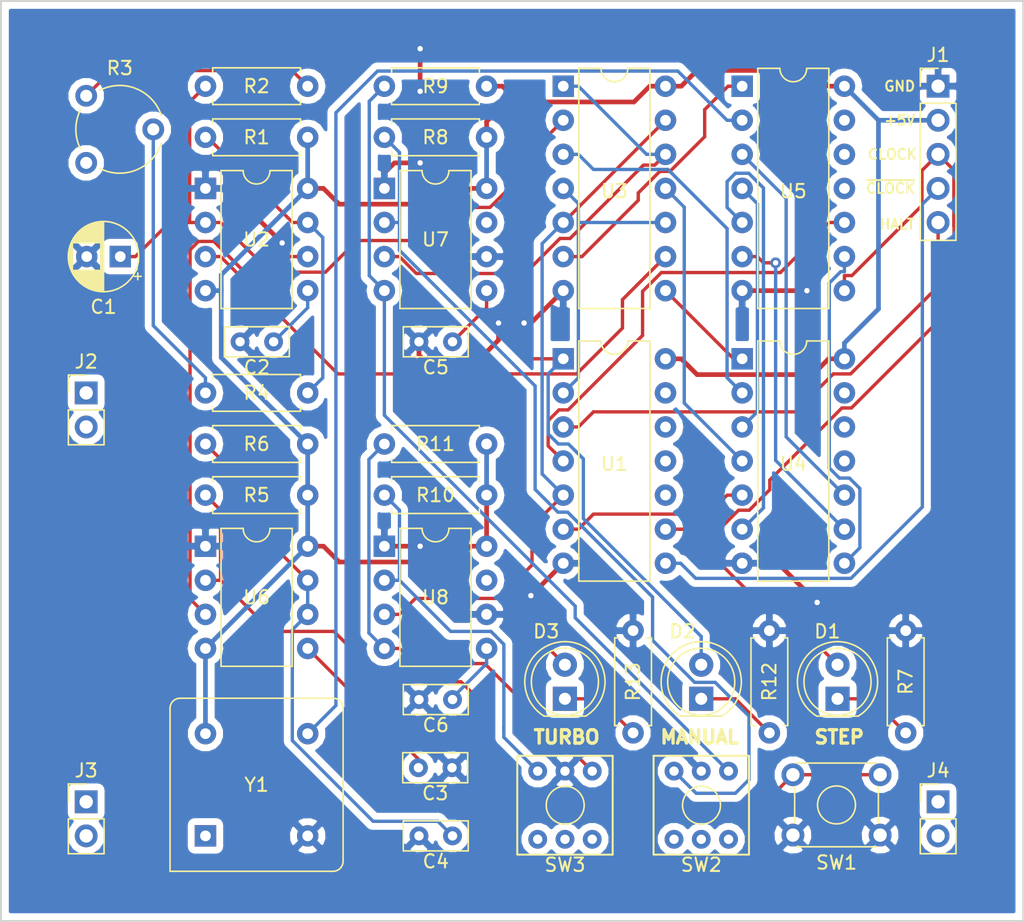
<source format=kicad_pcb>
(kicad_pcb (version 20171130) (host pcbnew 5.0.2+dfsg1-1)

  (general
    (thickness 1.6)
    (drawings 16)
    (tracks 355)
    (zones 0)
    (modules 38)
    (nets 49)
  )

  (page A4)
  (layers
    (0 F.Cu signal)
    (31 B.Cu signal)
    (32 B.Adhes user hide)
    (33 F.Adhes user hide)
    (34 B.Paste user hide)
    (35 F.Paste user hide)
    (36 B.SilkS user)
    (37 F.SilkS user)
    (38 B.Mask user hide)
    (39 F.Mask user hide)
    (40 Dwgs.User user hide)
    (41 Cmts.User user hide)
    (42 Eco1.User user hide)
    (43 Eco2.User user hide)
    (44 Edge.Cuts user)
    (45 Margin user hide)
    (46 B.CrtYd user hide)
    (47 F.CrtYd user hide)
    (48 B.Fab user hide)
    (49 F.Fab user hide)
  )

  (setup
    (last_trace_width 0.25)
    (trace_clearance 0.2)
    (zone_clearance 0.508)
    (zone_45_only no)
    (trace_min 0.2)
    (segment_width 0.2)
    (edge_width 0.15)
    (via_size 0.8)
    (via_drill 0.4)
    (via_min_size 0.4)
    (via_min_drill 0.3)
    (uvia_size 0.3)
    (uvia_drill 0.1)
    (uvias_allowed no)
    (uvia_min_size 0.2)
    (uvia_min_drill 0.1)
    (pcb_text_width 0.3)
    (pcb_text_size 1.5 1.5)
    (mod_edge_width 0.15)
    (mod_text_size 1 1)
    (mod_text_width 0.15)
    (pad_size 1.6 1.6)
    (pad_drill 0.8)
    (pad_to_mask_clearance 0.051)
    (solder_mask_min_width 0.25)
    (aux_axis_origin 0 0)
    (visible_elements FFFFFF7F)
    (pcbplotparams
      (layerselection 0x010fc_ffffffff)
      (usegerberextensions true)
      (usegerberattributes false)
      (usegerberadvancedattributes false)
      (creategerberjobfile false)
      (excludeedgelayer true)
      (linewidth 0.100000)
      (plotframeref false)
      (viasonmask false)
      (mode 1)
      (useauxorigin false)
      (hpglpennumber 1)
      (hpglpenspeed 20)
      (hpglpendiameter 15.000000)
      (psnegative false)
      (psa4output false)
      (plotreference true)
      (plotvalue true)
      (plotinvisibletext false)
      (padsonsilk false)
      (subtractmaskfromsilk false)
      (outputformat 1)
      (mirror false)
      (drillshape 0)
      (scaleselection 1)
      (outputdirectory "gerber/"))
  )

  (net 0 "")
  (net 1 "Net-(D3-Pad1)")
  (net 2 GND)
  (net 3 "Net-(D1-Pad1)")
  (net 4 "Net-(R3-Pad1)")
  (net 5 "Net-(R1-Pad1)")
  (net 6 "Net-(R2-Pad2)")
  (net 7 "Net-(C1-Pad1)")
  (net 8 +5V)
  (net 9 "Net-(C4-Pad1)")
  (net 10 "Net-(D2-Pad1)")
  (net 11 "Net-(R9-Pad1)")
  (net 12 "Net-(R10-Pad1)")
  (net 13 "Net-(R11-Pad1)")
  (net 14 "Net-(C6-Pad1)")
  (net 15 CLK_TURBO_EN)
  (net 16 "Net-(U8-Pad7)")
  (net 17 CLK_VAR)
  (net 18 "Net-(C2-Pad1)")
  (net 19 "Net-(C3-Pad1)")
  (net 20 CLK_MAN)
  (net 21 "Net-(U7-Pad7)")
  (net 22 CLK_MAN_EN)
  (net 23 "Net-(C5-Pad1)")
  (net 24 "Net-(U3-Pad8)")
  (net 25 "Net-(U4-Pad8)")
  (net 26 "Net-(U3-Pad3)")
  (net 27 "Net-(U4-Pad9)")
  (net 28 "Net-(U4-Pad3)")
  (net 29 "Net-(U4-Pad10)")
  (net 30 "Net-(U3-Pad11)")
  (net 31 "Net-(U1-Pad6)")
  (net 32 "Net-(U4-Pad6)")
  (net 33 "Net-(U1-Pad4)")
  (net 34 CLK_HLT)
  (net 35 CLOCK)
  (net 36 "Net-(U1-Pad2)")
  (net 37 ~CLOCK)
  (net 38 "Net-(U3-Pad6)")
  (net 39 CLK_TURBO)
  (net 40 "Net-(R5-Pad1)")
  (net 41 "Net-(R8-Pad1)")
  (net 42 "Net-(R3-Pad2)")
  (net 43 "Net-(J4-Pad1)")
  (net 44 "Net-(J4-Pad2)")
  (net 45 "Net-(J3-Pad2)")
  (net 46 "Net-(J3-Pad1)")
  (net 47 "Net-(J2-Pad1)")
  (net 48 "Net-(J2-Pad2)")

  (net_class Default "This is the default net class."
    (clearance 0.2)
    (trace_width 0.25)
    (via_dia 0.8)
    (via_drill 0.4)
    (uvia_dia 0.3)
    (uvia_drill 0.1)
    (add_net CLK_HLT)
    (add_net CLK_MAN)
    (add_net CLK_MAN_EN)
    (add_net CLK_TURBO)
    (add_net CLK_TURBO_EN)
    (add_net CLK_VAR)
    (add_net CLOCK)
    (add_net "Net-(C1-Pad1)")
    (add_net "Net-(C2-Pad1)")
    (add_net "Net-(C3-Pad1)")
    (add_net "Net-(C4-Pad1)")
    (add_net "Net-(C5-Pad1)")
    (add_net "Net-(C6-Pad1)")
    (add_net "Net-(D1-Pad1)")
    (add_net "Net-(D2-Pad1)")
    (add_net "Net-(D3-Pad1)")
    (add_net "Net-(J2-Pad1)")
    (add_net "Net-(J2-Pad2)")
    (add_net "Net-(J3-Pad1)")
    (add_net "Net-(J3-Pad2)")
    (add_net "Net-(J4-Pad1)")
    (add_net "Net-(J4-Pad2)")
    (add_net "Net-(R1-Pad1)")
    (add_net "Net-(R10-Pad1)")
    (add_net "Net-(R11-Pad1)")
    (add_net "Net-(R2-Pad2)")
    (add_net "Net-(R3-Pad1)")
    (add_net "Net-(R3-Pad2)")
    (add_net "Net-(R5-Pad1)")
    (add_net "Net-(R8-Pad1)")
    (add_net "Net-(R9-Pad1)")
    (add_net "Net-(U1-Pad2)")
    (add_net "Net-(U1-Pad4)")
    (add_net "Net-(U1-Pad6)")
    (add_net "Net-(U3-Pad11)")
    (add_net "Net-(U3-Pad3)")
    (add_net "Net-(U3-Pad6)")
    (add_net "Net-(U3-Pad8)")
    (add_net "Net-(U4-Pad10)")
    (add_net "Net-(U4-Pad3)")
    (add_net "Net-(U4-Pad6)")
    (add_net "Net-(U4-Pad8)")
    (add_net "Net-(U4-Pad9)")
    (add_net "Net-(U7-Pad7)")
    (add_net "Net-(U8-Pad7)")
    (add_net ~CLOCK)
  )

  (net_class Power ""
    (clearance 0.2)
    (trace_width 0.35)
    (via_dia 0.8)
    (via_drill 0.4)
    (uvia_dia 0.3)
    (uvia_drill 0.1)
    (add_net +5V)
    (add_net GND)
  )

  (module 74xx-Computer-Footprints:SW_6mm_Tact (layer F.Cu) (tedit 5D4C35A4) (tstamp 5D590050)
    (at 97.2774 79.9524 180)
    (descr SW_TH_Tactile_Omron_B3F-10xx_https://www.omron.com/ecb/products/pdf/en-b3f.pdf)
    (tags "Omron B3F-10xx")
    (path /5AD4BFF4)
    (fp_text reference SW1 (at 3.25 -2.05 180) (layer F.SilkS)
      (effects (font (size 1 1) (thickness 0.15)))
    )
    (fp_text value SW_Push (at 3.2 6.5 180) (layer F.Fab)
      (effects (font (size 1 1) (thickness 0.15)))
    )
    (fp_line (start 0.25 5.25) (end 6.25 5.25) (layer F.Fab) (width 0.1))
    (fp_line (start 6.37 0.91) (end 6.37 3.59) (layer F.SilkS) (width 0.12))
    (fp_line (start 0.13 3.59) (end 0.13 0.91) (layer F.SilkS) (width 0.12))
    (fp_line (start 0.28 -0.87) (end 6.22 -0.87) (layer F.SilkS) (width 0.12))
    (fp_line (start 0.28 5.37) (end 6.22 5.37) (layer F.SilkS) (width 0.12))
    (fp_circle (center 3.25 2.25) (end 4.25 3.25) (layer F.SilkS) (width 0.12))
    (fp_line (start -1.1 -1.15) (end -1.1 5.6) (layer F.CrtYd) (width 0.05))
    (fp_line (start -1.1 5.6) (end 7.6 5.6) (layer F.CrtYd) (width 0.05))
    (fp_line (start 7.6 5.6) (end 7.6 -1.1) (layer F.CrtYd) (width 0.05))
    (fp_line (start 7.65 -1.15) (end -1.1 -1.15) (layer F.CrtYd) (width 0.05))
    (fp_text user %R (at 3.25 2.25 180) (layer F.Fab)
      (effects (font (size 1 1) (thickness 0.15)))
    )
    (fp_line (start 0.25 -0.75) (end 6.25 -0.75) (layer F.Fab) (width 0.1))
    (fp_line (start 6.25 -0.75) (end 6.25 5.25) (layer F.Fab) (width 0.1))
    (fp_line (start 0.25 -0.75) (end 0.25 5.25) (layer F.Fab) (width 0.1))
    (pad 1 thru_hole circle (at 0 0 180) (size 1.7 1.7) (drill 1) (layers *.Cu *.Mask)
      (net 2 GND))
    (pad 1 thru_hole circle (at 6.5 0 180) (size 1.7 1.7) (drill 1) (layers *.Cu *.Mask)
      (net 2 GND))
    (pad 2 thru_hole circle (at 0 4.5 180) (size 1.7 1.7) (drill 1) (layers *.Cu *.Mask)
      (net 40 "Net-(R5-Pad1)"))
    (pad 2 thru_hole circle (at 6.5 4.5 180) (size 1.7 1.7) (drill 1) (layers *.Cu *.Mask)
      (net 40 "Net-(R5-Pad1)"))
    (model ${KISYS3DMOD}/Button_Switch_THT.3dshapes/SW_TH_Tactile_Omron_B3F-10xx.wrl
      (at (xyz 0 0 0))
      (scale (xyz 1 1 1))
      (rotate (xyz 0 0 0))
    )
  )

  (module 74xx-Computer-Footprints:Switch (layer F.Cu) (tedit 5D3C8C4D) (tstamp 5D3E1F1C)
    (at 83.947 77.724 180)
    (path /5AD4C08D)
    (fp_text reference SW2 (at 0 -4.445 180) (layer F.SilkS)
      (effects (font (size 1 1) (thickness 0.15)))
    )
    (fp_text value SW_Push_SPDT (at 0 4.445 180) (layer F.Fab)
      (effects (font (size 1 1) (thickness 0.15)))
    )
    (fp_line (start -3.556 3.683) (end -3.556 -3.683) (layer F.SilkS) (width 0.15))
    (fp_line (start 3.556 3.683) (end -3.556 3.683) (layer F.SilkS) (width 0.15))
    (fp_line (start 3.556 -3.683) (end 3.556 3.683) (layer F.SilkS) (width 0.15))
    (fp_line (start -3.556 -3.683) (end 3.556 -3.683) (layer F.SilkS) (width 0.15))
    (fp_circle (center -0.017213 0) (end 0.982787 1) (layer F.SilkS) (width 0.12))
    (pad 2 thru_hole circle (at 0 2.54 180) (size 1.4 1.4) (drill 0.7) (layers *.Cu *.Mask)
      (net 2 GND))
    (pad 1 thru_hole circle (at 2.032 2.54 180) (size 1.4 1.4) (drill 0.7) (layers *.Cu *.Mask)
      (net 41 "Net-(R8-Pad1)"))
    (pad 3 thru_hole circle (at -2.032 2.54 180) (size 1.4 1.4) (drill 0.7) (layers *.Cu *.Mask)
      (net 11 "Net-(R9-Pad1)"))
    (pad "" thru_hole circle (at -2.032 -2.54 180) (size 1.4 1.4) (drill 0.7) (layers *.Cu *.Mask))
    (pad "" thru_hole circle (at 0 -2.54 180) (size 1.4 1.4) (drill 0.7) (layers *.Cu *.Mask))
    (pad "" thru_hole circle (at 2.032 -2.54 180) (size 1.4 1.4) (drill 0.7) (layers *.Cu *.Mask))
  )

  (module 74xx-Computer-Footprints:Switch (layer F.Cu) (tedit 5D3C8C4D) (tstamp 5D3E1E49)
    (at 73.787 77.724 180)
    (path /5AD4F306)
    (fp_text reference SW3 (at 0 -4.445 180) (layer F.SilkS)
      (effects (font (size 1 1) (thickness 0.15)))
    )
    (fp_text value SW_Push_SPDT (at 0 4.445 180) (layer F.Fab)
      (effects (font (size 1 1) (thickness 0.15)))
    )
    (fp_line (start -3.556 3.683) (end -3.556 -3.683) (layer F.SilkS) (width 0.15))
    (fp_line (start 3.556 3.683) (end -3.556 3.683) (layer F.SilkS) (width 0.15))
    (fp_line (start 3.556 -3.683) (end 3.556 3.683) (layer F.SilkS) (width 0.15))
    (fp_line (start -3.556 -3.683) (end 3.556 -3.683) (layer F.SilkS) (width 0.15))
    (fp_circle (center -0.017213 0) (end 0.982787 1) (layer F.SilkS) (width 0.12))
    (pad 2 thru_hole circle (at 0 2.54 180) (size 1.4 1.4) (drill 0.7) (layers *.Cu *.Mask)
      (net 2 GND))
    (pad 1 thru_hole circle (at 2.032 2.54 180) (size 1.4 1.4) (drill 0.7) (layers *.Cu *.Mask)
      (net 12 "Net-(R10-Pad1)"))
    (pad 3 thru_hole circle (at -2.032 2.54 180) (size 1.4 1.4) (drill 0.7) (layers *.Cu *.Mask)
      (net 13 "Net-(R11-Pad1)"))
    (pad "" thru_hole circle (at -2.032 -2.54 180) (size 1.4 1.4) (drill 0.7) (layers *.Cu *.Mask))
    (pad "" thru_hole circle (at 0 -2.54 180) (size 1.4 1.4) (drill 0.7) (layers *.Cu *.Mask))
    (pad "" thru_hole circle (at 2.032 -2.54 180) (size 1.4 1.4) (drill 0.7) (layers *.Cu *.Mask))
  )

  (module Potentiometer_THT:Potentiometer_Piher_PT-6-V_Vertical (layer F.Cu) (tedit 5A3D4993) (tstamp 5D3C9C41)
    (at 38.1 29.845)
    (descr "Potentiometer, vertical, Piher PT-6-V, http://www.piher-nacesa.com/pdf/11-PT6v03.pdf")
    (tags "Potentiometer vertical Piher PT-6-V")
    (path /5ACE1782)
    (fp_text reference R3 (at 2.5 -7.06) (layer F.SilkS)
      (effects (font (size 1 1) (thickness 0.15)))
    )
    (fp_text value 1M (at 2.5 2.06) (layer F.Fab)
      (effects (font (size 1 1) (thickness 0.15)))
    )
    (fp_text user %R (at 0.55 -2.5 90) (layer F.Fab)
      (effects (font (size 1 1) (thickness 0.15)))
    )
    (fp_line (start 6.1 -6.1) (end -1.1 -6.1) (layer F.CrtYd) (width 0.05))
    (fp_line (start 6.1 1.1) (end 6.1 -6.1) (layer F.CrtYd) (width 0.05))
    (fp_line (start -1.1 1.1) (end 6.1 1.1) (layer F.CrtYd) (width 0.05))
    (fp_line (start -1.1 -6.1) (end -1.1 1.1) (layer F.CrtYd) (width 0.05))
    (fp_circle (center 2.5 -2.5) (end 3.4 -2.5) (layer F.Fab) (width 0.1))
    (fp_circle (center 2.5 -2.5) (end 5.65 -2.5) (layer F.Fab) (width 0.1))
    (fp_arc (start 2.5 -2.5) (end 1.015 0.414) (angle -28) (layer F.SilkS) (width 0.12))
    (fp_arc (start 2.5 -2.5) (end -0.414 -3.984) (angle -54) (layer F.SilkS) (width 0.12))
    (fp_arc (start 2.5 -2.5) (end 5.592 -3.564) (angle -98) (layer F.SilkS) (width 0.12))
    (fp_arc (start 2.5 -2.5) (end 2.5 0.77) (angle -71) (layer F.SilkS) (width 0.12))
    (pad 1 thru_hole circle (at 0 0) (size 1.62 1.62) (drill 0.9) (layers *.Cu *.Mask)
      (net 4 "Net-(R3-Pad1)"))
    (pad 2 thru_hole circle (at 5 -2.5) (size 1.62 1.62) (drill 0.9) (layers *.Cu *.Mask)
      (net 42 "Net-(R3-Pad2)"))
    (pad 3 thru_hole circle (at 0 -5) (size 1.62 1.62) (drill 0.9) (layers *.Cu *.Mask)
      (net 6 "Net-(R2-Pad2)"))
    (model ${KISYS3DMOD}/Potentiometer_THT.3dshapes/Potentiometer_Piher_PT-6-V_Vertical.wrl
      (at (xyz 0 0 0))
      (scale (xyz 1 1 1))
      (rotate (xyz 0 0 0))
    )
  )

  (module Connector_PinHeader_2.54mm:PinHeader_1x02_P2.54mm_Vertical (layer F.Cu) (tedit 59FED5CC) (tstamp 5D5325BC)
    (at 38.1 77.47)
    (descr "Through hole straight pin header, 1x02, 2.54mm pitch, single row")
    (tags "Through hole pin header THT 1x02 2.54mm single row")
    (path /5D6D8432)
    (fp_text reference J3 (at 0 -2.33) (layer F.SilkS)
      (effects (font (size 1 1) (thickness 0.15)))
    )
    (fp_text value Conn_01x02_Male (at 0 4.87) (layer F.Fab)
      (effects (font (size 1 1) (thickness 0.15)))
    )
    (fp_text user %R (at 0 1.27 90) (layer F.Fab)
      (effects (font (size 1 1) (thickness 0.15)))
    )
    (fp_line (start 1.8 -1.8) (end -1.8 -1.8) (layer F.CrtYd) (width 0.05))
    (fp_line (start 1.8 4.35) (end 1.8 -1.8) (layer F.CrtYd) (width 0.05))
    (fp_line (start -1.8 4.35) (end 1.8 4.35) (layer F.CrtYd) (width 0.05))
    (fp_line (start -1.8 -1.8) (end -1.8 4.35) (layer F.CrtYd) (width 0.05))
    (fp_line (start -1.33 -1.33) (end 0 -1.33) (layer F.SilkS) (width 0.12))
    (fp_line (start -1.33 0) (end -1.33 -1.33) (layer F.SilkS) (width 0.12))
    (fp_line (start -1.33 1.27) (end 1.33 1.27) (layer F.SilkS) (width 0.12))
    (fp_line (start 1.33 1.27) (end 1.33 3.87) (layer F.SilkS) (width 0.12))
    (fp_line (start -1.33 1.27) (end -1.33 3.87) (layer F.SilkS) (width 0.12))
    (fp_line (start -1.33 3.87) (end 1.33 3.87) (layer F.SilkS) (width 0.12))
    (fp_line (start -1.27 -0.635) (end -0.635 -1.27) (layer F.Fab) (width 0.1))
    (fp_line (start -1.27 3.81) (end -1.27 -0.635) (layer F.Fab) (width 0.1))
    (fp_line (start 1.27 3.81) (end -1.27 3.81) (layer F.Fab) (width 0.1))
    (fp_line (start 1.27 -1.27) (end 1.27 3.81) (layer F.Fab) (width 0.1))
    (fp_line (start -0.635 -1.27) (end 1.27 -1.27) (layer F.Fab) (width 0.1))
    (pad 2 thru_hole oval (at 0 2.54) (size 1.7 1.7) (drill 1) (layers *.Cu *.Mask)
      (net 45 "Net-(J3-Pad2)"))
    (pad 1 thru_hole rect (at 0 0) (size 1.7 1.7) (drill 1) (layers *.Cu *.Mask)
      (net 46 "Net-(J3-Pad1)"))
    (model ${KISYS3DMOD}/Connector_PinHeader_2.54mm.3dshapes/PinHeader_1x02_P2.54mm_Vertical.wrl
      (at (xyz 0 0 0))
      (scale (xyz 1 1 1))
      (rotate (xyz 0 0 0))
    )
  )

  (module Connector_PinHeader_2.54mm:PinHeader_1x02_P2.54mm_Vertical (layer F.Cu) (tedit 59FED5CC) (tstamp 5D5325D2)
    (at 38.1 46.99)
    (descr "Through hole straight pin header, 1x02, 2.54mm pitch, single row")
    (tags "Through hole pin header THT 1x02 2.54mm single row")
    (path /5D6C2B87)
    (fp_text reference J2 (at 0 -2.33) (layer F.SilkS)
      (effects (font (size 1 1) (thickness 0.15)))
    )
    (fp_text value Conn_01x02_Male (at 0 4.87) (layer F.Fab)
      (effects (font (size 1 1) (thickness 0.15)))
    )
    (fp_text user %R (at 0 1.27 90) (layer F.Fab)
      (effects (font (size 1 1) (thickness 0.15)))
    )
    (fp_line (start 1.8 -1.8) (end -1.8 -1.8) (layer F.CrtYd) (width 0.05))
    (fp_line (start 1.8 4.35) (end 1.8 -1.8) (layer F.CrtYd) (width 0.05))
    (fp_line (start -1.8 4.35) (end 1.8 4.35) (layer F.CrtYd) (width 0.05))
    (fp_line (start -1.8 -1.8) (end -1.8 4.35) (layer F.CrtYd) (width 0.05))
    (fp_line (start -1.33 -1.33) (end 0 -1.33) (layer F.SilkS) (width 0.12))
    (fp_line (start -1.33 0) (end -1.33 -1.33) (layer F.SilkS) (width 0.12))
    (fp_line (start -1.33 1.27) (end 1.33 1.27) (layer F.SilkS) (width 0.12))
    (fp_line (start 1.33 1.27) (end 1.33 3.87) (layer F.SilkS) (width 0.12))
    (fp_line (start -1.33 1.27) (end -1.33 3.87) (layer F.SilkS) (width 0.12))
    (fp_line (start -1.33 3.87) (end 1.33 3.87) (layer F.SilkS) (width 0.12))
    (fp_line (start -1.27 -0.635) (end -0.635 -1.27) (layer F.Fab) (width 0.1))
    (fp_line (start -1.27 3.81) (end -1.27 -0.635) (layer F.Fab) (width 0.1))
    (fp_line (start 1.27 3.81) (end -1.27 3.81) (layer F.Fab) (width 0.1))
    (fp_line (start 1.27 -1.27) (end 1.27 3.81) (layer F.Fab) (width 0.1))
    (fp_line (start -0.635 -1.27) (end 1.27 -1.27) (layer F.Fab) (width 0.1))
    (pad 2 thru_hole oval (at 0 2.54) (size 1.7 1.7) (drill 1) (layers *.Cu *.Mask)
      (net 48 "Net-(J2-Pad2)"))
    (pad 1 thru_hole rect (at 0 0) (size 1.7 1.7) (drill 1) (layers *.Cu *.Mask)
      (net 47 "Net-(J2-Pad1)"))
    (model ${KISYS3DMOD}/Connector_PinHeader_2.54mm.3dshapes/PinHeader_1x02_P2.54mm_Vertical.wrl
      (at (xyz 0 0 0))
      (scale (xyz 1 1 1))
      (rotate (xyz 0 0 0))
    )
  )

  (module Connector_PinHeader_2.54mm:PinHeader_1x02_P2.54mm_Vertical (layer F.Cu) (tedit 59FED5CC) (tstamp 5D5325A6)
    (at 101.6 77.47)
    (descr "Through hole straight pin header, 1x02, 2.54mm pitch, single row")
    (tags "Through hole pin header THT 1x02 2.54mm single row")
    (path /5D6E3021)
    (fp_text reference J4 (at 0 -2.33) (layer F.SilkS)
      (effects (font (size 1 1) (thickness 0.15)))
    )
    (fp_text value Conn_01x02_Male (at 0 4.87) (layer F.Fab)
      (effects (font (size 1 1) (thickness 0.15)))
    )
    (fp_text user %R (at 0 1.27 90) (layer F.Fab)
      (effects (font (size 1 1) (thickness 0.15)))
    )
    (fp_line (start 1.8 -1.8) (end -1.8 -1.8) (layer F.CrtYd) (width 0.05))
    (fp_line (start 1.8 4.35) (end 1.8 -1.8) (layer F.CrtYd) (width 0.05))
    (fp_line (start -1.8 4.35) (end 1.8 4.35) (layer F.CrtYd) (width 0.05))
    (fp_line (start -1.8 -1.8) (end -1.8 4.35) (layer F.CrtYd) (width 0.05))
    (fp_line (start -1.33 -1.33) (end 0 -1.33) (layer F.SilkS) (width 0.12))
    (fp_line (start -1.33 0) (end -1.33 -1.33) (layer F.SilkS) (width 0.12))
    (fp_line (start -1.33 1.27) (end 1.33 1.27) (layer F.SilkS) (width 0.12))
    (fp_line (start 1.33 1.27) (end 1.33 3.87) (layer F.SilkS) (width 0.12))
    (fp_line (start -1.33 1.27) (end -1.33 3.87) (layer F.SilkS) (width 0.12))
    (fp_line (start -1.33 3.87) (end 1.33 3.87) (layer F.SilkS) (width 0.12))
    (fp_line (start -1.27 -0.635) (end -0.635 -1.27) (layer F.Fab) (width 0.1))
    (fp_line (start -1.27 3.81) (end -1.27 -0.635) (layer F.Fab) (width 0.1))
    (fp_line (start 1.27 3.81) (end -1.27 3.81) (layer F.Fab) (width 0.1))
    (fp_line (start 1.27 -1.27) (end 1.27 3.81) (layer F.Fab) (width 0.1))
    (fp_line (start -0.635 -1.27) (end 1.27 -1.27) (layer F.Fab) (width 0.1))
    (pad 2 thru_hole oval (at 0 2.54) (size 1.7 1.7) (drill 1) (layers *.Cu *.Mask)
      (net 44 "Net-(J4-Pad2)"))
    (pad 1 thru_hole rect (at 0 0) (size 1.7 1.7) (drill 1) (layers *.Cu *.Mask)
      (net 43 "Net-(J4-Pad1)"))
    (model ${KISYS3DMOD}/Connector_PinHeader_2.54mm.3dshapes/PinHeader_1x02_P2.54mm_Vertical.wrl
      (at (xyz 0 0 0))
      (scale (xyz 1 1 1))
      (rotate (xyz 0 0 0))
    )
  )

  (module Package_DIP:DIP-14_W7.62mm (layer F.Cu) (tedit 5A02E8C5) (tstamp 5D469677)
    (at 73.66 24.13)
    (descr "14-lead though-hole mounted DIP package, row spacing 7.62 mm (300 mils)")
    (tags "THT DIP DIL PDIP 2.54mm 7.62mm 300mil")
    (path /5AD05261)
    (fp_text reference U3 (at 3.81 7.83) (layer F.SilkS)
      (effects (font (size 1 1) (thickness 0.15)))
    )
    (fp_text value 74x08 (at 3.81 17.57) (layer F.Fab)
      (effects (font (size 1 1) (thickness 0.15)))
    )
    (fp_text user %R (at 3.81 7.62) (layer F.Fab)
      (effects (font (size 1 1) (thickness 0.15)))
    )
    (fp_line (start 8.7 -1.55) (end -1.1 -1.55) (layer F.CrtYd) (width 0.05))
    (fp_line (start 8.7 16.8) (end 8.7 -1.55) (layer F.CrtYd) (width 0.05))
    (fp_line (start -1.1 16.8) (end 8.7 16.8) (layer F.CrtYd) (width 0.05))
    (fp_line (start -1.1 -1.55) (end -1.1 16.8) (layer F.CrtYd) (width 0.05))
    (fp_line (start 6.46 -1.33) (end 4.81 -1.33) (layer F.SilkS) (width 0.12))
    (fp_line (start 6.46 16.57) (end 6.46 -1.33) (layer F.SilkS) (width 0.12))
    (fp_line (start 1.16 16.57) (end 6.46 16.57) (layer F.SilkS) (width 0.12))
    (fp_line (start 1.16 -1.33) (end 1.16 16.57) (layer F.SilkS) (width 0.12))
    (fp_line (start 2.81 -1.33) (end 1.16 -1.33) (layer F.SilkS) (width 0.12))
    (fp_line (start 0.635 -0.27) (end 1.635 -1.27) (layer F.Fab) (width 0.1))
    (fp_line (start 0.635 16.51) (end 0.635 -0.27) (layer F.Fab) (width 0.1))
    (fp_line (start 6.985 16.51) (end 0.635 16.51) (layer F.Fab) (width 0.1))
    (fp_line (start 6.985 -1.27) (end 6.985 16.51) (layer F.Fab) (width 0.1))
    (fp_line (start 1.635 -1.27) (end 6.985 -1.27) (layer F.Fab) (width 0.1))
    (fp_arc (start 3.81 -1.33) (end 2.81 -1.33) (angle -180) (layer F.SilkS) (width 0.12))
    (pad 14 thru_hole oval (at 7.62 0) (size 1.6 1.6) (drill 0.8) (layers *.Cu *.Mask)
      (net 8 +5V))
    (pad 7 thru_hole oval (at 0 15.24) (size 1.6 1.6) (drill 0.8) (layers *.Cu *.Mask)
      (net 2 GND))
    (pad 13 thru_hole oval (at 7.62 2.54) (size 1.6 1.6) (drill 0.8) (layers *.Cu *.Mask)
      (net 15 CLK_TURBO_EN))
    (pad 6 thru_hole oval (at 0 12.7) (size 1.6 1.6) (drill 0.8) (layers *.Cu *.Mask)
      (net 38 "Net-(U3-Pad6)"))
    (pad 12 thru_hole oval (at 7.62 5.08) (size 1.6 1.6) (drill 0.8) (layers *.Cu *.Mask)
      (net 22 CLK_MAN_EN))
    (pad 5 thru_hole oval (at 0 10.16) (size 1.6 1.6) (drill 0.8) (layers *.Cu *.Mask)
      (net 15 CLK_TURBO_EN))
    (pad 11 thru_hole oval (at 7.62 7.62) (size 1.6 1.6) (drill 0.8) (layers *.Cu *.Mask)
      (net 30 "Net-(U3-Pad11)"))
    (pad 4 thru_hole oval (at 0 7.62) (size 1.6 1.6) (drill 0.8) (layers *.Cu *.Mask)
      (net 36 "Net-(U1-Pad2)"))
    (pad 10 thru_hole oval (at 7.62 10.16) (size 1.6 1.6) (drill 0.8) (layers *.Cu *.Mask)
      (net 36 "Net-(U1-Pad2)"))
    (pad 3 thru_hole oval (at 0 5.08) (size 1.6 1.6) (drill 0.8) (layers *.Cu *.Mask)
      (net 26 "Net-(U3-Pad3)"))
    (pad 9 thru_hole oval (at 7.62 12.7) (size 1.6 1.6) (drill 0.8) (layers *.Cu *.Mask)
      (net 17 CLK_VAR))
    (pad 2 thru_hole oval (at 0 2.54) (size 1.6 1.6) (drill 0.8) (layers *.Cu *.Mask)
      (net 20 CLK_MAN))
    (pad 8 thru_hole oval (at 7.62 15.24) (size 1.6 1.6) (drill 0.8) (layers *.Cu *.Mask)
      (net 24 "Net-(U3-Pad8)"))
    (pad 1 thru_hole rect (at 0 0) (size 1.6 1.6) (drill 0.8) (layers *.Cu *.Mask)
      (net 22 CLK_MAN_EN))
    (model ${KISYS3DMOD}/Package_DIP.3dshapes/DIP-14_W7.62mm.wrl
      (at (xyz 0 0 0))
      (scale (xyz 1 1 1))
      (rotate (xyz 0 0 0))
    )
  )

  (module Resistor_THT:R_Axial_DIN0207_L6.3mm_D2.5mm_P7.62mm_Horizontal (layer F.Cu) (tedit 5AE5139B) (tstamp 5D46D5A9)
    (at 60.325 27.94)
    (descr "Resistor, Axial_DIN0207 series, Axial, Horizontal, pin pitch=7.62mm, 0.25W = 1/4W, length*diameter=6.3*2.5mm^2, http://cdn-reichelt.de/documents/datenblatt/B400/1_4W%23YAG.pdf")
    (tags "Resistor Axial_DIN0207 series Axial Horizontal pin pitch 7.62mm 0.25W = 1/4W length 6.3mm diameter 2.5mm")
    (path /5ACEAEC2)
    (fp_text reference R8 (at 3.81 0) (layer F.SilkS)
      (effects (font (size 1 1) (thickness 0.15)))
    )
    (fp_text value 1K (at 3.81 2.37) (layer F.Fab)
      (effects (font (size 1 1) (thickness 0.15)))
    )
    (fp_text user %R (at 3.81 0) (layer F.Fab)
      (effects (font (size 1 1) (thickness 0.15)))
    )
    (fp_line (start 8.67 -1.5) (end -1.05 -1.5) (layer F.CrtYd) (width 0.05))
    (fp_line (start 8.67 1.5) (end 8.67 -1.5) (layer F.CrtYd) (width 0.05))
    (fp_line (start -1.05 1.5) (end 8.67 1.5) (layer F.CrtYd) (width 0.05))
    (fp_line (start -1.05 -1.5) (end -1.05 1.5) (layer F.CrtYd) (width 0.05))
    (fp_line (start 7.08 1.37) (end 7.08 1.04) (layer F.SilkS) (width 0.12))
    (fp_line (start 0.54 1.37) (end 7.08 1.37) (layer F.SilkS) (width 0.12))
    (fp_line (start 0.54 1.04) (end 0.54 1.37) (layer F.SilkS) (width 0.12))
    (fp_line (start 7.08 -1.37) (end 7.08 -1.04) (layer F.SilkS) (width 0.12))
    (fp_line (start 0.54 -1.37) (end 7.08 -1.37) (layer F.SilkS) (width 0.12))
    (fp_line (start 0.54 -1.04) (end 0.54 -1.37) (layer F.SilkS) (width 0.12))
    (fp_line (start 7.62 0) (end 6.96 0) (layer F.Fab) (width 0.1))
    (fp_line (start 0 0) (end 0.66 0) (layer F.Fab) (width 0.1))
    (fp_line (start 6.96 -1.25) (end 0.66 -1.25) (layer F.Fab) (width 0.1))
    (fp_line (start 6.96 1.25) (end 6.96 -1.25) (layer F.Fab) (width 0.1))
    (fp_line (start 0.66 1.25) (end 6.96 1.25) (layer F.Fab) (width 0.1))
    (fp_line (start 0.66 -1.25) (end 0.66 1.25) (layer F.Fab) (width 0.1))
    (pad 2 thru_hole oval (at 7.62 0) (size 1.6 1.6) (drill 0.8) (layers *.Cu *.Mask)
      (net 8 +5V))
    (pad 1 thru_hole circle (at 0 0) (size 1.6 1.6) (drill 0.8) (layers *.Cu *.Mask)
      (net 41 "Net-(R8-Pad1)"))
    (model ${KISYS3DMOD}/Resistor_THT.3dshapes/R_Axial_DIN0207_L6.3mm_D2.5mm_P7.62mm_Horizontal.wrl
      (at (xyz 0 0 0))
      (scale (xyz 1 1 1))
      (rotate (xyz 0 0 0))
    )
  )

  (module Package_DIP:DIP-8_W7.62mm (layer F.Cu) (tedit 5A02E8C5) (tstamp 5D3AE7C1)
    (at 46.99 31.75)
    (descr "8-lead though-hole mounted DIP package, row spacing 7.62 mm (300 mils)")
    (tags "THT DIP DIL PDIP 2.54mm 7.62mm 300mil")
    (path /5ACE05B6)
    (fp_text reference U2 (at 3.81 3.81) (layer F.SilkS)
      (effects (font (size 1 1) (thickness 0.15)))
    )
    (fp_text value 555 (at 3.81 5.715) (layer F.Fab)
      (effects (font (size 1 1) (thickness 0.15)))
    )
    (fp_text user %R (at 3.81 3.81) (layer F.Fab)
      (effects (font (size 1 1) (thickness 0.15)))
    )
    (fp_line (start 8.7 -1.55) (end -1.1 -1.55) (layer F.CrtYd) (width 0.05))
    (fp_line (start 8.7 9.15) (end 8.7 -1.55) (layer F.CrtYd) (width 0.05))
    (fp_line (start -1.1 9.15) (end 8.7 9.15) (layer F.CrtYd) (width 0.05))
    (fp_line (start -1.1 -1.55) (end -1.1 9.15) (layer F.CrtYd) (width 0.05))
    (fp_line (start 6.46 -1.33) (end 4.81 -1.33) (layer F.SilkS) (width 0.12))
    (fp_line (start 6.46 8.95) (end 6.46 -1.33) (layer F.SilkS) (width 0.12))
    (fp_line (start 1.16 8.95) (end 6.46 8.95) (layer F.SilkS) (width 0.12))
    (fp_line (start 1.16 -1.33) (end 1.16 8.95) (layer F.SilkS) (width 0.12))
    (fp_line (start 2.81 -1.33) (end 1.16 -1.33) (layer F.SilkS) (width 0.12))
    (fp_line (start 0.635 -0.27) (end 1.635 -1.27) (layer F.Fab) (width 0.1))
    (fp_line (start 0.635 8.89) (end 0.635 -0.27) (layer F.Fab) (width 0.1))
    (fp_line (start 6.985 8.89) (end 0.635 8.89) (layer F.Fab) (width 0.1))
    (fp_line (start 6.985 -1.27) (end 6.985 8.89) (layer F.Fab) (width 0.1))
    (fp_line (start 1.635 -1.27) (end 6.985 -1.27) (layer F.Fab) (width 0.1))
    (fp_arc (start 3.81 -1.33) (end 2.81 -1.33) (angle -180) (layer F.SilkS) (width 0.12))
    (pad 8 thru_hole oval (at 7.62 0) (size 1.6 1.6) (drill 0.8) (layers *.Cu *.Mask)
      (net 8 +5V))
    (pad 4 thru_hole oval (at 0 7.62) (size 1.6 1.6) (drill 0.8) (layers *.Cu *.Mask)
      (net 8 +5V))
    (pad 7 thru_hole oval (at 7.62 2.54) (size 1.6 1.6) (drill 0.8) (layers *.Cu *.Mask)
      (net 5 "Net-(R1-Pad1)"))
    (pad 3 thru_hole oval (at 0 5.08) (size 1.6 1.6) (drill 0.8) (layers *.Cu *.Mask)
      (net 17 CLK_VAR))
    (pad 6 thru_hole oval (at 7.62 5.08) (size 1.6 1.6) (drill 0.8) (layers *.Cu *.Mask)
      (net 7 "Net-(C1-Pad1)"))
    (pad 2 thru_hole oval (at 0 2.54) (size 1.6 1.6) (drill 0.8) (layers *.Cu *.Mask)
      (net 7 "Net-(C1-Pad1)"))
    (pad 5 thru_hole oval (at 7.62 7.62) (size 1.6 1.6) (drill 0.8) (layers *.Cu *.Mask)
      (net 18 "Net-(C2-Pad1)"))
    (pad 1 thru_hole rect (at 0 0) (size 1.6 1.6) (drill 0.8) (layers *.Cu *.Mask)
      (net 2 GND))
    (model ${KISYS3DMOD}/Package_DIP.3dshapes/DIP-8_W7.62mm.wrl
      (at (xyz 0 0 0))
      (scale (xyz 1 1 1))
      (rotate (xyz 0 0 0))
    )
  )

  (module LED_THT:LED_D5.0mm (layer F.Cu) (tedit 5995936A) (tstamp 5D46F42C)
    (at 73.7824 69.7924 90)
    (descr "LED, diameter 5.0mm, 2 pins, http://cdn-reichelt.de/documents/datenblatt/A500/LL-504BC2E-009.pdf")
    (tags "LED diameter 5.0mm 2 pins")
    (path /5ACEE868)
    (fp_text reference D3 (at 5.022384 -1.392448 180) (layer F.SilkS)
      (effects (font (size 1 1) (thickness 0.15)))
    )
    (fp_text value LED (at 1.27 3.96 90) (layer F.Fab)
      (effects (font (size 1 1) (thickness 0.15)))
    )
    (fp_text user %R (at 1.25 0 90) (layer F.Fab)
      (effects (font (size 0.8 0.8) (thickness 0.2)))
    )
    (fp_line (start 4.5 -3.25) (end -1.95 -3.25) (layer F.CrtYd) (width 0.05))
    (fp_line (start 4.5 3.25) (end 4.5 -3.25) (layer F.CrtYd) (width 0.05))
    (fp_line (start -1.95 3.25) (end 4.5 3.25) (layer F.CrtYd) (width 0.05))
    (fp_line (start -1.95 -3.25) (end -1.95 3.25) (layer F.CrtYd) (width 0.05))
    (fp_line (start -1.29 -1.545) (end -1.29 1.545) (layer F.SilkS) (width 0.12))
    (fp_line (start -1.23 -1.469694) (end -1.23 1.469694) (layer F.Fab) (width 0.1))
    (fp_circle (center 1.27 0) (end 3.77 0) (layer F.SilkS) (width 0.12))
    (fp_circle (center 1.27 0) (end 3.77 0) (layer F.Fab) (width 0.1))
    (fp_arc (start 1.27 0) (end -1.29 1.54483) (angle -148.9) (layer F.SilkS) (width 0.12))
    (fp_arc (start 1.27 0) (end -1.29 -1.54483) (angle 148.9) (layer F.SilkS) (width 0.12))
    (fp_arc (start 1.27 0) (end -1.23 -1.469694) (angle 299.1) (layer F.Fab) (width 0.1))
    (pad 2 thru_hole circle (at 2.54 0 90) (size 1.8 1.8) (drill 0.9) (layers *.Cu *.Mask)
      (net 15 CLK_TURBO_EN))
    (pad 1 thru_hole rect (at 0 0 90) (size 1.8 1.8) (drill 0.9) (layers *.Cu *.Mask)
      (net 1 "Net-(D3-Pad1)"))
    (model ${KISYS3DMOD}/LED_THT.3dshapes/LED_D5.0mm.wrl
      (at (xyz 0 0 0))
      (scale (xyz 1 1 1))
      (rotate (xyz 0 0 0))
    )
  )

  (module Resistor_THT:R_Axial_DIN0207_L6.3mm_D2.5mm_P7.62mm_Horizontal (layer F.Cu) (tedit 5AE5139B) (tstamp 5D46F07C)
    (at 78.8624 72.3324 90)
    (descr "Resistor, Axial_DIN0207 series, Axial, Horizontal, pin pitch=7.62mm, 0.25W = 1/4W, length*diameter=6.3*2.5mm^2, http://cdn-reichelt.de/documents/datenblatt/B400/1_4W%23YAG.pdf")
    (tags "Resistor Axial_DIN0207 series Axial Horizontal pin pitch 7.62mm 0.25W = 1/4W length 6.3mm diameter 2.5mm")
    (path /5ACEE86F)
    (fp_text reference R13 (at 3.81 0 90) (layer F.SilkS)
      (effects (font (size 1 1) (thickness 0.15)))
    )
    (fp_text value 330 (at 3.81 2.37 90) (layer F.Fab)
      (effects (font (size 1 1) (thickness 0.15)))
    )
    (fp_text user %R (at 3.81 0 90) (layer F.Fab)
      (effects (font (size 1 1) (thickness 0.15)))
    )
    (fp_line (start 8.67 -1.5) (end -1.05 -1.5) (layer F.CrtYd) (width 0.05))
    (fp_line (start 8.67 1.5) (end 8.67 -1.5) (layer F.CrtYd) (width 0.05))
    (fp_line (start -1.05 1.5) (end 8.67 1.5) (layer F.CrtYd) (width 0.05))
    (fp_line (start -1.05 -1.5) (end -1.05 1.5) (layer F.CrtYd) (width 0.05))
    (fp_line (start 7.08 1.37) (end 7.08 1.04) (layer F.SilkS) (width 0.12))
    (fp_line (start 0.54 1.37) (end 7.08 1.37) (layer F.SilkS) (width 0.12))
    (fp_line (start 0.54 1.04) (end 0.54 1.37) (layer F.SilkS) (width 0.12))
    (fp_line (start 7.08 -1.37) (end 7.08 -1.04) (layer F.SilkS) (width 0.12))
    (fp_line (start 0.54 -1.37) (end 7.08 -1.37) (layer F.SilkS) (width 0.12))
    (fp_line (start 0.54 -1.04) (end 0.54 -1.37) (layer F.SilkS) (width 0.12))
    (fp_line (start 7.62 0) (end 6.96 0) (layer F.Fab) (width 0.1))
    (fp_line (start 0 0) (end 0.66 0) (layer F.Fab) (width 0.1))
    (fp_line (start 6.96 -1.25) (end 0.66 -1.25) (layer F.Fab) (width 0.1))
    (fp_line (start 6.96 1.25) (end 6.96 -1.25) (layer F.Fab) (width 0.1))
    (fp_line (start 0.66 1.25) (end 6.96 1.25) (layer F.Fab) (width 0.1))
    (fp_line (start 0.66 -1.25) (end 0.66 1.25) (layer F.Fab) (width 0.1))
    (pad 2 thru_hole oval (at 7.62 0 90) (size 1.6 1.6) (drill 0.8) (layers *.Cu *.Mask)
      (net 2 GND))
    (pad 1 thru_hole circle (at 0 0 90) (size 1.6 1.6) (drill 0.8) (layers *.Cu *.Mask)
      (net 1 "Net-(D3-Pad1)"))
    (model ${KISYS3DMOD}/Resistor_THT.3dshapes/R_Axial_DIN0207_L6.3mm_D2.5mm_P7.62mm_Horizontal.wrl
      (at (xyz 0 0 0))
      (scale (xyz 1 1 1))
      (rotate (xyz 0 0 0))
    )
  )

  (module Resistor_THT:R_Axial_DIN0207_L6.3mm_D2.5mm_P7.62mm_Horizontal (layer F.Cu) (tedit 5AE5139B) (tstamp 5D46D601)
    (at 89.0224 72.3324 90)
    (descr "Resistor, Axial_DIN0207 series, Axial, Horizontal, pin pitch=7.62mm, 0.25W = 1/4W, length*diameter=6.3*2.5mm^2, http://cdn-reichelt.de/documents/datenblatt/B400/1_4W%23YAG.pdf")
    (tags "Resistor Axial_DIN0207 series Axial Horizontal pin pitch 7.62mm 0.25W = 1/4W length 6.3mm diameter 2.5mm")
    (path /5ACEAEE9)
    (fp_text reference R12 (at 3.81 0 -90) (layer F.SilkS)
      (effects (font (size 1 1) (thickness 0.15)))
    )
    (fp_text value 330 (at 3.81 2.37 90) (layer F.Fab)
      (effects (font (size 1 1) (thickness 0.15)))
    )
    (fp_text user %R (at 3.81 0 90) (layer F.Fab)
      (effects (font (size 1 1) (thickness 0.15)))
    )
    (fp_line (start 8.67 -1.5) (end -1.05 -1.5) (layer F.CrtYd) (width 0.05))
    (fp_line (start 8.67 1.5) (end 8.67 -1.5) (layer F.CrtYd) (width 0.05))
    (fp_line (start -1.05 1.5) (end 8.67 1.5) (layer F.CrtYd) (width 0.05))
    (fp_line (start -1.05 -1.5) (end -1.05 1.5) (layer F.CrtYd) (width 0.05))
    (fp_line (start 7.08 1.37) (end 7.08 1.04) (layer F.SilkS) (width 0.12))
    (fp_line (start 0.54 1.37) (end 7.08 1.37) (layer F.SilkS) (width 0.12))
    (fp_line (start 0.54 1.04) (end 0.54 1.37) (layer F.SilkS) (width 0.12))
    (fp_line (start 7.08 -1.37) (end 7.08 -1.04) (layer F.SilkS) (width 0.12))
    (fp_line (start 0.54 -1.37) (end 7.08 -1.37) (layer F.SilkS) (width 0.12))
    (fp_line (start 0.54 -1.04) (end 0.54 -1.37) (layer F.SilkS) (width 0.12))
    (fp_line (start 7.62 0) (end 6.96 0) (layer F.Fab) (width 0.1))
    (fp_line (start 0 0) (end 0.66 0) (layer F.Fab) (width 0.1))
    (fp_line (start 6.96 -1.25) (end 0.66 -1.25) (layer F.Fab) (width 0.1))
    (fp_line (start 6.96 1.25) (end 6.96 -1.25) (layer F.Fab) (width 0.1))
    (fp_line (start 0.66 1.25) (end 6.96 1.25) (layer F.Fab) (width 0.1))
    (fp_line (start 0.66 -1.25) (end 0.66 1.25) (layer F.Fab) (width 0.1))
    (pad 2 thru_hole oval (at 7.62 0 90) (size 1.6 1.6) (drill 0.8) (layers *.Cu *.Mask)
      (net 2 GND))
    (pad 1 thru_hole circle (at 0 0 90) (size 1.6 1.6) (drill 0.8) (layers *.Cu *.Mask)
      (net 10 "Net-(D2-Pad1)"))
    (model ${KISYS3DMOD}/Resistor_THT.3dshapes/R_Axial_DIN0207_L6.3mm_D2.5mm_P7.62mm_Horizontal.wrl
      (at (xyz 0 0 0))
      (scale (xyz 1 1 1))
      (rotate (xyz 0 0 0))
    )
  )

  (module Resistor_THT:R_Axial_DIN0207_L6.3mm_D2.5mm_P7.62mm_Horizontal (layer F.Cu) (tedit 5AE5139B) (tstamp 5D46D5EB)
    (at 60.325 50.8)
    (descr "Resistor, Axial_DIN0207 series, Axial, Horizontal, pin pitch=7.62mm, 0.25W = 1/4W, length*diameter=6.3*2.5mm^2, http://cdn-reichelt.de/documents/datenblatt/B400/1_4W%23YAG.pdf")
    (tags "Resistor Axial_DIN0207 series Axial Horizontal pin pitch 7.62mm 0.25W = 1/4W length 6.3mm diameter 2.5mm")
    (path /5ACEE87B)
    (fp_text reference R11 (at 3.81 0) (layer F.SilkS)
      (effects (font (size 1 1) (thickness 0.15)))
    )
    (fp_text value 1K (at 3.81 2.37) (layer F.Fab)
      (effects (font (size 1 1) (thickness 0.15)))
    )
    (fp_text user %R (at 3.81 0) (layer F.Fab)
      (effects (font (size 1 1) (thickness 0.15)))
    )
    (fp_line (start 8.67 -1.5) (end -1.05 -1.5) (layer F.CrtYd) (width 0.05))
    (fp_line (start 8.67 1.5) (end 8.67 -1.5) (layer F.CrtYd) (width 0.05))
    (fp_line (start -1.05 1.5) (end 8.67 1.5) (layer F.CrtYd) (width 0.05))
    (fp_line (start -1.05 -1.5) (end -1.05 1.5) (layer F.CrtYd) (width 0.05))
    (fp_line (start 7.08 1.37) (end 7.08 1.04) (layer F.SilkS) (width 0.12))
    (fp_line (start 0.54 1.37) (end 7.08 1.37) (layer F.SilkS) (width 0.12))
    (fp_line (start 0.54 1.04) (end 0.54 1.37) (layer F.SilkS) (width 0.12))
    (fp_line (start 7.08 -1.37) (end 7.08 -1.04) (layer F.SilkS) (width 0.12))
    (fp_line (start 0.54 -1.37) (end 7.08 -1.37) (layer F.SilkS) (width 0.12))
    (fp_line (start 0.54 -1.04) (end 0.54 -1.37) (layer F.SilkS) (width 0.12))
    (fp_line (start 7.62 0) (end 6.96 0) (layer F.Fab) (width 0.1))
    (fp_line (start 0 0) (end 0.66 0) (layer F.Fab) (width 0.1))
    (fp_line (start 6.96 -1.25) (end 0.66 -1.25) (layer F.Fab) (width 0.1))
    (fp_line (start 6.96 1.25) (end 6.96 -1.25) (layer F.Fab) (width 0.1))
    (fp_line (start 0.66 1.25) (end 6.96 1.25) (layer F.Fab) (width 0.1))
    (fp_line (start 0.66 -1.25) (end 0.66 1.25) (layer F.Fab) (width 0.1))
    (pad 2 thru_hole oval (at 7.62 0) (size 1.6 1.6) (drill 0.8) (layers *.Cu *.Mask)
      (net 8 +5V))
    (pad 1 thru_hole circle (at 0 0) (size 1.6 1.6) (drill 0.8) (layers *.Cu *.Mask)
      (net 13 "Net-(R11-Pad1)"))
    (model ${KISYS3DMOD}/Resistor_THT.3dshapes/R_Axial_DIN0207_L6.3mm_D2.5mm_P7.62mm_Horizontal.wrl
      (at (xyz 0 0 0))
      (scale (xyz 1 1 1))
      (rotate (xyz 0 0 0))
    )
  )

  (module Resistor_THT:R_Axial_DIN0207_L6.3mm_D2.5mm_P7.62mm_Horizontal (layer F.Cu) (tedit 5AE5139B) (tstamp 5D46D5D5)
    (at 60.325 54.61)
    (descr "Resistor, Axial_DIN0207 series, Axial, Horizontal, pin pitch=7.62mm, 0.25W = 1/4W, length*diameter=6.3*2.5mm^2, http://cdn-reichelt.de/documents/datenblatt/B400/1_4W%23YAG.pdf")
    (tags "Resistor Axial_DIN0207 series Axial Horizontal pin pitch 7.62mm 0.25W = 1/4W length 6.3mm diameter 2.5mm")
    (path /5ACEE862)
    (fp_text reference R10 (at 3.81 0) (layer F.SilkS)
      (effects (font (size 1 1) (thickness 0.15)))
    )
    (fp_text value 1K (at 3.81 2.37) (layer F.Fab)
      (effects (font (size 1 1) (thickness 0.15)))
    )
    (fp_text user %R (at 3.81 0) (layer F.Fab)
      (effects (font (size 1 1) (thickness 0.15)))
    )
    (fp_line (start 8.67 -1.5) (end -1.05 -1.5) (layer F.CrtYd) (width 0.05))
    (fp_line (start 8.67 1.5) (end 8.67 -1.5) (layer F.CrtYd) (width 0.05))
    (fp_line (start -1.05 1.5) (end 8.67 1.5) (layer F.CrtYd) (width 0.05))
    (fp_line (start -1.05 -1.5) (end -1.05 1.5) (layer F.CrtYd) (width 0.05))
    (fp_line (start 7.08 1.37) (end 7.08 1.04) (layer F.SilkS) (width 0.12))
    (fp_line (start 0.54 1.37) (end 7.08 1.37) (layer F.SilkS) (width 0.12))
    (fp_line (start 0.54 1.04) (end 0.54 1.37) (layer F.SilkS) (width 0.12))
    (fp_line (start 7.08 -1.37) (end 7.08 -1.04) (layer F.SilkS) (width 0.12))
    (fp_line (start 0.54 -1.37) (end 7.08 -1.37) (layer F.SilkS) (width 0.12))
    (fp_line (start 0.54 -1.04) (end 0.54 -1.37) (layer F.SilkS) (width 0.12))
    (fp_line (start 7.62 0) (end 6.96 0) (layer F.Fab) (width 0.1))
    (fp_line (start 0 0) (end 0.66 0) (layer F.Fab) (width 0.1))
    (fp_line (start 6.96 -1.25) (end 0.66 -1.25) (layer F.Fab) (width 0.1))
    (fp_line (start 6.96 1.25) (end 6.96 -1.25) (layer F.Fab) (width 0.1))
    (fp_line (start 0.66 1.25) (end 6.96 1.25) (layer F.Fab) (width 0.1))
    (fp_line (start 0.66 -1.25) (end 0.66 1.25) (layer F.Fab) (width 0.1))
    (pad 2 thru_hole oval (at 7.62 0) (size 1.6 1.6) (drill 0.8) (layers *.Cu *.Mask)
      (net 8 +5V))
    (pad 1 thru_hole circle (at 0 0) (size 1.6 1.6) (drill 0.8) (layers *.Cu *.Mask)
      (net 12 "Net-(R10-Pad1)"))
    (model ${KISYS3DMOD}/Resistor_THT.3dshapes/R_Axial_DIN0207_L6.3mm_D2.5mm_P7.62mm_Horizontal.wrl
      (at (xyz 0 0 0))
      (scale (xyz 1 1 1))
      (rotate (xyz 0 0 0))
    )
  )

  (module Resistor_THT:R_Axial_DIN0207_L6.3mm_D2.5mm_P7.62mm_Horizontal (layer F.Cu) (tedit 5AE5139B) (tstamp 5D46D5BF)
    (at 60.325 24.13)
    (descr "Resistor, Axial_DIN0207 series, Axial, Horizontal, pin pitch=7.62mm, 0.25W = 1/4W, length*diameter=6.3*2.5mm^2, http://cdn-reichelt.de/documents/datenblatt/B400/1_4W%23YAG.pdf")
    (tags "Resistor Axial_DIN0207 series Axial Horizontal pin pitch 7.62mm 0.25W = 1/4W length 6.3mm diameter 2.5mm")
    (path /5ACEB881)
    (fp_text reference R9 (at 3.81 0) (layer F.SilkS)
      (effects (font (size 1 1) (thickness 0.15)))
    )
    (fp_text value 1K (at 3.81 2.37) (layer F.Fab)
      (effects (font (size 1 1) (thickness 0.15)))
    )
    (fp_text user %R (at 3.81 0) (layer F.Fab)
      (effects (font (size 1 1) (thickness 0.15)))
    )
    (fp_line (start 8.67 -1.5) (end -1.05 -1.5) (layer F.CrtYd) (width 0.05))
    (fp_line (start 8.67 1.5) (end 8.67 -1.5) (layer F.CrtYd) (width 0.05))
    (fp_line (start -1.05 1.5) (end 8.67 1.5) (layer F.CrtYd) (width 0.05))
    (fp_line (start -1.05 -1.5) (end -1.05 1.5) (layer F.CrtYd) (width 0.05))
    (fp_line (start 7.08 1.37) (end 7.08 1.04) (layer F.SilkS) (width 0.12))
    (fp_line (start 0.54 1.37) (end 7.08 1.37) (layer F.SilkS) (width 0.12))
    (fp_line (start 0.54 1.04) (end 0.54 1.37) (layer F.SilkS) (width 0.12))
    (fp_line (start 7.08 -1.37) (end 7.08 -1.04) (layer F.SilkS) (width 0.12))
    (fp_line (start 0.54 -1.37) (end 7.08 -1.37) (layer F.SilkS) (width 0.12))
    (fp_line (start 0.54 -1.04) (end 0.54 -1.37) (layer F.SilkS) (width 0.12))
    (fp_line (start 7.62 0) (end 6.96 0) (layer F.Fab) (width 0.1))
    (fp_line (start 0 0) (end 0.66 0) (layer F.Fab) (width 0.1))
    (fp_line (start 6.96 -1.25) (end 0.66 -1.25) (layer F.Fab) (width 0.1))
    (fp_line (start 6.96 1.25) (end 6.96 -1.25) (layer F.Fab) (width 0.1))
    (fp_line (start 0.66 1.25) (end 6.96 1.25) (layer F.Fab) (width 0.1))
    (fp_line (start 0.66 -1.25) (end 0.66 1.25) (layer F.Fab) (width 0.1))
    (pad 2 thru_hole oval (at 7.62 0) (size 1.6 1.6) (drill 0.8) (layers *.Cu *.Mask)
      (net 8 +5V))
    (pad 1 thru_hole circle (at 0 0) (size 1.6 1.6) (drill 0.8) (layers *.Cu *.Mask)
      (net 11 "Net-(R9-Pad1)"))
    (model ${KISYS3DMOD}/Resistor_THT.3dshapes/R_Axial_DIN0207_L6.3mm_D2.5mm_P7.62mm_Horizontal.wrl
      (at (xyz 0 0 0))
      (scale (xyz 1 1 1))
      (rotate (xyz 0 0 0))
    )
  )

  (module Resistor_THT:R_Axial_DIN0207_L6.3mm_D2.5mm_P7.62mm_Horizontal (layer F.Cu) (tedit 5AE5139B) (tstamp 5D46D593)
    (at 99.1824 72.3324 90)
    (descr "Resistor, Axial_DIN0207 series, Axial, Horizontal, pin pitch=7.62mm, 0.25W = 1/4W, length*diameter=6.3*2.5mm^2, http://cdn-reichelt.de/documents/datenblatt/B400/1_4W%23YAG.pdf")
    (tags "Resistor Axial_DIN0207 series Axial Horizontal pin pitch 7.62mm 0.25W = 1/4W length 6.3mm diameter 2.5mm")
    (path /5D60B57D)
    (fp_text reference R7 (at 3.81 0 90) (layer F.SilkS)
      (effects (font (size 1 1) (thickness 0.15)))
    )
    (fp_text value 330 (at 3.81 2.37 90) (layer F.Fab)
      (effects (font (size 1 1) (thickness 0.15)))
    )
    (fp_text user %R (at 3.81 0 90) (layer F.Fab)
      (effects (font (size 1 1) (thickness 0.15)))
    )
    (fp_line (start 8.67 -1.5) (end -1.05 -1.5) (layer F.CrtYd) (width 0.05))
    (fp_line (start 8.67 1.5) (end 8.67 -1.5) (layer F.CrtYd) (width 0.05))
    (fp_line (start -1.05 1.5) (end 8.67 1.5) (layer F.CrtYd) (width 0.05))
    (fp_line (start -1.05 -1.5) (end -1.05 1.5) (layer F.CrtYd) (width 0.05))
    (fp_line (start 7.08 1.37) (end 7.08 1.04) (layer F.SilkS) (width 0.12))
    (fp_line (start 0.54 1.37) (end 7.08 1.37) (layer F.SilkS) (width 0.12))
    (fp_line (start 0.54 1.04) (end 0.54 1.37) (layer F.SilkS) (width 0.12))
    (fp_line (start 7.08 -1.37) (end 7.08 -1.04) (layer F.SilkS) (width 0.12))
    (fp_line (start 0.54 -1.37) (end 7.08 -1.37) (layer F.SilkS) (width 0.12))
    (fp_line (start 0.54 -1.04) (end 0.54 -1.37) (layer F.SilkS) (width 0.12))
    (fp_line (start 7.62 0) (end 6.96 0) (layer F.Fab) (width 0.1))
    (fp_line (start 0 0) (end 0.66 0) (layer F.Fab) (width 0.1))
    (fp_line (start 6.96 -1.25) (end 0.66 -1.25) (layer F.Fab) (width 0.1))
    (fp_line (start 6.96 1.25) (end 6.96 -1.25) (layer F.Fab) (width 0.1))
    (fp_line (start 0.66 1.25) (end 6.96 1.25) (layer F.Fab) (width 0.1))
    (fp_line (start 0.66 -1.25) (end 0.66 1.25) (layer F.Fab) (width 0.1))
    (pad 2 thru_hole oval (at 7.62 0 90) (size 1.6 1.6) (drill 0.8) (layers *.Cu *.Mask)
      (net 2 GND))
    (pad 1 thru_hole circle (at 0 0 90) (size 1.6 1.6) (drill 0.8) (layers *.Cu *.Mask)
      (net 3 "Net-(D1-Pad1)"))
    (model ${KISYS3DMOD}/Resistor_THT.3dshapes/R_Axial_DIN0207_L6.3mm_D2.5mm_P7.62mm_Horizontal.wrl
      (at (xyz 0 0 0))
      (scale (xyz 1 1 1))
      (rotate (xyz 0 0 0))
    )
  )

  (module Resistor_THT:R_Axial_DIN0207_L6.3mm_D2.5mm_P7.62mm_Horizontal (layer F.Cu) (tedit 5AE5139B) (tstamp 5D3AE77A)
    (at 54.61 50.8 180)
    (descr "Resistor, Axial_DIN0207 series, Axial, Horizontal, pin pitch=7.62mm, 0.25W = 1/4W, length*diameter=6.3*2.5mm^2, http://cdn-reichelt.de/documents/datenblatt/B400/1_4W%23YAG.pdf")
    (tags "Resistor Axial_DIN0207 series Axial Horizontal pin pitch 7.62mm 0.25W = 1/4W length 6.3mm diameter 2.5mm")
    (path /5ACE4F86)
    (fp_text reference R6 (at 3.81 0 180) (layer F.SilkS)
      (effects (font (size 1 1) (thickness 0.15)))
    )
    (fp_text value 1M (at 3.81 2.37 180) (layer F.Fab)
      (effects (font (size 1 1) (thickness 0.15)))
    )
    (fp_text user %R (at 3.81 0 180) (layer F.Fab)
      (effects (font (size 1 1) (thickness 0.15)))
    )
    (fp_line (start 8.67 -1.5) (end -1.05 -1.5) (layer F.CrtYd) (width 0.05))
    (fp_line (start 8.67 1.5) (end 8.67 -1.5) (layer F.CrtYd) (width 0.05))
    (fp_line (start -1.05 1.5) (end 8.67 1.5) (layer F.CrtYd) (width 0.05))
    (fp_line (start -1.05 -1.5) (end -1.05 1.5) (layer F.CrtYd) (width 0.05))
    (fp_line (start 7.08 1.37) (end 7.08 1.04) (layer F.SilkS) (width 0.12))
    (fp_line (start 0.54 1.37) (end 7.08 1.37) (layer F.SilkS) (width 0.12))
    (fp_line (start 0.54 1.04) (end 0.54 1.37) (layer F.SilkS) (width 0.12))
    (fp_line (start 7.08 -1.37) (end 7.08 -1.04) (layer F.SilkS) (width 0.12))
    (fp_line (start 0.54 -1.37) (end 7.08 -1.37) (layer F.SilkS) (width 0.12))
    (fp_line (start 0.54 -1.04) (end 0.54 -1.37) (layer F.SilkS) (width 0.12))
    (fp_line (start 7.62 0) (end 6.96 0) (layer F.Fab) (width 0.1))
    (fp_line (start 0 0) (end 0.66 0) (layer F.Fab) (width 0.1))
    (fp_line (start 6.96 -1.25) (end 0.66 -1.25) (layer F.Fab) (width 0.1))
    (fp_line (start 6.96 1.25) (end 6.96 -1.25) (layer F.Fab) (width 0.1))
    (fp_line (start 0.66 1.25) (end 6.96 1.25) (layer F.Fab) (width 0.1))
    (fp_line (start 0.66 -1.25) (end 0.66 1.25) (layer F.Fab) (width 0.1))
    (pad 2 thru_hole oval (at 7.62 0 180) (size 1.6 1.6) (drill 0.8) (layers *.Cu *.Mask)
      (net 9 "Net-(C4-Pad1)"))
    (pad 1 thru_hole circle (at 0 0 180) (size 1.6 1.6) (drill 0.8) (layers *.Cu *.Mask)
      (net 8 +5V))
    (model ${KISYS3DMOD}/Resistor_THT.3dshapes/R_Axial_DIN0207_L6.3mm_D2.5mm_P7.62mm_Horizontal.wrl
      (at (xyz 0 0 0))
      (scale (xyz 1 1 1))
      (rotate (xyz 0 0 0))
    )
  )

  (module Resistor_THT:R_Axial_DIN0207_L6.3mm_D2.5mm_P7.62mm_Horizontal (layer F.Cu) (tedit 5AE5139B) (tstamp 5D3AE5B5)
    (at 46.99 27.94)
    (descr "Resistor, Axial_DIN0207 series, Axial, Horizontal, pin pitch=7.62mm, 0.25W = 1/4W, length*diameter=6.3*2.5mm^2, http://cdn-reichelt.de/documents/datenblatt/B400/1_4W%23YAG.pdf")
    (tags "Resistor Axial_DIN0207 series Axial Horizontal pin pitch 7.62mm 0.25W = 1/4W length 6.3mm diameter 2.5mm")
    (path /5ACE17EB)
    (fp_text reference R1 (at 3.81 0) (layer F.SilkS)
      (effects (font (size 1 1) (thickness 0.15)))
    )
    (fp_text value 1K (at 3.81 2.37) (layer F.Fab)
      (effects (font (size 1 1) (thickness 0.15)))
    )
    (fp_text user %R (at 3.81 0) (layer F.Fab)
      (effects (font (size 1 1) (thickness 0.15)))
    )
    (fp_line (start 8.67 -1.5) (end -1.05 -1.5) (layer F.CrtYd) (width 0.05))
    (fp_line (start 8.67 1.5) (end 8.67 -1.5) (layer F.CrtYd) (width 0.05))
    (fp_line (start -1.05 1.5) (end 8.67 1.5) (layer F.CrtYd) (width 0.05))
    (fp_line (start -1.05 -1.5) (end -1.05 1.5) (layer F.CrtYd) (width 0.05))
    (fp_line (start 7.08 1.37) (end 7.08 1.04) (layer F.SilkS) (width 0.12))
    (fp_line (start 0.54 1.37) (end 7.08 1.37) (layer F.SilkS) (width 0.12))
    (fp_line (start 0.54 1.04) (end 0.54 1.37) (layer F.SilkS) (width 0.12))
    (fp_line (start 7.08 -1.37) (end 7.08 -1.04) (layer F.SilkS) (width 0.12))
    (fp_line (start 0.54 -1.37) (end 7.08 -1.37) (layer F.SilkS) (width 0.12))
    (fp_line (start 0.54 -1.04) (end 0.54 -1.37) (layer F.SilkS) (width 0.12))
    (fp_line (start 7.62 0) (end 6.96 0) (layer F.Fab) (width 0.1))
    (fp_line (start 0 0) (end 0.66 0) (layer F.Fab) (width 0.1))
    (fp_line (start 6.96 -1.25) (end 0.66 -1.25) (layer F.Fab) (width 0.1))
    (fp_line (start 6.96 1.25) (end 6.96 -1.25) (layer F.Fab) (width 0.1))
    (fp_line (start 0.66 1.25) (end 6.96 1.25) (layer F.Fab) (width 0.1))
    (fp_line (start 0.66 -1.25) (end 0.66 1.25) (layer F.Fab) (width 0.1))
    (pad 2 thru_hole oval (at 7.62 0) (size 1.6 1.6) (drill 0.8) (layers *.Cu *.Mask)
      (net 8 +5V))
    (pad 1 thru_hole circle (at 0 0) (size 1.6 1.6) (drill 0.8) (layers *.Cu *.Mask)
      (net 5 "Net-(R1-Pad1)"))
    (model ${KISYS3DMOD}/Resistor_THT.3dshapes/R_Axial_DIN0207_L6.3mm_D2.5mm_P7.62mm_Horizontal.wrl
      (at (xyz 0 0 0))
      (scale (xyz 1 1 1))
      (rotate (xyz 0 0 0))
    )
  )

  (module Resistor_THT:R_Axial_DIN0207_L6.3mm_D2.5mm_P7.62mm_Horizontal (layer F.Cu) (tedit 5AE5139B) (tstamp 5D3AE67E)
    (at 46.99 24.13)
    (descr "Resistor, Axial_DIN0207 series, Axial, Horizontal, pin pitch=7.62mm, 0.25W = 1/4W, length*diameter=6.3*2.5mm^2, http://cdn-reichelt.de/documents/datenblatt/B400/1_4W%23YAG.pdf")
    (tags "Resistor Axial_DIN0207 series Axial Horizontal pin pitch 7.62mm 0.25W = 1/4W length 6.3mm diameter 2.5mm")
    (path /5ACE2A18)
    (fp_text reference R2 (at 3.81 0) (layer F.SilkS)
      (effects (font (size 1 1) (thickness 0.15)))
    )
    (fp_text value 47K (at 3.81 2.37) (layer F.Fab)
      (effects (font (size 1 1) (thickness 0.15)))
    )
    (fp_text user %R (at 3.81 0) (layer F.Fab)
      (effects (font (size 1 1) (thickness 0.15)))
    )
    (fp_line (start 8.67 -1.5) (end -1.05 -1.5) (layer F.CrtYd) (width 0.05))
    (fp_line (start 8.67 1.5) (end 8.67 -1.5) (layer F.CrtYd) (width 0.05))
    (fp_line (start -1.05 1.5) (end 8.67 1.5) (layer F.CrtYd) (width 0.05))
    (fp_line (start -1.05 -1.5) (end -1.05 1.5) (layer F.CrtYd) (width 0.05))
    (fp_line (start 7.08 1.37) (end 7.08 1.04) (layer F.SilkS) (width 0.12))
    (fp_line (start 0.54 1.37) (end 7.08 1.37) (layer F.SilkS) (width 0.12))
    (fp_line (start 0.54 1.04) (end 0.54 1.37) (layer F.SilkS) (width 0.12))
    (fp_line (start 7.08 -1.37) (end 7.08 -1.04) (layer F.SilkS) (width 0.12))
    (fp_line (start 0.54 -1.37) (end 7.08 -1.37) (layer F.SilkS) (width 0.12))
    (fp_line (start 0.54 -1.04) (end 0.54 -1.37) (layer F.SilkS) (width 0.12))
    (fp_line (start 7.62 0) (end 6.96 0) (layer F.Fab) (width 0.1))
    (fp_line (start 0 0) (end 0.66 0) (layer F.Fab) (width 0.1))
    (fp_line (start 6.96 -1.25) (end 0.66 -1.25) (layer F.Fab) (width 0.1))
    (fp_line (start 6.96 1.25) (end 6.96 -1.25) (layer F.Fab) (width 0.1))
    (fp_line (start 0.66 1.25) (end 6.96 1.25) (layer F.Fab) (width 0.1))
    (fp_line (start 0.66 -1.25) (end 0.66 1.25) (layer F.Fab) (width 0.1))
    (pad 2 thru_hole oval (at 7.62 0) (size 1.6 1.6) (drill 0.8) (layers *.Cu *.Mask)
      (net 6 "Net-(R2-Pad2)"))
    (pad 1 thru_hole circle (at 0 0) (size 1.6 1.6) (drill 0.8) (layers *.Cu *.Mask)
      (net 7 "Net-(C1-Pad1)"))
    (model ${KISYS3DMOD}/Resistor_THT.3dshapes/R_Axial_DIN0207_L6.3mm_D2.5mm_P7.62mm_Horizontal.wrl
      (at (xyz 0 0 0))
      (scale (xyz 1 1 1))
      (rotate (xyz 0 0 0))
    )
  )

  (module Resistor_THT:R_Axial_DIN0207_L6.3mm_D2.5mm_P7.62mm_Horizontal (layer F.Cu) (tedit 5AE5139B) (tstamp 5D3AE6C0)
    (at 54.61 46.99 180)
    (descr "Resistor, Axial_DIN0207 series, Axial, Horizontal, pin pitch=7.62mm, 0.25W = 1/4W, length*diameter=6.3*2.5mm^2, http://cdn-reichelt.de/documents/datenblatt/B400/1_4W%23YAG.pdf")
    (tags "Resistor Axial_DIN0207 series Axial Horizontal pin pitch 7.62mm 0.25W = 1/4W length 6.3mm diameter 2.5mm")
    (path /5ACE1E7D)
    (fp_text reference R4 (at 3.81 0 180) (layer F.SilkS)
      (effects (font (size 1 1) (thickness 0.15)))
    )
    (fp_text value 1K (at 3.81 2.37 180) (layer F.Fab)
      (effects (font (size 1 1) (thickness 0.15)))
    )
    (fp_text user %R (at 3.81 0 180) (layer F.Fab)
      (effects (font (size 1 1) (thickness 0.15)))
    )
    (fp_line (start 8.67 -1.5) (end -1.05 -1.5) (layer F.CrtYd) (width 0.05))
    (fp_line (start 8.67 1.5) (end 8.67 -1.5) (layer F.CrtYd) (width 0.05))
    (fp_line (start -1.05 1.5) (end 8.67 1.5) (layer F.CrtYd) (width 0.05))
    (fp_line (start -1.05 -1.5) (end -1.05 1.5) (layer F.CrtYd) (width 0.05))
    (fp_line (start 7.08 1.37) (end 7.08 1.04) (layer F.SilkS) (width 0.12))
    (fp_line (start 0.54 1.37) (end 7.08 1.37) (layer F.SilkS) (width 0.12))
    (fp_line (start 0.54 1.04) (end 0.54 1.37) (layer F.SilkS) (width 0.12))
    (fp_line (start 7.08 -1.37) (end 7.08 -1.04) (layer F.SilkS) (width 0.12))
    (fp_line (start 0.54 -1.37) (end 7.08 -1.37) (layer F.SilkS) (width 0.12))
    (fp_line (start 0.54 -1.04) (end 0.54 -1.37) (layer F.SilkS) (width 0.12))
    (fp_line (start 7.62 0) (end 6.96 0) (layer F.Fab) (width 0.1))
    (fp_line (start 0 0) (end 0.66 0) (layer F.Fab) (width 0.1))
    (fp_line (start 6.96 -1.25) (end 0.66 -1.25) (layer F.Fab) (width 0.1))
    (fp_line (start 6.96 1.25) (end 6.96 -1.25) (layer F.Fab) (width 0.1))
    (fp_line (start 0.66 1.25) (end 6.96 1.25) (layer F.Fab) (width 0.1))
    (fp_line (start 0.66 -1.25) (end 0.66 1.25) (layer F.Fab) (width 0.1))
    (pad 2 thru_hole oval (at 7.62 0 180) (size 1.6 1.6) (drill 0.8) (layers *.Cu *.Mask)
      (net 42 "Net-(R3-Pad2)"))
    (pad 1 thru_hole circle (at 0 0 180) (size 1.6 1.6) (drill 0.8) (layers *.Cu *.Mask)
      (net 5 "Net-(R1-Pad1)"))
    (model ${KISYS3DMOD}/Resistor_THT.3dshapes/R_Axial_DIN0207_L6.3mm_D2.5mm_P7.62mm_Horizontal.wrl
      (at (xyz 0 0 0))
      (scale (xyz 1 1 1))
      (rotate (xyz 0 0 0))
    )
  )

  (module Resistor_THT:R_Axial_DIN0207_L6.3mm_D2.5mm_P7.62mm_Horizontal (layer F.Cu) (tedit 5AE5139B) (tstamp 5D3AE702)
    (at 46.99 54.61)
    (descr "Resistor, Axial_DIN0207 series, Axial, Horizontal, pin pitch=7.62mm, 0.25W = 1/4W, length*diameter=6.3*2.5mm^2, http://cdn-reichelt.de/documents/datenblatt/B400/1_4W%23YAG.pdf")
    (tags "Resistor Axial_DIN0207 series Axial Horizontal pin pitch 7.62mm 0.25W = 1/4W length 6.3mm diameter 2.5mm")
    (path /5ACE44C8)
    (fp_text reference R5 (at 3.81 0) (layer F.SilkS)
      (effects (font (size 1 1) (thickness 0.15)))
    )
    (fp_text value 1K (at 3.81 2.37) (layer F.Fab)
      (effects (font (size 1 1) (thickness 0.15)))
    )
    (fp_text user %R (at 3.81 0) (layer F.Fab)
      (effects (font (size 1 1) (thickness 0.15)))
    )
    (fp_line (start 8.67 -1.5) (end -1.05 -1.5) (layer F.CrtYd) (width 0.05))
    (fp_line (start 8.67 1.5) (end 8.67 -1.5) (layer F.CrtYd) (width 0.05))
    (fp_line (start -1.05 1.5) (end 8.67 1.5) (layer F.CrtYd) (width 0.05))
    (fp_line (start -1.05 -1.5) (end -1.05 1.5) (layer F.CrtYd) (width 0.05))
    (fp_line (start 7.08 1.37) (end 7.08 1.04) (layer F.SilkS) (width 0.12))
    (fp_line (start 0.54 1.37) (end 7.08 1.37) (layer F.SilkS) (width 0.12))
    (fp_line (start 0.54 1.04) (end 0.54 1.37) (layer F.SilkS) (width 0.12))
    (fp_line (start 7.08 -1.37) (end 7.08 -1.04) (layer F.SilkS) (width 0.12))
    (fp_line (start 0.54 -1.37) (end 7.08 -1.37) (layer F.SilkS) (width 0.12))
    (fp_line (start 0.54 -1.04) (end 0.54 -1.37) (layer F.SilkS) (width 0.12))
    (fp_line (start 7.62 0) (end 6.96 0) (layer F.Fab) (width 0.1))
    (fp_line (start 0 0) (end 0.66 0) (layer F.Fab) (width 0.1))
    (fp_line (start 6.96 -1.25) (end 0.66 -1.25) (layer F.Fab) (width 0.1))
    (fp_line (start 6.96 1.25) (end 6.96 -1.25) (layer F.Fab) (width 0.1))
    (fp_line (start 0.66 1.25) (end 6.96 1.25) (layer F.Fab) (width 0.1))
    (fp_line (start 0.66 -1.25) (end 0.66 1.25) (layer F.Fab) (width 0.1))
    (pad 2 thru_hole oval (at 7.62 0) (size 1.6 1.6) (drill 0.8) (layers *.Cu *.Mask)
      (net 8 +5V))
    (pad 1 thru_hole circle (at 0 0) (size 1.6 1.6) (drill 0.8) (layers *.Cu *.Mask)
      (net 40 "Net-(R5-Pad1)"))
    (model ${KISYS3DMOD}/Resistor_THT.3dshapes/R_Axial_DIN0207_L6.3mm_D2.5mm_P7.62mm_Horizontal.wrl
      (at (xyz 0 0 0))
      (scale (xyz 1 1 1))
      (rotate (xyz 0 0 0))
    )
  )

  (module Capacitor_THT:C_Rect_L4.6mm_W2.0mm_P2.50mm_MKS02_FKP02 (layer F.Cu) (tedit 5AE50EF0) (tstamp 5D3AE644)
    (at 52.07 43.18 180)
    (descr "C, Rect series, Radial, pin pitch=2.50mm, , length*width=4.6*2mm^2, Capacitor, http://www.wima.de/DE/WIMA_MKS_02.pdf")
    (tags "C Rect series Radial pin pitch 2.50mm  length 4.6mm width 2mm Capacitor")
    (path /5ACE10F6)
    (fp_text reference C2 (at 1.25 -1.905 180) (layer F.SilkS)
      (effects (font (size 1 1) (thickness 0.15)))
    )
    (fp_text value 10nF (at 1.25 2.25 180) (layer F.Fab)
      (effects (font (size 1 1) (thickness 0.15)))
    )
    (fp_text user %R (at 1.25 0 180) (layer F.Fab)
      (effects (font (size 0.92 0.92) (thickness 0.138)))
    )
    (fp_line (start 3.8 -1.25) (end -1.3 -1.25) (layer F.CrtYd) (width 0.05))
    (fp_line (start 3.8 1.25) (end 3.8 -1.25) (layer F.CrtYd) (width 0.05))
    (fp_line (start -1.3 1.25) (end 3.8 1.25) (layer F.CrtYd) (width 0.05))
    (fp_line (start -1.3 -1.25) (end -1.3 1.25) (layer F.CrtYd) (width 0.05))
    (fp_line (start 3.67 -1.12) (end 3.67 1.12) (layer F.SilkS) (width 0.12))
    (fp_line (start -1.17 -1.12) (end -1.17 1.12) (layer F.SilkS) (width 0.12))
    (fp_line (start -1.17 1.12) (end 3.67 1.12) (layer F.SilkS) (width 0.12))
    (fp_line (start -1.17 -1.12) (end 3.67 -1.12) (layer F.SilkS) (width 0.12))
    (fp_line (start 3.55 -1) (end -1.05 -1) (layer F.Fab) (width 0.1))
    (fp_line (start 3.55 1) (end 3.55 -1) (layer F.Fab) (width 0.1))
    (fp_line (start -1.05 1) (end 3.55 1) (layer F.Fab) (width 0.1))
    (fp_line (start -1.05 -1) (end -1.05 1) (layer F.Fab) (width 0.1))
    (pad 2 thru_hole circle (at 2.5 0 180) (size 1.4 1.4) (drill 0.7) (layers *.Cu *.Mask)
      (net 2 GND))
    (pad 1 thru_hole circle (at 0 0 180) (size 1.4 1.4) (drill 0.7) (layers *.Cu *.Mask)
      (net 18 "Net-(C2-Pad1)"))
    (model ${KISYS3DMOD}/Capacitor_THT.3dshapes/C_Rect_L4.6mm_W2.0mm_P2.50mm_MKS02_FKP02.wrl
      (at (xyz 0 0 0))
      (scale (xyz 1 1 1))
      (rotate (xyz 0 0 0))
    )
  )

  (module Capacitor_THT:C_Rect_L4.6mm_W2.0mm_P2.50mm_MKS02_FKP02 (layer F.Cu) (tedit 5AE50EF0) (tstamp 5D46C73E)
    (at 65.405 43.18 180)
    (descr "C, Rect series, Radial, pin pitch=2.50mm, , length*width=4.6*2mm^2, Capacitor, http://www.wima.de/DE/WIMA_MKS_02.pdf")
    (tags "C Rect series Radial pin pitch 2.50mm  length 4.6mm width 2mm Capacitor")
    (path /5ACEAEFD)
    (fp_text reference C5 (at 1.25 -1.905 180) (layer F.SilkS)
      (effects (font (size 1 1) (thickness 0.15)))
    )
    (fp_text value 10nF (at 1.25 2.25 180) (layer F.Fab)
      (effects (font (size 1 1) (thickness 0.15)))
    )
    (fp_text user %R (at 1.25 0 180) (layer F.Fab)
      (effects (font (size 0.92 0.92) (thickness 0.138)))
    )
    (fp_line (start 3.8 -1.25) (end -1.3 -1.25) (layer F.CrtYd) (width 0.05))
    (fp_line (start 3.8 1.25) (end 3.8 -1.25) (layer F.CrtYd) (width 0.05))
    (fp_line (start -1.3 1.25) (end 3.8 1.25) (layer F.CrtYd) (width 0.05))
    (fp_line (start -1.3 -1.25) (end -1.3 1.25) (layer F.CrtYd) (width 0.05))
    (fp_line (start 3.67 -1.12) (end 3.67 1.12) (layer F.SilkS) (width 0.12))
    (fp_line (start -1.17 -1.12) (end -1.17 1.12) (layer F.SilkS) (width 0.12))
    (fp_line (start -1.17 1.12) (end 3.67 1.12) (layer F.SilkS) (width 0.12))
    (fp_line (start -1.17 -1.12) (end 3.67 -1.12) (layer F.SilkS) (width 0.12))
    (fp_line (start 3.55 -1) (end -1.05 -1) (layer F.Fab) (width 0.1))
    (fp_line (start 3.55 1) (end 3.55 -1) (layer F.Fab) (width 0.1))
    (fp_line (start -1.05 1) (end 3.55 1) (layer F.Fab) (width 0.1))
    (fp_line (start -1.05 -1) (end -1.05 1) (layer F.Fab) (width 0.1))
    (pad 2 thru_hole circle (at 2.5 0 180) (size 1.4 1.4) (drill 0.7) (layers *.Cu *.Mask)
      (net 2 GND))
    (pad 1 thru_hole circle (at 0 0 180) (size 1.4 1.4) (drill 0.7) (layers *.Cu *.Mask)
      (net 23 "Net-(C5-Pad1)"))
    (model ${KISYS3DMOD}/Capacitor_THT.3dshapes/C_Rect_L4.6mm_W2.0mm_P2.50mm_MKS02_FKP02.wrl
      (at (xyz 0 0 0))
      (scale (xyz 1 1 1))
      (rotate (xyz 0 0 0))
    )
  )

  (module Capacitor_THT:C_Rect_L4.6mm_W2.0mm_P2.50mm_MKS02_FKP02 (layer F.Cu) (tedit 5AE50EF0) (tstamp 5D3AE740)
    (at 65.405 80.01 180)
    (descr "C, Rect series, Radial, pin pitch=2.50mm, , length*width=4.6*2mm^2, Capacitor, http://www.wima.de/DE/WIMA_MKS_02.pdf")
    (tags "C Rect series Radial pin pitch 2.50mm  length 4.6mm width 2mm Capacitor")
    (path /5ACE5B9E)
    (fp_text reference C4 (at 1.25 -1.905 180) (layer F.SilkS)
      (effects (font (size 1 1) (thickness 0.15)))
    )
    (fp_text value 100nF (at 1.25 2.25 180) (layer F.Fab)
      (effects (font (size 1 1) (thickness 0.15)))
    )
    (fp_text user %R (at 1.25 0 180) (layer F.Fab)
      (effects (font (size 0.92 0.92) (thickness 0.138)))
    )
    (fp_line (start 3.8 -1.25) (end -1.3 -1.25) (layer F.CrtYd) (width 0.05))
    (fp_line (start 3.8 1.25) (end 3.8 -1.25) (layer F.CrtYd) (width 0.05))
    (fp_line (start -1.3 1.25) (end 3.8 1.25) (layer F.CrtYd) (width 0.05))
    (fp_line (start -1.3 -1.25) (end -1.3 1.25) (layer F.CrtYd) (width 0.05))
    (fp_line (start 3.67 -1.12) (end 3.67 1.12) (layer F.SilkS) (width 0.12))
    (fp_line (start -1.17 -1.12) (end -1.17 1.12) (layer F.SilkS) (width 0.12))
    (fp_line (start -1.17 1.12) (end 3.67 1.12) (layer F.SilkS) (width 0.12))
    (fp_line (start -1.17 -1.12) (end 3.67 -1.12) (layer F.SilkS) (width 0.12))
    (fp_line (start 3.55 -1) (end -1.05 -1) (layer F.Fab) (width 0.1))
    (fp_line (start 3.55 1) (end 3.55 -1) (layer F.Fab) (width 0.1))
    (fp_line (start -1.05 1) (end 3.55 1) (layer F.Fab) (width 0.1))
    (fp_line (start -1.05 -1) (end -1.05 1) (layer F.Fab) (width 0.1))
    (pad 2 thru_hole circle (at 2.5 0 180) (size 1.4 1.4) (drill 0.7) (layers *.Cu *.Mask)
      (net 2 GND))
    (pad 1 thru_hole circle (at 0 0 180) (size 1.4 1.4) (drill 0.7) (layers *.Cu *.Mask)
      (net 9 "Net-(C4-Pad1)"))
    (model ${KISYS3DMOD}/Capacitor_THT.3dshapes/C_Rect_L4.6mm_W2.0mm_P2.50mm_MKS02_FKP02.wrl
      (at (xyz 0 0 0))
      (scale (xyz 1 1 1))
      (rotate (xyz 0 0 0))
    )
  )

  (module Capacitor_THT:C_Rect_L4.6mm_W2.0mm_P2.50mm_MKS02_FKP02 (layer F.Cu) (tedit 5AE50EF0) (tstamp 5D3AE57B)
    (at 62.865 74.93)
    (descr "C, Rect series, Radial, pin pitch=2.50mm, , length*width=4.6*2mm^2, Capacitor, http://www.wima.de/DE/WIMA_MKS_02.pdf")
    (tags "C Rect series Radial pin pitch 2.50mm  length 4.6mm width 2mm Capacitor")
    (path /5ACE61C5)
    (fp_text reference C3 (at 1.25 1.905) (layer F.SilkS)
      (effects (font (size 1 1) (thickness 0.15)))
    )
    (fp_text value 10nF (at 1.25 2.25) (layer F.Fab)
      (effects (font (size 1 1) (thickness 0.15)))
    )
    (fp_text user %R (at 1.25 0) (layer F.Fab)
      (effects (font (size 0.92 0.92) (thickness 0.138)))
    )
    (fp_line (start 3.8 -1.25) (end -1.3 -1.25) (layer F.CrtYd) (width 0.05))
    (fp_line (start 3.8 1.25) (end 3.8 -1.25) (layer F.CrtYd) (width 0.05))
    (fp_line (start -1.3 1.25) (end 3.8 1.25) (layer F.CrtYd) (width 0.05))
    (fp_line (start -1.3 -1.25) (end -1.3 1.25) (layer F.CrtYd) (width 0.05))
    (fp_line (start 3.67 -1.12) (end 3.67 1.12) (layer F.SilkS) (width 0.12))
    (fp_line (start -1.17 -1.12) (end -1.17 1.12) (layer F.SilkS) (width 0.12))
    (fp_line (start -1.17 1.12) (end 3.67 1.12) (layer F.SilkS) (width 0.12))
    (fp_line (start -1.17 -1.12) (end 3.67 -1.12) (layer F.SilkS) (width 0.12))
    (fp_line (start 3.55 -1) (end -1.05 -1) (layer F.Fab) (width 0.1))
    (fp_line (start 3.55 1) (end 3.55 -1) (layer F.Fab) (width 0.1))
    (fp_line (start -1.05 1) (end 3.55 1) (layer F.Fab) (width 0.1))
    (fp_line (start -1.05 -1) (end -1.05 1) (layer F.Fab) (width 0.1))
    (pad 2 thru_hole circle (at 2.5 0) (size 1.4 1.4) (drill 0.7) (layers *.Cu *.Mask)
      (net 2 GND))
    (pad 1 thru_hole circle (at 0 0) (size 1.4 1.4) (drill 0.7) (layers *.Cu *.Mask)
      (net 19 "Net-(C3-Pad1)"))
    (model ${KISYS3DMOD}/Capacitor_THT.3dshapes/C_Rect_L4.6mm_W2.0mm_P2.50mm_MKS02_FKP02.wrl
      (at (xyz 0 0 0))
      (scale (xyz 1 1 1))
      (rotate (xyz 0 0 0))
    )
  )

  (module Capacitor_THT:C_Rect_L4.6mm_W2.0mm_P2.50mm_MKS02_FKP02 (layer F.Cu) (tedit 5AE50EF0) (tstamp 5D46C82D)
    (at 65.405 69.85 180)
    (descr "C, Rect series, Radial, pin pitch=2.50mm, , length*width=4.6*2mm^2, Capacitor, http://www.wima.de/DE/WIMA_MKS_02.pdf")
    (tags "C Rect series Radial pin pitch 2.50mm  length 4.6mm width 2mm Capacitor")
    (path /5ACEE875)
    (fp_text reference C6 (at 1.25 -1.905 180) (layer F.SilkS)
      (effects (font (size 1 1) (thickness 0.15)))
    )
    (fp_text value 10nF (at 1.25 2.25 180) (layer F.Fab)
      (effects (font (size 1 1) (thickness 0.15)))
    )
    (fp_text user %R (at 1.25 0 180) (layer F.Fab)
      (effects (font (size 0.92 0.92) (thickness 0.138)))
    )
    (fp_line (start 3.8 -1.25) (end -1.3 -1.25) (layer F.CrtYd) (width 0.05))
    (fp_line (start 3.8 1.25) (end 3.8 -1.25) (layer F.CrtYd) (width 0.05))
    (fp_line (start -1.3 1.25) (end 3.8 1.25) (layer F.CrtYd) (width 0.05))
    (fp_line (start -1.3 -1.25) (end -1.3 1.25) (layer F.CrtYd) (width 0.05))
    (fp_line (start 3.67 -1.12) (end 3.67 1.12) (layer F.SilkS) (width 0.12))
    (fp_line (start -1.17 -1.12) (end -1.17 1.12) (layer F.SilkS) (width 0.12))
    (fp_line (start -1.17 1.12) (end 3.67 1.12) (layer F.SilkS) (width 0.12))
    (fp_line (start -1.17 -1.12) (end 3.67 -1.12) (layer F.SilkS) (width 0.12))
    (fp_line (start 3.55 -1) (end -1.05 -1) (layer F.Fab) (width 0.1))
    (fp_line (start 3.55 1) (end 3.55 -1) (layer F.Fab) (width 0.1))
    (fp_line (start -1.05 1) (end 3.55 1) (layer F.Fab) (width 0.1))
    (fp_line (start -1.05 -1) (end -1.05 1) (layer F.Fab) (width 0.1))
    (pad 2 thru_hole circle (at 2.5 0 180) (size 1.4 1.4) (drill 0.7) (layers *.Cu *.Mask)
      (net 2 GND))
    (pad 1 thru_hole circle (at 0 0 180) (size 1.4 1.4) (drill 0.7) (layers *.Cu *.Mask)
      (net 14 "Net-(C6-Pad1)"))
    (model ${KISYS3DMOD}/Capacitor_THT.3dshapes/C_Rect_L4.6mm_W2.0mm_P2.50mm_MKS02_FKP02.wrl
      (at (xyz 0 0 0))
      (scale (xyz 1 1 1))
      (rotate (xyz 0 0 0))
    )
  )

  (module Package_DIP:DIP-8_W7.62mm (layer F.Cu) (tedit 5A02E8C5) (tstamp 5D3AE5FC)
    (at 46.99 58.42)
    (descr "8-lead though-hole mounted DIP package, row spacing 7.62 mm (300 mils)")
    (tags "THT DIP DIL PDIP 2.54mm 7.62mm 300mil")
    (path /5ACE3F3F)
    (fp_text reference U6 (at 3.81 3.81) (layer F.SilkS)
      (effects (font (size 1 1) (thickness 0.15)))
    )
    (fp_text value 555 (at 3.81 5.715) (layer F.Fab)
      (effects (font (size 1 1) (thickness 0.15)))
    )
    (fp_text user %R (at 3.81 3.81) (layer F.Fab)
      (effects (font (size 1 1) (thickness 0.15)))
    )
    (fp_line (start 8.7 -1.55) (end -1.1 -1.55) (layer F.CrtYd) (width 0.05))
    (fp_line (start 8.7 9.15) (end 8.7 -1.55) (layer F.CrtYd) (width 0.05))
    (fp_line (start -1.1 9.15) (end 8.7 9.15) (layer F.CrtYd) (width 0.05))
    (fp_line (start -1.1 -1.55) (end -1.1 9.15) (layer F.CrtYd) (width 0.05))
    (fp_line (start 6.46 -1.33) (end 4.81 -1.33) (layer F.SilkS) (width 0.12))
    (fp_line (start 6.46 8.95) (end 6.46 -1.33) (layer F.SilkS) (width 0.12))
    (fp_line (start 1.16 8.95) (end 6.46 8.95) (layer F.SilkS) (width 0.12))
    (fp_line (start 1.16 -1.33) (end 1.16 8.95) (layer F.SilkS) (width 0.12))
    (fp_line (start 2.81 -1.33) (end 1.16 -1.33) (layer F.SilkS) (width 0.12))
    (fp_line (start 0.635 -0.27) (end 1.635 -1.27) (layer F.Fab) (width 0.1))
    (fp_line (start 0.635 8.89) (end 0.635 -0.27) (layer F.Fab) (width 0.1))
    (fp_line (start 6.985 8.89) (end 0.635 8.89) (layer F.Fab) (width 0.1))
    (fp_line (start 6.985 -1.27) (end 6.985 8.89) (layer F.Fab) (width 0.1))
    (fp_line (start 1.635 -1.27) (end 6.985 -1.27) (layer F.Fab) (width 0.1))
    (fp_arc (start 3.81 -1.33) (end 2.81 -1.33) (angle -180) (layer F.SilkS) (width 0.12))
    (pad 8 thru_hole oval (at 7.62 0) (size 1.6 1.6) (drill 0.8) (layers *.Cu *.Mask)
      (net 8 +5V))
    (pad 4 thru_hole oval (at 0 7.62) (size 1.6 1.6) (drill 0.8) (layers *.Cu *.Mask)
      (net 8 +5V))
    (pad 7 thru_hole oval (at 7.62 2.54) (size 1.6 1.6) (drill 0.8) (layers *.Cu *.Mask)
      (net 9 "Net-(C4-Pad1)"))
    (pad 3 thru_hole oval (at 0 5.08) (size 1.6 1.6) (drill 0.8) (layers *.Cu *.Mask)
      (net 20 CLK_MAN))
    (pad 6 thru_hole oval (at 7.62 5.08) (size 1.6 1.6) (drill 0.8) (layers *.Cu *.Mask)
      (net 9 "Net-(C4-Pad1)"))
    (pad 2 thru_hole oval (at 0 2.54) (size 1.6 1.6) (drill 0.8) (layers *.Cu *.Mask)
      (net 40 "Net-(R5-Pad1)"))
    (pad 5 thru_hole oval (at 7.62 7.62) (size 1.6 1.6) (drill 0.8) (layers *.Cu *.Mask)
      (net 19 "Net-(C3-Pad1)"))
    (pad 1 thru_hole rect (at 0 0) (size 1.6 1.6) (drill 0.8) (layers *.Cu *.Mask)
      (net 2 GND))
    (model ${KISYS3DMOD}/Package_DIP.3dshapes/DIP-8_W7.62mm.wrl
      (at (xyz 0 0 0))
      (scale (xyz 1 1 1))
      (rotate (xyz 0 0 0))
    )
  )

  (module 74xx-Computer-Footprints:Oscillator_DIP-8_v2 (layer F.Cu) (tedit 5D38044C) (tstamp 5D3AEC6E)
    (at 46.99 80.01)
    (descr "Oscillator, DIP8,http://cdn-reichelt.de/documents/datenblatt/B400/OSZI.pdf")
    (tags oscillator)
    (path /5ACF1834)
    (fp_text reference Y1 (at 3.81 -3.81) (layer F.SilkS)
      (effects (font (size 1 1) (thickness 0.15)))
    )
    (fp_text value "1 MHz" (at 3.81 3.74) (layer F.Fab)
      (effects (font (size 1 1) (thickness 0.15)))
    )
    (fp_arc (start -1.89 -9.51) (end -2.54 -9.51) (angle 90) (layer F.Fab) (width 0.1))
    (fp_arc (start 9.51 -9.51) (end 9.51 -10.16) (angle 90) (layer F.Fab) (width 0.1))
    (fp_arc (start 9.51 1.89) (end 10.16 1.89) (angle 90) (layer F.Fab) (width 0.1))
    (fp_arc (start -1.89 -9.51) (end -2.64 -9.51) (angle 90) (layer F.SilkS) (width 0.12))
    (fp_arc (start 9.51 -9.51) (end 9.51 -10.26) (angle 90) (layer F.SilkS) (width 0.12))
    (fp_arc (start 9.51 1.89) (end 10.26 1.89) (angle 90) (layer F.SilkS) (width 0.12))
    (fp_arc (start -1.19 -8.81) (end -1.54 -8.81) (angle 90) (layer F.Fab) (width 0.1))
    (fp_arc (start 8.81 -8.81) (end 8.81 -9.16) (angle 90) (layer F.Fab) (width 0.1))
    (fp_arc (start 8.81 1.19) (end 9.16 1.19) (angle 90) (layer F.Fab) (width 0.1))
    (fp_line (start -2.54 2.54) (end -2.54 -9.51) (layer F.Fab) (width 0.1))
    (fp_line (start -1.89 -10.16) (end 9.51 -10.16) (layer F.Fab) (width 0.1))
    (fp_line (start 10.16 -9.51) (end 10.16 1.89) (layer F.Fab) (width 0.1))
    (fp_line (start -2.54 2.54) (end 9.51 2.54) (layer F.Fab) (width 0.1))
    (fp_line (start -2.64 2.64) (end 9.51 2.64) (layer F.SilkS) (width 0.12))
    (fp_line (start 10.26 1.89) (end 10.26 -9.51) (layer F.SilkS) (width 0.12))
    (fp_line (start 9.51 -10.26) (end -1.89 -10.26) (layer F.SilkS) (width 0.12))
    (fp_line (start -2.64 -9.51) (end -2.64 2.64) (layer F.SilkS) (width 0.12))
    (fp_line (start -1.54 1.54) (end 8.81 1.54) (layer F.Fab) (width 0.1))
    (fp_line (start -1.54 1.54) (end -1.54 -8.81) (layer F.Fab) (width 0.1))
    (fp_line (start -1.19 -9.16) (end 8.81 -9.16) (layer F.Fab) (width 0.1))
    (fp_line (start 9.16 1.19) (end 9.16 -8.81) (layer F.Fab) (width 0.1))
    (fp_line (start -2.79 2.79) (end 10.41 2.79) (layer F.CrtYd) (width 0.05))
    (fp_line (start -2.79 -10.41) (end -2.79 2.79) (layer F.CrtYd) (width 0.05))
    (fp_line (start 10.41 -10.41) (end -2.79 -10.41) (layer F.CrtYd) (width 0.05))
    (fp_line (start 10.41 2.79) (end 10.41 -10.41) (layer F.CrtYd) (width 0.05))
    (fp_text user %R (at 3.81 -3.81) (layer F.Fab)
      (effects (font (size 1 1) (thickness 0.15)))
    )
    (pad 2 thru_hole circle (at 7.62 0) (size 1.6 1.6) (drill 0.8) (layers *.Cu *.Mask)
      (net 2 GND))
    (pad 3 thru_hole circle (at 7.62 -7.62) (size 1.6 1.6) (drill 0.8) (layers *.Cu *.Mask)
      (net 39 CLK_TURBO))
    (pad 1 thru_hole circle (at 0 -7.62) (size 1.6 1.6) (drill 0.8) (layers *.Cu *.Mask)
      (net 8 +5V))
    (pad 4 thru_hole rect (at 0 0) (size 1.6 1.6) (drill 0.8) (layers *.Cu *.Mask))
    (model ${KISYS3DMOD}/Oscillator.3dshapes/Oscillator_DIP-8.wrl
      (at (xyz 0 0 0))
      (scale (xyz 1 1 1))
      (rotate (xyz 0 0 0))
    )
  )

  (module Capacitor_THT:CP_Radial_D5.0mm_P2.50mm (layer F.Cu) (tedit 5AE50EF0) (tstamp 5D470578)
    (at 40.64 36.83 180)
    (descr "CP, Radial series, Radial, pin pitch=2.50mm, , diameter=5mm, Electrolytic Capacitor")
    (tags "CP Radial series Radial pin pitch 2.50mm  diameter 5mm Electrolytic Capacitor")
    (path /5ACE06CF)
    (fp_text reference C1 (at 1.25 -3.75 180) (layer F.SilkS)
      (effects (font (size 1 1) (thickness 0.15)))
    )
    (fp_text value 1uF (at 1.25 3.75 180) (layer F.Fab)
      (effects (font (size 1 1) (thickness 0.15)))
    )
    (fp_text user %R (at 1.25 0 180) (layer F.Fab)
      (effects (font (size 1 1) (thickness 0.15)))
    )
    (fp_line (start -1.304775 -1.725) (end -1.304775 -1.225) (layer F.SilkS) (width 0.12))
    (fp_line (start -1.554775 -1.475) (end -1.054775 -1.475) (layer F.SilkS) (width 0.12))
    (fp_line (start 3.851 -0.284) (end 3.851 0.284) (layer F.SilkS) (width 0.12))
    (fp_line (start 3.811 -0.518) (end 3.811 0.518) (layer F.SilkS) (width 0.12))
    (fp_line (start 3.771 -0.677) (end 3.771 0.677) (layer F.SilkS) (width 0.12))
    (fp_line (start 3.731 -0.805) (end 3.731 0.805) (layer F.SilkS) (width 0.12))
    (fp_line (start 3.691 -0.915) (end 3.691 0.915) (layer F.SilkS) (width 0.12))
    (fp_line (start 3.651 -1.011) (end 3.651 1.011) (layer F.SilkS) (width 0.12))
    (fp_line (start 3.611 -1.098) (end 3.611 1.098) (layer F.SilkS) (width 0.12))
    (fp_line (start 3.571 -1.178) (end 3.571 1.178) (layer F.SilkS) (width 0.12))
    (fp_line (start 3.531 1.04) (end 3.531 1.251) (layer F.SilkS) (width 0.12))
    (fp_line (start 3.531 -1.251) (end 3.531 -1.04) (layer F.SilkS) (width 0.12))
    (fp_line (start 3.491 1.04) (end 3.491 1.319) (layer F.SilkS) (width 0.12))
    (fp_line (start 3.491 -1.319) (end 3.491 -1.04) (layer F.SilkS) (width 0.12))
    (fp_line (start 3.451 1.04) (end 3.451 1.383) (layer F.SilkS) (width 0.12))
    (fp_line (start 3.451 -1.383) (end 3.451 -1.04) (layer F.SilkS) (width 0.12))
    (fp_line (start 3.411 1.04) (end 3.411 1.443) (layer F.SilkS) (width 0.12))
    (fp_line (start 3.411 -1.443) (end 3.411 -1.04) (layer F.SilkS) (width 0.12))
    (fp_line (start 3.371 1.04) (end 3.371 1.5) (layer F.SilkS) (width 0.12))
    (fp_line (start 3.371 -1.5) (end 3.371 -1.04) (layer F.SilkS) (width 0.12))
    (fp_line (start 3.331 1.04) (end 3.331 1.554) (layer F.SilkS) (width 0.12))
    (fp_line (start 3.331 -1.554) (end 3.331 -1.04) (layer F.SilkS) (width 0.12))
    (fp_line (start 3.291 1.04) (end 3.291 1.605) (layer F.SilkS) (width 0.12))
    (fp_line (start 3.291 -1.605) (end 3.291 -1.04) (layer F.SilkS) (width 0.12))
    (fp_line (start 3.251 1.04) (end 3.251 1.653) (layer F.SilkS) (width 0.12))
    (fp_line (start 3.251 -1.653) (end 3.251 -1.04) (layer F.SilkS) (width 0.12))
    (fp_line (start 3.211 1.04) (end 3.211 1.699) (layer F.SilkS) (width 0.12))
    (fp_line (start 3.211 -1.699) (end 3.211 -1.04) (layer F.SilkS) (width 0.12))
    (fp_line (start 3.171 1.04) (end 3.171 1.743) (layer F.SilkS) (width 0.12))
    (fp_line (start 3.171 -1.743) (end 3.171 -1.04) (layer F.SilkS) (width 0.12))
    (fp_line (start 3.131 1.04) (end 3.131 1.785) (layer F.SilkS) (width 0.12))
    (fp_line (start 3.131 -1.785) (end 3.131 -1.04) (layer F.SilkS) (width 0.12))
    (fp_line (start 3.091 1.04) (end 3.091 1.826) (layer F.SilkS) (width 0.12))
    (fp_line (start 3.091 -1.826) (end 3.091 -1.04) (layer F.SilkS) (width 0.12))
    (fp_line (start 3.051 1.04) (end 3.051 1.864) (layer F.SilkS) (width 0.12))
    (fp_line (start 3.051 -1.864) (end 3.051 -1.04) (layer F.SilkS) (width 0.12))
    (fp_line (start 3.011 1.04) (end 3.011 1.901) (layer F.SilkS) (width 0.12))
    (fp_line (start 3.011 -1.901) (end 3.011 -1.04) (layer F.SilkS) (width 0.12))
    (fp_line (start 2.971 1.04) (end 2.971 1.937) (layer F.SilkS) (width 0.12))
    (fp_line (start 2.971 -1.937) (end 2.971 -1.04) (layer F.SilkS) (width 0.12))
    (fp_line (start 2.931 1.04) (end 2.931 1.971) (layer F.SilkS) (width 0.12))
    (fp_line (start 2.931 -1.971) (end 2.931 -1.04) (layer F.SilkS) (width 0.12))
    (fp_line (start 2.891 1.04) (end 2.891 2.004) (layer F.SilkS) (width 0.12))
    (fp_line (start 2.891 -2.004) (end 2.891 -1.04) (layer F.SilkS) (width 0.12))
    (fp_line (start 2.851 1.04) (end 2.851 2.035) (layer F.SilkS) (width 0.12))
    (fp_line (start 2.851 -2.035) (end 2.851 -1.04) (layer F.SilkS) (width 0.12))
    (fp_line (start 2.811 1.04) (end 2.811 2.065) (layer F.SilkS) (width 0.12))
    (fp_line (start 2.811 -2.065) (end 2.811 -1.04) (layer F.SilkS) (width 0.12))
    (fp_line (start 2.771 1.04) (end 2.771 2.095) (layer F.SilkS) (width 0.12))
    (fp_line (start 2.771 -2.095) (end 2.771 -1.04) (layer F.SilkS) (width 0.12))
    (fp_line (start 2.731 1.04) (end 2.731 2.122) (layer F.SilkS) (width 0.12))
    (fp_line (start 2.731 -2.122) (end 2.731 -1.04) (layer F.SilkS) (width 0.12))
    (fp_line (start 2.691 1.04) (end 2.691 2.149) (layer F.SilkS) (width 0.12))
    (fp_line (start 2.691 -2.149) (end 2.691 -1.04) (layer F.SilkS) (width 0.12))
    (fp_line (start 2.651 1.04) (end 2.651 2.175) (layer F.SilkS) (width 0.12))
    (fp_line (start 2.651 -2.175) (end 2.651 -1.04) (layer F.SilkS) (width 0.12))
    (fp_line (start 2.611 1.04) (end 2.611 2.2) (layer F.SilkS) (width 0.12))
    (fp_line (start 2.611 -2.2) (end 2.611 -1.04) (layer F.SilkS) (width 0.12))
    (fp_line (start 2.571 1.04) (end 2.571 2.224) (layer F.SilkS) (width 0.12))
    (fp_line (start 2.571 -2.224) (end 2.571 -1.04) (layer F.SilkS) (width 0.12))
    (fp_line (start 2.531 1.04) (end 2.531 2.247) (layer F.SilkS) (width 0.12))
    (fp_line (start 2.531 -2.247) (end 2.531 -1.04) (layer F.SilkS) (width 0.12))
    (fp_line (start 2.491 1.04) (end 2.491 2.268) (layer F.SilkS) (width 0.12))
    (fp_line (start 2.491 -2.268) (end 2.491 -1.04) (layer F.SilkS) (width 0.12))
    (fp_line (start 2.451 1.04) (end 2.451 2.29) (layer F.SilkS) (width 0.12))
    (fp_line (start 2.451 -2.29) (end 2.451 -1.04) (layer F.SilkS) (width 0.12))
    (fp_line (start 2.411 1.04) (end 2.411 2.31) (layer F.SilkS) (width 0.12))
    (fp_line (start 2.411 -2.31) (end 2.411 -1.04) (layer F.SilkS) (width 0.12))
    (fp_line (start 2.371 1.04) (end 2.371 2.329) (layer F.SilkS) (width 0.12))
    (fp_line (start 2.371 -2.329) (end 2.371 -1.04) (layer F.SilkS) (width 0.12))
    (fp_line (start 2.331 1.04) (end 2.331 2.348) (layer F.SilkS) (width 0.12))
    (fp_line (start 2.331 -2.348) (end 2.331 -1.04) (layer F.SilkS) (width 0.12))
    (fp_line (start 2.291 1.04) (end 2.291 2.365) (layer F.SilkS) (width 0.12))
    (fp_line (start 2.291 -2.365) (end 2.291 -1.04) (layer F.SilkS) (width 0.12))
    (fp_line (start 2.251 1.04) (end 2.251 2.382) (layer F.SilkS) (width 0.12))
    (fp_line (start 2.251 -2.382) (end 2.251 -1.04) (layer F.SilkS) (width 0.12))
    (fp_line (start 2.211 1.04) (end 2.211 2.398) (layer F.SilkS) (width 0.12))
    (fp_line (start 2.211 -2.398) (end 2.211 -1.04) (layer F.SilkS) (width 0.12))
    (fp_line (start 2.171 1.04) (end 2.171 2.414) (layer F.SilkS) (width 0.12))
    (fp_line (start 2.171 -2.414) (end 2.171 -1.04) (layer F.SilkS) (width 0.12))
    (fp_line (start 2.131 1.04) (end 2.131 2.428) (layer F.SilkS) (width 0.12))
    (fp_line (start 2.131 -2.428) (end 2.131 -1.04) (layer F.SilkS) (width 0.12))
    (fp_line (start 2.091 1.04) (end 2.091 2.442) (layer F.SilkS) (width 0.12))
    (fp_line (start 2.091 -2.442) (end 2.091 -1.04) (layer F.SilkS) (width 0.12))
    (fp_line (start 2.051 1.04) (end 2.051 2.455) (layer F.SilkS) (width 0.12))
    (fp_line (start 2.051 -2.455) (end 2.051 -1.04) (layer F.SilkS) (width 0.12))
    (fp_line (start 2.011 1.04) (end 2.011 2.468) (layer F.SilkS) (width 0.12))
    (fp_line (start 2.011 -2.468) (end 2.011 -1.04) (layer F.SilkS) (width 0.12))
    (fp_line (start 1.971 1.04) (end 1.971 2.48) (layer F.SilkS) (width 0.12))
    (fp_line (start 1.971 -2.48) (end 1.971 -1.04) (layer F.SilkS) (width 0.12))
    (fp_line (start 1.93 1.04) (end 1.93 2.491) (layer F.SilkS) (width 0.12))
    (fp_line (start 1.93 -2.491) (end 1.93 -1.04) (layer F.SilkS) (width 0.12))
    (fp_line (start 1.89 1.04) (end 1.89 2.501) (layer F.SilkS) (width 0.12))
    (fp_line (start 1.89 -2.501) (end 1.89 -1.04) (layer F.SilkS) (width 0.12))
    (fp_line (start 1.85 1.04) (end 1.85 2.511) (layer F.SilkS) (width 0.12))
    (fp_line (start 1.85 -2.511) (end 1.85 -1.04) (layer F.SilkS) (width 0.12))
    (fp_line (start 1.81 1.04) (end 1.81 2.52) (layer F.SilkS) (width 0.12))
    (fp_line (start 1.81 -2.52) (end 1.81 -1.04) (layer F.SilkS) (width 0.12))
    (fp_line (start 1.77 1.04) (end 1.77 2.528) (layer F.SilkS) (width 0.12))
    (fp_line (start 1.77 -2.528) (end 1.77 -1.04) (layer F.SilkS) (width 0.12))
    (fp_line (start 1.73 1.04) (end 1.73 2.536) (layer F.SilkS) (width 0.12))
    (fp_line (start 1.73 -2.536) (end 1.73 -1.04) (layer F.SilkS) (width 0.12))
    (fp_line (start 1.69 1.04) (end 1.69 2.543) (layer F.SilkS) (width 0.12))
    (fp_line (start 1.69 -2.543) (end 1.69 -1.04) (layer F.SilkS) (width 0.12))
    (fp_line (start 1.65 1.04) (end 1.65 2.55) (layer F.SilkS) (width 0.12))
    (fp_line (start 1.65 -2.55) (end 1.65 -1.04) (layer F.SilkS) (width 0.12))
    (fp_line (start 1.61 1.04) (end 1.61 2.556) (layer F.SilkS) (width 0.12))
    (fp_line (start 1.61 -2.556) (end 1.61 -1.04) (layer F.SilkS) (width 0.12))
    (fp_line (start 1.57 1.04) (end 1.57 2.561) (layer F.SilkS) (width 0.12))
    (fp_line (start 1.57 -2.561) (end 1.57 -1.04) (layer F.SilkS) (width 0.12))
    (fp_line (start 1.53 1.04) (end 1.53 2.565) (layer F.SilkS) (width 0.12))
    (fp_line (start 1.53 -2.565) (end 1.53 -1.04) (layer F.SilkS) (width 0.12))
    (fp_line (start 1.49 1.04) (end 1.49 2.569) (layer F.SilkS) (width 0.12))
    (fp_line (start 1.49 -2.569) (end 1.49 -1.04) (layer F.SilkS) (width 0.12))
    (fp_line (start 1.45 -2.573) (end 1.45 2.573) (layer F.SilkS) (width 0.12))
    (fp_line (start 1.41 -2.576) (end 1.41 2.576) (layer F.SilkS) (width 0.12))
    (fp_line (start 1.37 -2.578) (end 1.37 2.578) (layer F.SilkS) (width 0.12))
    (fp_line (start 1.33 -2.579) (end 1.33 2.579) (layer F.SilkS) (width 0.12))
    (fp_line (start 1.29 -2.58) (end 1.29 2.58) (layer F.SilkS) (width 0.12))
    (fp_line (start 1.25 -2.58) (end 1.25 2.58) (layer F.SilkS) (width 0.12))
    (fp_line (start -0.633605 -1.3375) (end -0.633605 -0.8375) (layer F.Fab) (width 0.1))
    (fp_line (start -0.883605 -1.0875) (end -0.383605 -1.0875) (layer F.Fab) (width 0.1))
    (fp_circle (center 1.25 0) (end 4 0) (layer F.CrtYd) (width 0.05))
    (fp_circle (center 1.25 0) (end 3.87 0) (layer F.SilkS) (width 0.12))
    (fp_circle (center 1.25 0) (end 3.75 0) (layer F.Fab) (width 0.1))
    (pad 2 thru_hole circle (at 2.5 0 180) (size 1.6 1.6) (drill 0.8) (layers *.Cu *.Mask)
      (net 2 GND))
    (pad 1 thru_hole rect (at 0 0 180) (size 1.6 1.6) (drill 0.8) (layers *.Cu *.Mask)
      (net 7 "Net-(C1-Pad1)"))
    (model ${KISYS3DMOD}/Capacitor_THT.3dshapes/CP_Radial_D5.0mm_P2.50mm.wrl
      (at (xyz 0 0 0))
      (scale (xyz 1 1 1))
      (rotate (xyz 0 0 0))
    )
  )

  (module Connector_PinHeader_2.54mm:PinHeader_1x05_P2.54mm_Vertical (layer F.Cu) (tedit 59FED5CC) (tstamp 5D3F0061)
    (at 101.6 24.13)
    (descr "Through hole straight pin header, 1x05, 2.54mm pitch, single row")
    (tags "Through hole pin header THT 1x05 2.54mm single row")
    (path /5D407712)
    (fp_text reference J1 (at 0 -2.33) (layer F.SilkS)
      (effects (font (size 1 1) (thickness 0.15)))
    )
    (fp_text value Conn_01x05_Male (at 0 12.49) (layer F.Fab)
      (effects (font (size 1 1) (thickness 0.15)))
    )
    (fp_text user %R (at 0 5.08 90) (layer F.Fab)
      (effects (font (size 1 1) (thickness 0.15)))
    )
    (fp_line (start 1.8 -1.8) (end -1.8 -1.8) (layer F.CrtYd) (width 0.05))
    (fp_line (start 1.8 11.95) (end 1.8 -1.8) (layer F.CrtYd) (width 0.05))
    (fp_line (start -1.8 11.95) (end 1.8 11.95) (layer F.CrtYd) (width 0.05))
    (fp_line (start -1.8 -1.8) (end -1.8 11.95) (layer F.CrtYd) (width 0.05))
    (fp_line (start -1.33 -1.33) (end 0 -1.33) (layer F.SilkS) (width 0.12))
    (fp_line (start -1.33 0) (end -1.33 -1.33) (layer F.SilkS) (width 0.12))
    (fp_line (start -1.33 1.27) (end 1.33 1.27) (layer F.SilkS) (width 0.12))
    (fp_line (start 1.33 1.27) (end 1.33 11.49) (layer F.SilkS) (width 0.12))
    (fp_line (start -1.33 1.27) (end -1.33 11.49) (layer F.SilkS) (width 0.12))
    (fp_line (start -1.33 11.49) (end 1.33 11.49) (layer F.SilkS) (width 0.12))
    (fp_line (start -1.27 -0.635) (end -0.635 -1.27) (layer F.Fab) (width 0.1))
    (fp_line (start -1.27 11.43) (end -1.27 -0.635) (layer F.Fab) (width 0.1))
    (fp_line (start 1.27 11.43) (end -1.27 11.43) (layer F.Fab) (width 0.1))
    (fp_line (start 1.27 -1.27) (end 1.27 11.43) (layer F.Fab) (width 0.1))
    (fp_line (start -0.635 -1.27) (end 1.27 -1.27) (layer F.Fab) (width 0.1))
    (pad 5 thru_hole oval (at 0 10.16) (size 1.7 1.7) (drill 1) (layers *.Cu *.Mask)
      (net 34 CLK_HLT))
    (pad 4 thru_hole oval (at 0 7.62) (size 1.7 1.7) (drill 1) (layers *.Cu *.Mask)
      (net 37 ~CLOCK))
    (pad 3 thru_hole oval (at 0 5.08) (size 1.7 1.7) (drill 1) (layers *.Cu *.Mask)
      (net 35 CLOCK))
    (pad 2 thru_hole oval (at 0 2.54) (size 1.7 1.7) (drill 1) (layers *.Cu *.Mask)
      (net 8 +5V))
    (pad 1 thru_hole rect (at 0 0) (size 1.7 1.7) (drill 1) (layers *.Cu *.Mask)
      (net 2 GND))
    (model ${KISYS3DMOD}/Connector_PinHeader_2.54mm.3dshapes/PinHeader_1x05_P2.54mm_Vertical.wrl
      (at (xyz 0 0 0))
      (scale (xyz 1 1 1))
      (rotate (xyz 0 0 0))
    )
  )

  (module LED_THT:LED_D5.0mm (layer F.Cu) (tedit 5995936A) (tstamp 5D4696BF)
    (at 94.1024 69.7924 90)
    (descr "LED, diameter 5.0mm, 2 pins, http://cdn-reichelt.de/documents/datenblatt/A500/LL-504BC2E-009.pdf")
    (tags "LED diameter 5.0mm 2 pins")
    (path /5D60B576)
    (fp_text reference D1 (at 5.022384 -0.757448 180) (layer F.SilkS)
      (effects (font (size 1 1) (thickness 0.15)))
    )
    (fp_text value LED (at 1.27 3.96 90) (layer F.Fab)
      (effects (font (size 1 1) (thickness 0.15)))
    )
    (fp_text user %R (at 1.25 0 90) (layer F.Fab)
      (effects (font (size 0.8 0.8) (thickness 0.2)))
    )
    (fp_line (start 4.5 -3.25) (end -1.95 -3.25) (layer F.CrtYd) (width 0.05))
    (fp_line (start 4.5 3.25) (end 4.5 -3.25) (layer F.CrtYd) (width 0.05))
    (fp_line (start -1.95 3.25) (end 4.5 3.25) (layer F.CrtYd) (width 0.05))
    (fp_line (start -1.95 -3.25) (end -1.95 3.25) (layer F.CrtYd) (width 0.05))
    (fp_line (start -1.29 -1.545) (end -1.29 1.545) (layer F.SilkS) (width 0.12))
    (fp_line (start -1.23 -1.469694) (end -1.23 1.469694) (layer F.Fab) (width 0.1))
    (fp_circle (center 1.27 0) (end 3.77 0) (layer F.SilkS) (width 0.12))
    (fp_circle (center 1.27 0) (end 3.77 0) (layer F.Fab) (width 0.1))
    (fp_arc (start 1.27 0) (end -1.29 1.54483) (angle -148.9) (layer F.SilkS) (width 0.12))
    (fp_arc (start 1.27 0) (end -1.29 -1.54483) (angle 148.9) (layer F.SilkS) (width 0.12))
    (fp_arc (start 1.27 0) (end -1.23 -1.469694) (angle 299.1) (layer F.Fab) (width 0.1))
    (pad 2 thru_hole circle (at 2.54 0 90) (size 1.8 1.8) (drill 0.9) (layers *.Cu *.Mask)
      (net 35 CLOCK))
    (pad 1 thru_hole rect (at 0 0 90) (size 1.8 1.8) (drill 0.9) (layers *.Cu *.Mask)
      (net 3 "Net-(D1-Pad1)"))
    (model ${KISYS3DMOD}/LED_THT.3dshapes/LED_D5.0mm.wrl
      (at (xyz 0 0 0))
      (scale (xyz 1 1 1))
      (rotate (xyz 0 0 0))
    )
  )

  (module LED_THT:LED_D5.0mm (layer F.Cu) (tedit 5995936A) (tstamp 5D4696AD)
    (at 83.9424 69.7924 90)
    (descr "LED, diameter 5.0mm, 2 pins, http://cdn-reichelt.de/documents/datenblatt/A500/LL-504BC2E-009.pdf")
    (tags "LED diameter 5.0mm 2 pins")
    (path /5ACEAEE0)
    (fp_text reference D2 (at 5.022384 -1.392448 180) (layer F.SilkS)
      (effects (font (size 1 1) (thickness 0.15)))
    )
    (fp_text value LED (at 1.27 3.96 90) (layer F.Fab)
      (effects (font (size 1 1) (thickness 0.15)))
    )
    (fp_text user %R (at 1.25 0 90) (layer F.Fab)
      (effects (font (size 0.8 0.8) (thickness 0.2)))
    )
    (fp_line (start 4.5 -3.25) (end -1.95 -3.25) (layer F.CrtYd) (width 0.05))
    (fp_line (start 4.5 3.25) (end 4.5 -3.25) (layer F.CrtYd) (width 0.05))
    (fp_line (start -1.95 3.25) (end 4.5 3.25) (layer F.CrtYd) (width 0.05))
    (fp_line (start -1.95 -3.25) (end -1.95 3.25) (layer F.CrtYd) (width 0.05))
    (fp_line (start -1.29 -1.545) (end -1.29 1.545) (layer F.SilkS) (width 0.12))
    (fp_line (start -1.23 -1.469694) (end -1.23 1.469694) (layer F.Fab) (width 0.1))
    (fp_circle (center 1.27 0) (end 3.77 0) (layer F.SilkS) (width 0.12))
    (fp_circle (center 1.27 0) (end 3.77 0) (layer F.Fab) (width 0.1))
    (fp_arc (start 1.27 0) (end -1.29 1.54483) (angle -148.9) (layer F.SilkS) (width 0.12))
    (fp_arc (start 1.27 0) (end -1.29 -1.54483) (angle 148.9) (layer F.SilkS) (width 0.12))
    (fp_arc (start 1.27 0) (end -1.23 -1.469694) (angle 299.1) (layer F.Fab) (width 0.1))
    (pad 2 thru_hole circle (at 2.54 0 90) (size 1.8 1.8) (drill 0.9) (layers *.Cu *.Mask)
      (net 22 CLK_MAN_EN))
    (pad 1 thru_hole rect (at 0 0 90) (size 1.8 1.8) (drill 0.9) (layers *.Cu *.Mask)
      (net 10 "Net-(D2-Pad1)"))
    (model ${KISYS3DMOD}/LED_THT.3dshapes/LED_D5.0mm.wrl
      (at (xyz 0 0 0))
      (scale (xyz 1 1 1))
      (rotate (xyz 0 0 0))
    )
  )

  (module Package_DIP:DIP-14_W7.62mm (layer F.Cu) (tedit 5A02E8C5) (tstamp 5D469655)
    (at 86.995 24.13)
    (descr "14-lead though-hole mounted DIP package, row spacing 7.62 mm (300 mils)")
    (tags "THT DIP DIL PDIP 2.54mm 7.62mm 300mil")
    (path /5AD0533F)
    (fp_text reference U5 (at 3.81 7.83) (layer F.SilkS)
      (effects (font (size 1 1) (thickness 0.15)))
    )
    (fp_text value 74x08 (at 3.81 17.57) (layer F.Fab)
      (effects (font (size 1 1) (thickness 0.15)))
    )
    (fp_text user %R (at 3.81 7.62) (layer F.Fab)
      (effects (font (size 1 1) (thickness 0.15)))
    )
    (fp_line (start 8.7 -1.55) (end -1.1 -1.55) (layer F.CrtYd) (width 0.05))
    (fp_line (start 8.7 16.8) (end 8.7 -1.55) (layer F.CrtYd) (width 0.05))
    (fp_line (start -1.1 16.8) (end 8.7 16.8) (layer F.CrtYd) (width 0.05))
    (fp_line (start -1.1 -1.55) (end -1.1 16.8) (layer F.CrtYd) (width 0.05))
    (fp_line (start 6.46 -1.33) (end 4.81 -1.33) (layer F.SilkS) (width 0.12))
    (fp_line (start 6.46 16.57) (end 6.46 -1.33) (layer F.SilkS) (width 0.12))
    (fp_line (start 1.16 16.57) (end 6.46 16.57) (layer F.SilkS) (width 0.12))
    (fp_line (start 1.16 -1.33) (end 1.16 16.57) (layer F.SilkS) (width 0.12))
    (fp_line (start 2.81 -1.33) (end 1.16 -1.33) (layer F.SilkS) (width 0.12))
    (fp_line (start 0.635 -0.27) (end 1.635 -1.27) (layer F.Fab) (width 0.1))
    (fp_line (start 0.635 16.51) (end 0.635 -0.27) (layer F.Fab) (width 0.1))
    (fp_line (start 6.985 16.51) (end 0.635 16.51) (layer F.Fab) (width 0.1))
    (fp_line (start 6.985 -1.27) (end 6.985 16.51) (layer F.Fab) (width 0.1))
    (fp_line (start 1.635 -1.27) (end 6.985 -1.27) (layer F.Fab) (width 0.1))
    (fp_arc (start 3.81 -1.33) (end 2.81 -1.33) (angle -180) (layer F.SilkS) (width 0.12))
    (pad 14 thru_hole oval (at 7.62 0) (size 1.6 1.6) (drill 0.8) (layers *.Cu *.Mask)
      (net 8 +5V))
    (pad 7 thru_hole oval (at 0 15.24) (size 1.6 1.6) (drill 0.8) (layers *.Cu *.Mask)
      (net 2 GND))
    (pad 13 thru_hole oval (at 7.62 2.54) (size 1.6 1.6) (drill 0.8) (layers *.Cu *.Mask))
    (pad 6 thru_hole oval (at 0 12.7) (size 1.6 1.6) (drill 0.8) (layers *.Cu *.Mask)
      (net 27 "Net-(U4-Pad9)"))
    (pad 12 thru_hole oval (at 7.62 5.08) (size 1.6 1.6) (drill 0.8) (layers *.Cu *.Mask))
    (pad 5 thru_hole oval (at 0 10.16) (size 1.6 1.6) (drill 0.8) (layers *.Cu *.Mask)
      (net 32 "Net-(U4-Pad6)"))
    (pad 11 thru_hole oval (at 7.62 7.62) (size 1.6 1.6) (drill 0.8) (layers *.Cu *.Mask))
    (pad 4 thru_hole oval (at 0 7.62) (size 1.6 1.6) (drill 0.8) (layers *.Cu *.Mask)
      (net 28 "Net-(U4-Pad3)"))
    (pad 10 thru_hole oval (at 7.62 10.16) (size 1.6 1.6) (drill 0.8) (layers *.Cu *.Mask)
      (net 33 "Net-(U1-Pad4)"))
    (pad 3 thru_hole oval (at 0 5.08) (size 1.6 1.6) (drill 0.8) (layers *.Cu *.Mask)
      (net 29 "Net-(U4-Pad10)"))
    (pad 9 thru_hole oval (at 7.62 12.7) (size 1.6 1.6) (drill 0.8) (layers *.Cu *.Mask)
      (net 25 "Net-(U4-Pad8)"))
    (pad 2 thru_hole oval (at 0 2.54) (size 1.6 1.6) (drill 0.8) (layers *.Cu *.Mask)
      (net 39 CLK_TURBO))
    (pad 8 thru_hole oval (at 7.62 15.24) (size 1.6 1.6) (drill 0.8) (layers *.Cu *.Mask)
      (net 35 CLOCK))
    (pad 1 thru_hole rect (at 0 0) (size 1.6 1.6) (drill 0.8) (layers *.Cu *.Mask)
      (net 38 "Net-(U3-Pad6)"))
    (model ${KISYS3DMOD}/Package_DIP.3dshapes/DIP-14_W7.62mm.wrl
      (at (xyz 0 0 0))
      (scale (xyz 1 1 1))
      (rotate (xyz 0 0 0))
    )
  )

  (module Package_DIP:DIP-14_W7.62mm (layer F.Cu) (tedit 5A02E8C5) (tstamp 5D473839)
    (at 73.66 44.45)
    (descr "14-lead though-hole mounted DIP package, row spacing 7.62 mm (300 mils)")
    (tags "THT DIP DIL PDIP 2.54mm 7.62mm 300mil")
    (path /5AD05D2F)
    (fp_text reference U1 (at 3.81 7.83) (layer F.SilkS)
      (effects (font (size 1 1) (thickness 0.15)))
    )
    (fp_text value 74x04 (at 3.81 17.57) (layer F.Fab)
      (effects (font (size 1 1) (thickness 0.15)))
    )
    (fp_text user %R (at 3.81 7.62) (layer F.Fab)
      (effects (font (size 1 1) (thickness 0.15)))
    )
    (fp_line (start 8.7 -1.55) (end -1.1 -1.55) (layer F.CrtYd) (width 0.05))
    (fp_line (start 8.7 16.8) (end 8.7 -1.55) (layer F.CrtYd) (width 0.05))
    (fp_line (start -1.1 16.8) (end 8.7 16.8) (layer F.CrtYd) (width 0.05))
    (fp_line (start -1.1 -1.55) (end -1.1 16.8) (layer F.CrtYd) (width 0.05))
    (fp_line (start 6.46 -1.33) (end 4.81 -1.33) (layer F.SilkS) (width 0.12))
    (fp_line (start 6.46 16.57) (end 6.46 -1.33) (layer F.SilkS) (width 0.12))
    (fp_line (start 1.16 16.57) (end 6.46 16.57) (layer F.SilkS) (width 0.12))
    (fp_line (start 1.16 -1.33) (end 1.16 16.57) (layer F.SilkS) (width 0.12))
    (fp_line (start 2.81 -1.33) (end 1.16 -1.33) (layer F.SilkS) (width 0.12))
    (fp_line (start 0.635 -0.27) (end 1.635 -1.27) (layer F.Fab) (width 0.1))
    (fp_line (start 0.635 16.51) (end 0.635 -0.27) (layer F.Fab) (width 0.1))
    (fp_line (start 6.985 16.51) (end 0.635 16.51) (layer F.Fab) (width 0.1))
    (fp_line (start 6.985 -1.27) (end 6.985 16.51) (layer F.Fab) (width 0.1))
    (fp_line (start 1.635 -1.27) (end 6.985 -1.27) (layer F.Fab) (width 0.1))
    (fp_arc (start 3.81 -1.33) (end 2.81 -1.33) (angle -180) (layer F.SilkS) (width 0.12))
    (pad 14 thru_hole oval (at 7.62 0) (size 1.6 1.6) (drill 0.8) (layers *.Cu *.Mask)
      (net 8 +5V))
    (pad 7 thru_hole oval (at 0 15.24) (size 1.6 1.6) (drill 0.8) (layers *.Cu *.Mask)
      (net 2 GND))
    (pad 13 thru_hole oval (at 7.62 2.54) (size 1.6 1.6) (drill 0.8) (layers *.Cu *.Mask))
    (pad 6 thru_hole oval (at 0 12.7) (size 1.6 1.6) (drill 0.8) (layers *.Cu *.Mask)
      (net 31 "Net-(U1-Pad6)"))
    (pad 12 thru_hole oval (at 7.62 5.08) (size 1.6 1.6) (drill 0.8) (layers *.Cu *.Mask))
    (pad 5 thru_hole oval (at 0 10.16) (size 1.6 1.6) (drill 0.8) (layers *.Cu *.Mask)
      (net 15 CLK_TURBO_EN))
    (pad 11 thru_hole oval (at 7.62 7.62) (size 1.6 1.6) (drill 0.8) (layers *.Cu *.Mask))
    (pad 4 thru_hole oval (at 0 7.62) (size 1.6 1.6) (drill 0.8) (layers *.Cu *.Mask)
      (net 33 "Net-(U1-Pad4)"))
    (pad 10 thru_hole oval (at 7.62 10.16) (size 1.6 1.6) (drill 0.8) (layers *.Cu *.Mask))
    (pad 3 thru_hole oval (at 0 5.08) (size 1.6 1.6) (drill 0.8) (layers *.Cu *.Mask)
      (net 34 CLK_HLT))
    (pad 9 thru_hole oval (at 7.62 12.7) (size 1.6 1.6) (drill 0.8) (layers *.Cu *.Mask)
      (net 35 CLOCK))
    (pad 2 thru_hole oval (at 0 2.54) (size 1.6 1.6) (drill 0.8) (layers *.Cu *.Mask)
      (net 36 "Net-(U1-Pad2)"))
    (pad 8 thru_hole oval (at 7.62 15.24) (size 1.6 1.6) (drill 0.8) (layers *.Cu *.Mask)
      (net 37 ~CLOCK))
    (pad 1 thru_hole rect (at 0 0) (size 1.6 1.6) (drill 0.8) (layers *.Cu *.Mask)
      (net 22 CLK_MAN_EN))
    (model ${KISYS3DMOD}/Package_DIP.3dshapes/DIP-14_W7.62mm.wrl
      (at (xyz 0 0 0))
      (scale (xyz 1 1 1))
      (rotate (xyz 0 0 0))
    )
  )

  (module Package_DIP:DIP-14_W7.62mm (layer F.Cu) (tedit 5A02E8C5) (tstamp 5D469611)
    (at 86.995 44.45)
    (descr "14-lead though-hole mounted DIP package, row spacing 7.62 mm (300 mils)")
    (tags "THT DIP DIL PDIP 2.54mm 7.62mm 300mil")
    (path /5AD05BDC)
    (fp_text reference U4 (at 3.81 7.83) (layer F.SilkS)
      (effects (font (size 1 1) (thickness 0.15)))
    )
    (fp_text value 74x32 (at 3.81 17.57) (layer F.Fab)
      (effects (font (size 1 1) (thickness 0.15)))
    )
    (fp_text user %R (at 3.81 7.62) (layer F.Fab)
      (effects (font (size 1 1) (thickness 0.15)))
    )
    (fp_line (start 8.7 -1.55) (end -1.1 -1.55) (layer F.CrtYd) (width 0.05))
    (fp_line (start 8.7 16.8) (end 8.7 -1.55) (layer F.CrtYd) (width 0.05))
    (fp_line (start -1.1 16.8) (end 8.7 16.8) (layer F.CrtYd) (width 0.05))
    (fp_line (start -1.1 -1.55) (end -1.1 16.8) (layer F.CrtYd) (width 0.05))
    (fp_line (start 6.46 -1.33) (end 4.81 -1.33) (layer F.SilkS) (width 0.12))
    (fp_line (start 6.46 16.57) (end 6.46 -1.33) (layer F.SilkS) (width 0.12))
    (fp_line (start 1.16 16.57) (end 6.46 16.57) (layer F.SilkS) (width 0.12))
    (fp_line (start 1.16 -1.33) (end 1.16 16.57) (layer F.SilkS) (width 0.12))
    (fp_line (start 2.81 -1.33) (end 1.16 -1.33) (layer F.SilkS) (width 0.12))
    (fp_line (start 0.635 -0.27) (end 1.635 -1.27) (layer F.Fab) (width 0.1))
    (fp_line (start 0.635 16.51) (end 0.635 -0.27) (layer F.Fab) (width 0.1))
    (fp_line (start 6.985 16.51) (end 0.635 16.51) (layer F.Fab) (width 0.1))
    (fp_line (start 6.985 -1.27) (end 6.985 16.51) (layer F.Fab) (width 0.1))
    (fp_line (start 1.635 -1.27) (end 6.985 -1.27) (layer F.Fab) (width 0.1))
    (fp_arc (start 3.81 -1.33) (end 2.81 -1.33) (angle -180) (layer F.SilkS) (width 0.12))
    (pad 14 thru_hole oval (at 7.62 0) (size 1.6 1.6) (drill 0.8) (layers *.Cu *.Mask)
      (net 8 +5V))
    (pad 7 thru_hole oval (at 0 15.24) (size 1.6 1.6) (drill 0.8) (layers *.Cu *.Mask)
      (net 2 GND))
    (pad 13 thru_hole oval (at 7.62 2.54) (size 1.6 1.6) (drill 0.8) (layers *.Cu *.Mask))
    (pad 6 thru_hole oval (at 0 12.7) (size 1.6 1.6) (drill 0.8) (layers *.Cu *.Mask)
      (net 32 "Net-(U4-Pad6)"))
    (pad 12 thru_hole oval (at 7.62 5.08) (size 1.6 1.6) (drill 0.8) (layers *.Cu *.Mask))
    (pad 5 thru_hole oval (at 0 10.16) (size 1.6 1.6) (drill 0.8) (layers *.Cu *.Mask)
      (net 31 "Net-(U1-Pad6)"))
    (pad 11 thru_hole oval (at 7.62 7.62) (size 1.6 1.6) (drill 0.8) (layers *.Cu *.Mask))
    (pad 4 thru_hole oval (at 0 7.62) (size 1.6 1.6) (drill 0.8) (layers *.Cu *.Mask)
      (net 30 "Net-(U3-Pad11)"))
    (pad 10 thru_hole oval (at 7.62 10.16) (size 1.6 1.6) (drill 0.8) (layers *.Cu *.Mask)
      (net 29 "Net-(U4-Pad10)"))
    (pad 3 thru_hole oval (at 0 5.08) (size 1.6 1.6) (drill 0.8) (layers *.Cu *.Mask)
      (net 28 "Net-(U4-Pad3)"))
    (pad 9 thru_hole oval (at 7.62 12.7) (size 1.6 1.6) (drill 0.8) (layers *.Cu *.Mask)
      (net 27 "Net-(U4-Pad9)"))
    (pad 2 thru_hole oval (at 0 2.54) (size 1.6 1.6) (drill 0.8) (layers *.Cu *.Mask)
      (net 26 "Net-(U3-Pad3)"))
    (pad 8 thru_hole oval (at 7.62 15.24) (size 1.6 1.6) (drill 0.8) (layers *.Cu *.Mask)
      (net 25 "Net-(U4-Pad8)"))
    (pad 1 thru_hole rect (at 0 0) (size 1.6 1.6) (drill 0.8) (layers *.Cu *.Mask)
      (net 24 "Net-(U3-Pad8)"))
    (model ${KISYS3DMOD}/Package_DIP.3dshapes/DIP-14_W7.62mm.wrl
      (at (xyz 0 0 0))
      (scale (xyz 1 1 1))
      (rotate (xyz 0 0 0))
    )
  )

  (module Package_DIP:DIP-8_W7.62mm (layer F.Cu) (tedit 5A02E8C5) (tstamp 5D4695EF)
    (at 60.325 31.75)
    (descr "8-lead though-hole mounted DIP package, row spacing 7.62 mm (300 mils)")
    (tags "THT DIP DIL PDIP 2.54mm 7.62mm 300mil")
    (path /5ACEAEA1)
    (fp_text reference U7 (at 3.81 3.81) (layer F.SilkS)
      (effects (font (size 1 1) (thickness 0.15)))
    )
    (fp_text value 555 (at 3.81 5.715) (layer F.Fab)
      (effects (font (size 1 1) (thickness 0.15)))
    )
    (fp_text user %R (at 3.81 3.81) (layer F.Fab)
      (effects (font (size 1 1) (thickness 0.15)))
    )
    (fp_line (start 8.7 -1.55) (end -1.1 -1.55) (layer F.CrtYd) (width 0.05))
    (fp_line (start 8.7 9.15) (end 8.7 -1.55) (layer F.CrtYd) (width 0.05))
    (fp_line (start -1.1 9.15) (end 8.7 9.15) (layer F.CrtYd) (width 0.05))
    (fp_line (start -1.1 -1.55) (end -1.1 9.15) (layer F.CrtYd) (width 0.05))
    (fp_line (start 6.46 -1.33) (end 4.81 -1.33) (layer F.SilkS) (width 0.12))
    (fp_line (start 6.46 8.95) (end 6.46 -1.33) (layer F.SilkS) (width 0.12))
    (fp_line (start 1.16 8.95) (end 6.46 8.95) (layer F.SilkS) (width 0.12))
    (fp_line (start 1.16 -1.33) (end 1.16 8.95) (layer F.SilkS) (width 0.12))
    (fp_line (start 2.81 -1.33) (end 1.16 -1.33) (layer F.SilkS) (width 0.12))
    (fp_line (start 0.635 -0.27) (end 1.635 -1.27) (layer F.Fab) (width 0.1))
    (fp_line (start 0.635 8.89) (end 0.635 -0.27) (layer F.Fab) (width 0.1))
    (fp_line (start 6.985 8.89) (end 0.635 8.89) (layer F.Fab) (width 0.1))
    (fp_line (start 6.985 -1.27) (end 6.985 8.89) (layer F.Fab) (width 0.1))
    (fp_line (start 1.635 -1.27) (end 6.985 -1.27) (layer F.Fab) (width 0.1))
    (fp_arc (start 3.81 -1.33) (end 2.81 -1.33) (angle -180) (layer F.SilkS) (width 0.12))
    (pad 8 thru_hole oval (at 7.62 0) (size 1.6 1.6) (drill 0.8) (layers *.Cu *.Mask)
      (net 8 +5V))
    (pad 4 thru_hole oval (at 0 7.62) (size 1.6 1.6) (drill 0.8) (layers *.Cu *.Mask)
      (net 11 "Net-(R9-Pad1)"))
    (pad 7 thru_hole oval (at 7.62 2.54) (size 1.6 1.6) (drill 0.8) (layers *.Cu *.Mask)
      (net 21 "Net-(U7-Pad7)"))
    (pad 3 thru_hole oval (at 0 5.08) (size 1.6 1.6) (drill 0.8) (layers *.Cu *.Mask)
      (net 22 CLK_MAN_EN))
    (pad 6 thru_hole oval (at 7.62 5.08) (size 1.6 1.6) (drill 0.8) (layers *.Cu *.Mask)
      (net 2 GND))
    (pad 2 thru_hole oval (at 0 2.54) (size 1.6 1.6) (drill 0.8) (layers *.Cu *.Mask)
      (net 41 "Net-(R8-Pad1)"))
    (pad 5 thru_hole oval (at 7.62 7.62) (size 1.6 1.6) (drill 0.8) (layers *.Cu *.Mask)
      (net 23 "Net-(C5-Pad1)"))
    (pad 1 thru_hole rect (at 0 0) (size 1.6 1.6) (drill 0.8) (layers *.Cu *.Mask)
      (net 2 GND))
    (model ${KISYS3DMOD}/Package_DIP.3dshapes/DIP-8_W7.62mm.wrl
      (at (xyz 0 0 0))
      (scale (xyz 1 1 1))
      (rotate (xyz 0 0 0))
    )
  )

  (module Package_DIP:DIP-8_W7.62mm (layer F.Cu) (tedit 5A02E8C5) (tstamp 5D46959B)
    (at 60.325 58.42)
    (descr "8-lead though-hole mounted DIP package, row spacing 7.62 mm (300 mils)")
    (tags "THT DIP DIL PDIP 2.54mm 7.62mm 300mil")
    (path /5ACEE850)
    (fp_text reference U8 (at 3.81 3.81) (layer F.SilkS)
      (effects (font (size 1 1) (thickness 0.15)))
    )
    (fp_text value 555 (at 3.81 5.715) (layer F.Fab)
      (effects (font (size 1 1) (thickness 0.15)))
    )
    (fp_text user %R (at 3.81 3.81) (layer F.Fab)
      (effects (font (size 1 1) (thickness 0.15)))
    )
    (fp_line (start 8.7 -1.55) (end -1.1 -1.55) (layer F.CrtYd) (width 0.05))
    (fp_line (start 8.7 9.15) (end 8.7 -1.55) (layer F.CrtYd) (width 0.05))
    (fp_line (start -1.1 9.15) (end 8.7 9.15) (layer F.CrtYd) (width 0.05))
    (fp_line (start -1.1 -1.55) (end -1.1 9.15) (layer F.CrtYd) (width 0.05))
    (fp_line (start 6.46 -1.33) (end 4.81 -1.33) (layer F.SilkS) (width 0.12))
    (fp_line (start 6.46 8.95) (end 6.46 -1.33) (layer F.SilkS) (width 0.12))
    (fp_line (start 1.16 8.95) (end 6.46 8.95) (layer F.SilkS) (width 0.12))
    (fp_line (start 1.16 -1.33) (end 1.16 8.95) (layer F.SilkS) (width 0.12))
    (fp_line (start 2.81 -1.33) (end 1.16 -1.33) (layer F.SilkS) (width 0.12))
    (fp_line (start 0.635 -0.27) (end 1.635 -1.27) (layer F.Fab) (width 0.1))
    (fp_line (start 0.635 8.89) (end 0.635 -0.27) (layer F.Fab) (width 0.1))
    (fp_line (start 6.985 8.89) (end 0.635 8.89) (layer F.Fab) (width 0.1))
    (fp_line (start 6.985 -1.27) (end 6.985 8.89) (layer F.Fab) (width 0.1))
    (fp_line (start 1.635 -1.27) (end 6.985 -1.27) (layer F.Fab) (width 0.1))
    (fp_arc (start 3.81 -1.33) (end 2.81 -1.33) (angle -180) (layer F.SilkS) (width 0.12))
    (pad 8 thru_hole oval (at 7.62 0) (size 1.6 1.6) (drill 0.8) (layers *.Cu *.Mask)
      (net 8 +5V))
    (pad 4 thru_hole oval (at 0 7.62) (size 1.6 1.6) (drill 0.8) (layers *.Cu *.Mask)
      (net 13 "Net-(R11-Pad1)"))
    (pad 7 thru_hole oval (at 7.62 2.54) (size 1.6 1.6) (drill 0.8) (layers *.Cu *.Mask)
      (net 16 "Net-(U8-Pad7)"))
    (pad 3 thru_hole oval (at 0 5.08) (size 1.6 1.6) (drill 0.8) (layers *.Cu *.Mask)
      (net 15 CLK_TURBO_EN))
    (pad 6 thru_hole oval (at 7.62 5.08) (size 1.6 1.6) (drill 0.8) (layers *.Cu *.Mask)
      (net 2 GND))
    (pad 2 thru_hole oval (at 0 2.54) (size 1.6 1.6) (drill 0.8) (layers *.Cu *.Mask)
      (net 12 "Net-(R10-Pad1)"))
    (pad 5 thru_hole oval (at 7.62 7.62) (size 1.6 1.6) (drill 0.8) (layers *.Cu *.Mask)
      (net 14 "Net-(C6-Pad1)"))
    (pad 1 thru_hole rect (at 0 0) (size 1.6 1.6) (drill 0.8) (layers *.Cu *.Mask)
      (net 2 GND))
    (model ${KISYS3DMOD}/Package_DIP.3dshapes/DIP-8_W7.62mm.wrl
      (at (xyz 0 0 0))
      (scale (xyz 1 1 1))
      (rotate (xyz 0 0 0))
    )
  )

  (gr_line (start 31.75 86.36) (end 31.75 17.78) (layer Edge.Cuts) (width 0.15))
  (gr_line (start 107.95 86.36) (end 31.75 86.36) (layer Edge.Cuts) (width 0.15))
  (gr_line (start 107.95 17.78) (end 107.95 86.36) (layer Edge.Cuts) (width 0.15))
  (gr_line (start 31.75 17.78) (end 107.95 17.78) (layer Edge.Cuts) (width 0.15))
  (gr_poly (pts (xy 31.83 22.86) (xy 31.83 17.86) (xy 36.83 17.86) (xy 36.83 22.86)) (layer Margin) (width 0.15) (tstamp 5D3AF0B8))
  (gr_poly (pts (xy 31.83 86.28) (xy 31.83 81.28) (xy 36.83 81.28) (xy 36.83 86.28)) (layer Margin) (width 0.15) (tstamp 5D3AF0B6))
  (gr_poly (pts (xy 102.87 86.28) (xy 102.87 81.28) (xy 107.87 81.28) (xy 107.87 86.28)) (layer Margin) (width 0.15) (tstamp 5D3AF0B4))
  (gr_poly (pts (xy 102.87 22.86) (xy 102.87 17.86) (xy 107.87 17.86) (xy 107.87 22.86)) (layer Margin) (width 0.15))
  (gr_text STEP (at 94.234 72.644) (layer F.SilkS) (tstamp 5D3AEB26)
    (effects (font (size 1 1) (thickness 0.25)))
  )
  (gr_text MANUAL (at 83.82 72.644) (layer F.SilkS) (tstamp 5D3AEB1E)
    (effects (font (size 1 1) (thickness 0.25)))
  )
  (gr_text TURBO (at 73.914 72.644) (layer F.SilkS) (tstamp 5D3AEB13)
    (effects (font (size 1 1) (thickness 0.25)))
  )
  (gr_text ~CLOCK (at 96.139 31.75) (layer F.SilkS) (tstamp 5D3974B9)
    (effects (font (size 0.75 0.75) (thickness 0.15)) (justify left))
  )
  (gr_text CLOCK (at 96.266 29.21) (layer F.SilkS) (tstamp 5D532AF2)
    (effects (font (size 0.75 0.75) (thickness 0.15)) (justify left))
  )
  (gr_text HALT (at 97.155 34.417) (layer F.SilkS) (tstamp 5D532AF0)
    (effects (font (size 0.75 0.75) (thickness 0.15)) (justify left))
  )
  (gr_text +5V (at 97.496143 26.67) (layer F.SilkS) (tstamp 5D532AEE)
    (effects (font (size 0.75 0.75) (thickness 0.15)) (justify left))
  )
  (gr_text GND (at 97.496143 24.13) (layer F.SilkS)
    (effects (font (size 0.75 0.75) (thickness 0.15)) (justify left))
  )

  (segment (start 73.7824 69.7924) (end 76.3224 69.7924) (width 0.25) (layer F.Cu) (net 1))
  (segment (start 76.3224 69.7924) (end 78.8624 72.3324) (width 0.25) (layer F.Cu) (net 1))
  (via (at 62.992 29.845) (size 0.8) (drill 0.4) (layers F.Cu B.Cu) (net 2))
  (via (at 70.739 41.783) (size 0.8) (drill 0.4) (layers F.Cu B.Cu) (net 2))
  (via (at 68.834 41.783) (size 0.8) (drill 0.4) (layers F.Cu B.Cu) (net 2))
  (segment (start 68.834 41.783) (end 68.834 43.053) (width 0.35) (layer F.Cu) (net 2))
  (segment (start 62.426315 29.845) (end 62.992 29.845) (width 0.35) (layer F.Cu) (net 2))
  (segment (start 60.325 30.6) (end 61.08 29.845) (width 0.35) (layer F.Cu) (net 2))
  (segment (start 61.08 29.845) (end 62.426315 29.845) (width 0.35) (layer F.Cu) (net 2))
  (segment (start 60.325 31.75) (end 60.325 30.6) (width 0.35) (layer F.Cu) (net 2))
  (segment (start 71.247 41.783) (end 70.739 41.783) (width 0.35) (layer F.Cu) (net 2))
  (segment (start 73.66 39.37) (end 71.247 41.783) (width 0.35) (layer F.Cu) (net 2))
  (segment (start 62.905 44.169949) (end 63.439051 44.704) (width 0.35) (layer F.Cu) (net 2))
  (segment (start 62.905 43.18) (end 62.905 44.169949) (width 0.35) (layer F.Cu) (net 2))
  (segment (start 67.183 44.704) (end 68.834 43.053) (width 0.35) (layer F.Cu) (net 2))
  (segment (start 63.439051 44.704) (end 67.183 44.704) (width 0.35) (layer F.Cu) (net 2))
  (via (at 92.583 62.611) (size 0.8) (drill 0.4) (layers F.Cu B.Cu) (net 2))
  (segment (start 89.662 59.69) (end 92.583 62.611) (width 0.35) (layer F.Cu) (net 2))
  (segment (start 86.995 59.69) (end 89.662 59.69) (width 0.35) (layer F.Cu) (net 2))
  (segment (start 71.628 61.722) (end 73.66 59.69) (width 0.35) (layer F.Cu) (net 2))
  (via (at 71.247 62.103) (size 0.8) (drill 0.4) (layers F.Cu B.Cu) (net 2))
  (segment (start 71.247 62.103) (end 71.628 61.722) (width 0.35) (layer F.Cu) (net 2))
  (via (at 62.992 58.42) (size 0.8) (drill 0.4) (layers F.Cu B.Cu) (net 2))
  (segment (start 60.325 58.42) (end 62.992 58.42) (width 0.35) (layer F.Cu) (net 2))
  (via (at 91.821 39.37) (size 0.8) (drill 0.4) (layers F.Cu B.Cu) (net 2))
  (segment (start 86.995 39.37) (end 91.821 39.37) (width 0.35) (layer F.Cu) (net 2))
  (via (at 52.705 35.814) (size 0.8) (drill 0.4) (layers F.Cu B.Cu) (net 2))
  (segment (start 48.641 31.75) (end 52.705 35.814) (width 0.35) (layer F.Cu) (net 2))
  (segment (start 46.99 31.75) (end 48.641 31.75) (width 0.35) (layer F.Cu) (net 2))
  (via (at 62.992 24.511) (size 0.8) (drill 0.4) (layers F.Cu B.Cu) (net 2) (tstamp 5D3AF210))
  (via (at 62.992 21.336) (size 0.8) (drill 0.4) (layers F.Cu B.Cu) (net 2) (tstamp 5D3AF212))
  (segment (start 62.992 21.336) (end 62.992 24.511) (width 0.35) (layer F.Cu) (net 2))
  (segment (start 94.1024 69.7924) (end 96.6424 69.7924) (width 0.25) (layer F.Cu) (net 3))
  (segment (start 96.6424 69.7924) (end 99.1824 72.3324) (width 0.25) (layer F.Cu) (net 3))
  (segment (start 54.61 34.29) (end 53.4847 34.29) (width 0.25) (layer F.Cu) (net 5))
  (segment (start 46.99 27.94) (end 47.1347 27.94) (width 0.25) (layer F.Cu) (net 5))
  (segment (start 47.1347 27.94) (end 53.4847 34.29) (width 0.25) (layer F.Cu) (net 5))
  (segment (start 55.7353 45.8647) (end 54.61 46.99) (width 0.25) (layer B.Cu) (net 5))
  (segment (start 55.7353 35.4153) (end 55.7353 45.8647) (width 0.25) (layer B.Cu) (net 5))
  (segment (start 54.61 34.29) (end 55.7353 35.4153) (width 0.25) (layer B.Cu) (net 5))
  (segment (start 39.9802 22.9648) (end 38.1 24.845) (width 0.25) (layer F.Cu) (net 6))
  (segment (start 53.4448 22.9648) (end 39.9802 22.9648) (width 0.25) (layer F.Cu) (net 6))
  (segment (start 54.61 24.13) (end 53.4448 22.9648) (width 0.25) (layer F.Cu) (net 6))
  (segment (start 46.99 34.29) (end 48.1153 34.29) (width 0.25) (layer F.Cu) (net 7))
  (segment (start 48.1153 34.29) (end 50.6553 36.83) (width 0.25) (layer F.Cu) (net 7))
  (segment (start 50.6553 36.83) (end 54.61 36.83) (width 0.25) (layer F.Cu) (net 7))
  (segment (start 45.8125 34.29) (end 46.99 34.29) (width 0.25) (layer F.Cu) (net 7))
  (segment (start 45.8125 34.29) (end 45.8125 25.3075) (width 0.25) (layer F.Cu) (net 7))
  (segment (start 45.8125 25.3075) (end 46.99 24.13) (width 0.25) (layer F.Cu) (net 7))
  (segment (start 41.7653 36.83) (end 44.3053 34.29) (width 0.25) (layer F.Cu) (net 7))
  (segment (start 44.3053 34.29) (end 45.8125 34.29) (width 0.25) (layer F.Cu) (net 7))
  (segment (start 40.64 36.83) (end 41.7653 36.83) (width 0.25) (layer F.Cu) (net 7))
  (segment (start 81.28 24.13) (end 82.4553 24.13) (width 0.35) (layer F.Cu) (net 8))
  (segment (start 94.615 24.13) (end 93.4397 24.13) (width 0.35) (layer F.Cu) (net 8))
  (segment (start 93.4397 24.13) (end 92.2643 22.9546) (width 0.35) (layer F.Cu) (net 8))
  (segment (start 92.2643 22.9546) (end 83.6307 22.9546) (width 0.35) (layer F.Cu) (net 8))
  (segment (start 83.6307 22.9546) (end 82.4553 24.13) (width 0.35) (layer F.Cu) (net 8))
  (segment (start 94.615 44.45) (end 94.615 43.2747) (width 0.35) (layer B.Cu) (net 8))
  (segment (start 69.85 24.8597) (end 70.2957 25.3054) (width 0.35) (layer F.Cu) (net 8))
  (segment (start 70.2957 25.3054) (end 78.9293 25.3054) (width 0.35) (layer F.Cu) (net 8))
  (segment (start 78.9293 25.3054) (end 80.1047 24.13) (width 0.35) (layer F.Cu) (net 8))
  (segment (start 69.1203 24.13) (end 69.85 24.8597) (width 0.35) (layer F.Cu) (net 8))
  (segment (start 69.85 24.8597) (end 67.945 26.7647) (width 0.35) (layer F.Cu) (net 8))
  (segment (start 67.945 27.94) (end 67.945 26.7647) (width 0.35) (layer F.Cu) (net 8))
  (segment (start 67.945 58.42) (end 66.7697 58.42) (width 0.35) (layer F.Cu) (net 8))
  (segment (start 54.61 58.42) (end 55.7853 58.42) (width 0.35) (layer F.Cu) (net 8))
  (segment (start 55.7853 58.42) (end 56.9607 59.5954) (width 0.35) (layer F.Cu) (net 8))
  (segment (start 56.9607 59.5954) (end 65.5943 59.5954) (width 0.35) (layer F.Cu) (net 8))
  (segment (start 65.5943 59.5954) (end 66.7697 58.42) (width 0.35) (layer F.Cu) (net 8))
  (segment (start 81.28 24.13) (end 80.1047 24.13) (width 0.35) (layer F.Cu) (net 8))
  (segment (start 67.945 24.13) (end 69.1203 24.13) (width 0.35) (layer F.Cu) (net 8))
  (segment (start 54.61 50.8) (end 48.1653 44.3553) (width 0.35) (layer B.Cu) (net 8))
  (segment (start 54.61 54.61) (end 54.61 50.8) (width 0.35) (layer B.Cu) (net 8))
  (segment (start 54.61 58.42) (end 54.61 54.61) (width 0.35) (layer B.Cu) (net 8))
  (segment (start 67.945 31.75) (end 66.7697 31.75) (width 0.35) (layer F.Cu) (net 8))
  (segment (start 54.61 31.75) (end 55.7853 31.75) (width 0.35) (layer F.Cu) (net 8))
  (segment (start 55.7853 31.75) (end 56.9607 32.9254) (width 0.35) (layer F.Cu) (net 8))
  (segment (start 56.9607 32.9254) (end 65.5943 32.9254) (width 0.35) (layer F.Cu) (net 8))
  (segment (start 65.5943 32.9254) (end 66.7697 31.75) (width 0.35) (layer F.Cu) (net 8))
  (segment (start 46.99 39.37) (end 48.1653 39.37) (width 0.35) (layer B.Cu) (net 8))
  (segment (start 48.1653 39.37) (end 48.1653 39.0047) (width 0.35) (layer B.Cu) (net 8))
  (segment (start 67.945 31.75) (end 67.945 27.94) (width 0.35) (layer B.Cu) (net 8))
  (segment (start 67.945 50.8) (end 67.945 54.61) (width 0.35) (layer B.Cu) (net 8))
  (segment (start 54.61 27.94) (end 54.61 31.75) (width 0.35) (layer B.Cu) (net 8))
  (segment (start 46.99 72.39) (end 46.99 66.04) (width 0.35) (layer B.Cu) (net 8))
  (segment (start 67.945 58.42) (end 67.945 54.61) (width 0.35) (layer F.Cu) (net 8))
  (segment (start 81.28 44.45) (end 82.4553 44.45) (width 0.35) (layer F.Cu) (net 8))
  (segment (start 94.615 44.45) (end 93.4397 44.45) (width 0.35) (layer F.Cu) (net 8))
  (segment (start 93.4397 44.45) (end 92.2643 45.6254) (width 0.35) (layer F.Cu) (net 8))
  (segment (start 92.2643 45.6254) (end 83.6307 45.6254) (width 0.35) (layer F.Cu) (net 8))
  (segment (start 83.6307 45.6254) (end 82.4553 44.45) (width 0.35) (layer F.Cu) (net 8))
  (segment (start 48.1653 38.1947) (end 48.1653 39.751) (width 0.35) (layer B.Cu) (net 8))
  (segment (start 54.61 31.75) (end 48.1653 38.1947) (width 0.35) (layer B.Cu) (net 8))
  (segment (start 48.1653 44.3553) (end 48.1653 39.751) (width 0.35) (layer B.Cu) (net 8))
  (segment (start 48.1653 39.751) (end 48.1653 39.37) (width 0.35) (layer B.Cu) (net 8))
  (segment (start 54.61 58.42) (end 46.99 66.04) (width 0.35) (layer B.Cu) (net 8))
  (segment (start 97.155 26.67) (end 94.615 24.13) (width 0.35) (layer B.Cu) (net 8))
  (segment (start 101.6 26.67) (end 97.155 26.67) (width 0.35) (layer B.Cu) (net 8))
  (segment (start 97.155 40.7347) (end 96.6147 41.275) (width 0.35) (layer B.Cu) (net 8))
  (segment (start 97.155 26.67) (end 97.155 40.7347) (width 0.35) (layer B.Cu) (net 8))
  (segment (start 94.615 43.2747) (end 96.6147 41.275) (width 0.35) (layer B.Cu) (net 8))
  (segment (start 54.61 60.96) (end 54.61 63.5) (width 0.25) (layer B.Cu) (net 9))
  (segment (start 50.8 54.61) (end 46.99 50.8) (width 0.25) (layer F.Cu) (net 9))
  (segment (start 50.8 57.15) (end 50.8 54.61) (width 0.25) (layer F.Cu) (net 9))
  (segment (start 54.61 60.96) (end 50.8 57.15) (width 0.25) (layer F.Cu) (net 9))
  (segment (start 59.4892 78.9246) (end 64.3196 78.9246) (width 0.25) (layer B.Cu) (net 9))
  (segment (start 53.4627 72.8981) (end 59.4892 78.9246) (width 0.25) (layer B.Cu) (net 9))
  (segment (start 53.4627 64.6473) (end 53.4627 72.8981) (width 0.25) (layer B.Cu) (net 9))
  (segment (start 64.3196 78.9246) (end 65.405 80.01) (width 0.25) (layer B.Cu) (net 9))
  (segment (start 54.61 63.5) (end 53.4627 64.6473) (width 0.25) (layer B.Cu) (net 9))
  (segment (start 83.9424 69.7924) (end 86.4824 69.7924) (width 0.25) (layer F.Cu) (net 10))
  (segment (start 86.4824 69.7924) (end 89.0224 72.3324) (width 0.25) (layer F.Cu) (net 10))
  (segment (start 60.325 48.66) (end 60.325 39.37) (width 0.25) (layer B.Cu) (net 11))
  (segment (start 59.1997 25.2553) (end 60.325 24.13) (width 0.25) (layer B.Cu) (net 11))
  (segment (start 59.1997 38.2447) (end 59.1997 25.2553) (width 0.25) (layer B.Cu) (net 11))
  (segment (start 60.325 39.37) (end 59.1997 38.2447) (width 0.25) (layer B.Cu) (net 11))
  (segment (start 74.549 63.754) (end 74.549 62.884) (width 0.25) (layer B.Cu) (net 11))
  (segment (start 85.979 75.184) (end 74.549 63.754) (width 0.25) (layer B.Cu) (net 11))
  (segment (start 74.549 62.884) (end 60.325 48.66) (width 0.25) (layer B.Cu) (net 11))
  (segment (start 61.4503 60.96) (end 61.4503 55.7353) (width 0.25) (layer B.Cu) (net 12))
  (segment (start 61.4503 55.7353) (end 60.325 54.61) (width 0.25) (layer B.Cu) (net 12))
  (segment (start 61.3377 60.96) (end 61.4503 60.96) (width 0.25) (layer B.Cu) (net 12))
  (segment (start 60.325 60.96) (end 61.3377 60.96) (width 0.25) (layer B.Cu) (net 12))
  (segment (start 69.2311 65.7327) (end 68.2684 64.77) (width 0.25) (layer B.Cu) (net 12))
  (segment (start 68.2684 64.77) (end 65.2603 64.77) (width 0.25) (layer B.Cu) (net 12))
  (segment (start 65.2603 64.77) (end 61.4503 60.96) (width 0.25) (layer B.Cu) (net 12))
  (segment (start 69.2311 72.6601) (end 69.2311 71.882) (width 0.25) (layer B.Cu) (net 12))
  (segment (start 71.755 75.184) (end 69.2311 72.6601) (width 0.25) (layer B.Cu) (net 12))
  (segment (start 69.2311 72.2261) (end 69.2311 71.882) (width 0.25) (layer B.Cu) (net 12))
  (segment (start 69.2311 71.882) (end 69.2311 65.7327) (width 0.25) (layer B.Cu) (net 12))
  (segment (start 60.325 66.04) (end 61.4503 66.04) (width 0.25) (layer F.Cu) (net 13))
  (segment (start 62.5756 67.1653) (end 61.4503 66.04) (width 0.25) (layer F.Cu) (net 13))
  (segment (start 59.1743 51.9507) (end 60.325 50.8) (width 0.25) (layer B.Cu) (net 13))
  (segment (start 59.1743 64.8893) (end 59.1743 51.9507) (width 0.25) (layer B.Cu) (net 13))
  (segment (start 60.325 66.04) (end 59.1743 64.8893) (width 0.25) (layer B.Cu) (net 13))
  (segment (start 75.819 75.184) (end 67.8003 67.1653) (width 0.25) (layer F.Cu) (net 13))
  (segment (start 67.8003 67.1653) (end 65.405 67.1653) (width 0.25) (layer F.Cu) (net 13))
  (segment (start 65.405 67.1653) (end 62.5756 67.1653) (width 0.25) (layer F.Cu) (net 13))
  (segment (start 67.945 66.04) (end 67.945 67.1653) (width 0.25) (layer B.Cu) (net 14))
  (segment (start 67.945 67.1653) (end 65.405 69.7053) (width 0.25) (layer B.Cu) (net 14))
  (segment (start 65.405 69.7053) (end 65.405 69.85) (width 0.25) (layer B.Cu) (net 14))
  (segment (start 68.8394 62.3094) (end 73.7824 67.2524) (width 0.25) (layer F.Cu) (net 15))
  (segment (start 61.4503 63.5) (end 62.6409 62.3094) (width 0.25) (layer F.Cu) (net 15))
  (segment (start 62.6409 62.3094) (end 68.8394 62.3094) (width 0.25) (layer F.Cu) (net 15))
  (segment (start 60.325 63.5) (end 61.4503 63.5) (width 0.25) (layer F.Cu) (net 15))
  (segment (start 81.28 26.67) (end 73.66 34.29) (width 0.25) (layer F.Cu) (net 15))
  (segment (start 72.0843 35.8657) (end 73.66 34.29) (width 0.25) (layer B.Cu) (net 15))
  (segment (start 72.0843 53.0343) (end 72.0843 35.8657) (width 0.25) (layer B.Cu) (net 15))
  (segment (start 73.66 54.61) (end 72.0843 53.0343) (width 0.25) (layer B.Cu) (net 15))
  (segment (start 71.3318 56.9382) (end 71.3318 59.817) (width 0.25) (layer F.Cu) (net 15))
  (segment (start 73.66 54.61) (end 71.3318 56.9382) (width 0.25) (layer F.Cu) (net 15))
  (segment (start 71.3318 59.817) (end 68.8394 62.3094) (width 0.25) (layer F.Cu) (net 15))
  (segment (start 46.99 36.83) (end 48.1153 36.83) (width 0.25) (layer F.Cu) (net 17))
  (segment (start 48.1153 36.83) (end 56.8607 45.5754) (width 0.25) (layer F.Cu) (net 17))
  (segment (start 56.8607 45.5754) (end 74.6602 45.5754) (width 0.25) (layer F.Cu) (net 17))
  (segment (start 74.6602 45.5754) (end 78.0732 42.1624) (width 0.25) (layer F.Cu) (net 17))
  (segment (start 78.0732 42.1624) (end 78.0732 40.0368) (width 0.25) (layer F.Cu) (net 17))
  (segment (start 78.0732 40.0368) (end 81.28 36.83) (width 0.25) (layer F.Cu) (net 17))
  (segment (start 52.07 43.18) (end 54.61 40.64) (width 0.25) (layer B.Cu) (net 18))
  (segment (start 54.61 40.64) (end 54.61 39.37) (width 0.25) (layer B.Cu) (net 18))
  (segment (start 62.865 74.295) (end 62.865 74.93) (width 0.25) (layer F.Cu) (net 19))
  (segment (start 54.61 66.04) (end 62.865 74.295) (width 0.25) (layer F.Cu) (net 19))
  (segment (start 46.4681 35.7008) (end 47.623 35.7008) (width 0.25) (layer F.Cu) (net 20))
  (segment (start 45.8403 62.3503) (end 45.8403 36.3286) (width 0.25) (layer F.Cu) (net 20))
  (segment (start 58.2913 35.6339) (end 64.0762 35.6339) (width 0.25) (layer F.Cu) (net 20))
  (segment (start 64.0762 35.6339) (end 66.5455 33.1646) (width 0.25) (layer F.Cu) (net 20))
  (segment (start 47.623 35.7008) (end 49.9137 37.9915) (width 0.25) (layer F.Cu) (net 20))
  (segment (start 66.5455 33.1646) (end 68.1946 33.1646) (width 0.25) (layer F.Cu) (net 20))
  (segment (start 46.99 63.5) (end 45.8403 62.3503) (width 0.25) (layer F.Cu) (net 20))
  (segment (start 49.9137 37.9915) (end 55.9337 37.9915) (width 0.25) (layer F.Cu) (net 20))
  (segment (start 45.8403 36.3286) (end 46.4681 35.7008) (width 0.25) (layer F.Cu) (net 20))
  (segment (start 55.9337 37.9915) (end 58.2913 35.6339) (width 0.25) (layer F.Cu) (net 20))
  (segment (start 70.8792 29.4508) (end 70.8792 30.48) (width 0.25) (layer F.Cu) (net 20))
  (segment (start 73.66 26.67) (end 70.8792 29.4508) (width 0.25) (layer F.Cu) (net 20))
  (segment (start 68.1946 33.1646) (end 70.8792 30.48) (width 0.25) (layer F.Cu) (net 20))
  (segment (start 83.9424 67.2524) (end 83.9424 65.1408) (width 0.25) (layer B.Cu) (net 22))
  (segment (start 83.9424 65.1408) (end 75.1583 56.3567) (width 0.25) (layer B.Cu) (net 22))
  (segment (start 75.1583 56.3567) (end 75.1583 51.9116) (width 0.25) (layer B.Cu) (net 22))
  (segment (start 75.1583 51.9116) (end 74.0467 50.8) (width 0.25) (layer B.Cu) (net 22))
  (segment (start 74.0467 50.8) (end 73.2919 50.8) (width 0.25) (layer B.Cu) (net 22))
  (segment (start 73.2919 50.8) (end 72.5347 50.0428) (width 0.25) (layer B.Cu) (net 22))
  (segment (start 72.5347 50.0428) (end 72.5347 45.5753) (width 0.25) (layer B.Cu) (net 22))
  (segment (start 72.5347 45.5753) (end 73.66 44.45) (width 0.25) (layer B.Cu) (net 22))
  (segment (start 73.66 24.13) (end 74.7853 24.13) (width 0.25) (layer B.Cu) (net 22))
  (segment (start 74.7853 24.13) (end 79.8653 29.21) (width 0.25) (layer B.Cu) (net 22))
  (segment (start 79.8653 29.21) (end 81.28 29.21) (width 0.25) (layer B.Cu) (net 22))
  (segment (start 62.7117 38.0914) (end 61.4503 36.83) (width 0.25) (layer F.Cu) (net 22))
  (segment (start 60.325 36.83) (end 61.4503 36.83) (width 0.25) (layer F.Cu) (net 22))
  (segment (start 74.1664 35.4796) (end 73.4143 35.4796) (width 0.25) (layer F.Cu) (net 22))
  (segment (start 79.636001 30.009999) (end 74.1664 35.4796) (width 0.25) (layer F.Cu) (net 22))
  (segment (start 73.4143 35.4796) (end 70.8025 38.0914) (width 0.25) (layer F.Cu) (net 22))
  (segment (start 80.480001 30.009999) (end 79.636001 30.009999) (width 0.25) (layer F.Cu) (net 22))
  (segment (start 81.28 29.21) (end 80.480001 30.009999) (width 0.25) (layer F.Cu) (net 22))
  (segment (start 73.66 44.45) (end 71.12 44.45) (width 0.25) (layer F.Cu) (net 22))
  (segment (start 69.723 43.053) (end 69.723 38.0914) (width 0.25) (layer F.Cu) (net 22))
  (segment (start 71.12 44.45) (end 69.723 43.053) (width 0.25) (layer F.Cu) (net 22))
  (segment (start 70.8025 38.0914) (end 69.723 38.0914) (width 0.25) (layer F.Cu) (net 22))
  (segment (start 69.723 38.0914) (end 62.7117 38.0914) (width 0.25) (layer F.Cu) (net 22))
  (segment (start 65.405 43.18) (end 67.945 40.64) (width 0.25) (layer F.Cu) (net 23))
  (segment (start 67.945 40.64) (end 67.945 39.37) (width 0.25) (layer F.Cu) (net 23))
  (segment (start 86.36 44.45) (end 86.995 44.45) (width 0.25) (layer F.Cu) (net 24))
  (segment (start 81.28 39.37) (end 86.36 44.45) (width 0.25) (layer F.Cu) (net 24))
  (segment (start 94.3336 37.9553) (end 94.615 37.9553) (width 0.25) (layer B.Cu) (net 25))
  (segment (start 93.4897 38.7992) (end 94.3336 37.9553) (width 0.25) (layer B.Cu) (net 25))
  (segment (start 93.4897 52.5912) (end 93.4897 38.7992) (width 0.25) (layer B.Cu) (net 25))
  (segment (start 94.615 37.9553) (end 94.615 36.83) (width 0.25) (layer B.Cu) (net 25))
  (segment (start 94.615 59.69) (end 95.7694 58.5356) (width 0.25) (layer B.Cu) (net 25))
  (segment (start 95.7694 58.5356) (end 95.7694 54.1219) (width 0.25) (layer B.Cu) (net 25))
  (segment (start 95.7694 54.1219) (end 94.9875 53.34) (width 0.25) (layer B.Cu) (net 25))
  (segment (start 94.2385 53.34) (end 93.4897 52.5912) (width 0.25) (layer B.Cu) (net 25))
  (segment (start 94.9875 53.34) (end 94.2385 53.34) (width 0.25) (layer B.Cu) (net 25))
  (segment (start 74.7853 29.21) (end 73.66 29.21) (width 0.25) (layer B.Cu) (net 26))
  (segment (start 85.8697 45.8647) (end 85.8697 34.7426) (width 0.25) (layer B.Cu) (net 26))
  (segment (start 85.8697 34.7426) (end 81.4624 30.3353) (width 0.25) (layer B.Cu) (net 26))
  (segment (start 86.995 46.99) (end 85.8697 45.8647) (width 0.25) (layer B.Cu) (net 26))
  (segment (start 81.4624 30.3353) (end 75.9106 30.3353) (width 0.25) (layer B.Cu) (net 26))
  (segment (start 75.9106 30.3353) (end 74.7853 29.21) (width 0.25) (layer B.Cu) (net 26))
  (segment (start 86.995 36.83) (end 88.1203 36.83) (width 0.25) (layer F.Cu) (net 27))
  (segment (start 89.4882 37.2944) (end 88.5847 37.2944) (width 0.25) (layer F.Cu) (net 27))
  (segment (start 88.5847 37.2944) (end 88.1203 36.83) (width 0.25) (layer F.Cu) (net 27))
  (via (at 89.4882 37.2944) (size 0.8) (layers F.Cu B.Cu) (net 27))
  (segment (start 89.4882 52.0232) (end 89.4882 50.165) (width 0.25) (layer B.Cu) (net 27))
  (segment (start 94.615 57.15) (end 89.4882 52.0232) (width 0.25) (layer B.Cu) (net 27))
  (segment (start 89.4882 50.165) (end 89.4882 37.2944) (width 0.25) (layer B.Cu) (net 27))
  (segment (start 88.1318 32.8868) (end 86.995 31.75) (width 0.25) (layer B.Cu) (net 28))
  (segment (start 88.1318 48.3932) (end 88.1318 32.8868) (width 0.25) (layer B.Cu) (net 28))
  (segment (start 86.995 49.53) (end 88.1318 48.3932) (width 0.25) (layer B.Cu) (net 28))
  (segment (start 94.615 54.61) (end 90.2732 50.2682) (width 0.25) (layer B.Cu) (net 29))
  (segment (start 90.2732 50.2682) (end 90.2732 32.4882) (width 0.25) (layer B.Cu) (net 29))
  (segment (start 90.2732 32.4882) (end 86.995 29.21) (width 0.25) (layer B.Cu) (net 29))
  (segment (start 82.079999 32.549999) (end 81.28 31.75) (width 0.25) (layer B.Cu) (net 30))
  (segment (start 82.677 33.147) (end 82.079999 32.549999) (width 0.25) (layer B.Cu) (net 30))
  (segment (start 82.677 47.752) (end 82.677 33.147) (width 0.25) (layer B.Cu) (net 30))
  (segment (start 86.995 52.07) (end 82.677 47.752) (width 0.25) (layer B.Cu) (net 30))
  (segment (start 73.66 57.15) (end 74.7853 57.15) (width 0.25) (layer F.Cu) (net 31))
  (segment (start 86.995 54.61) (end 85.8697 54.61) (width 0.25) (layer F.Cu) (net 31))
  (segment (start 85.8697 54.61) (end 84.455 56.0247) (width 0.25) (layer F.Cu) (net 31))
  (segment (start 84.455 56.0247) (end 75.9106 56.0247) (width 0.25) (layer F.Cu) (net 31))
  (segment (start 75.9106 56.0247) (end 74.7853 57.15) (width 0.25) (layer F.Cu) (net 31))
  (segment (start 86.995 34.29) (end 85.8697 33.1647) (width 0.25) (layer B.Cu) (net 32))
  (segment (start 88.5822 55.5628) (end 86.995 57.15) (width 0.25) (layer B.Cu) (net 32))
  (segment (start 85.8697 33.1647) (end 85.8697 31.244) (width 0.25) (layer B.Cu) (net 32))
  (segment (start 88.5822 31.7172) (end 88.5822 55.5628) (width 0.25) (layer B.Cu) (net 32))
  (segment (start 85.8697 31.244) (end 86.4955 30.6182) (width 0.25) (layer B.Cu) (net 32))
  (segment (start 86.4955 30.6182) (end 87.4832 30.6182) (width 0.25) (layer B.Cu) (net 32))
  (segment (start 87.4832 30.6182) (end 88.5822 31.7172) (width 0.25) (layer B.Cu) (net 32))
  (segment (start 73.66 52.07) (end 72.5347 50.9447) (width 0.25) (layer F.Cu) (net 33))
  (segment (start 80.9745 38.0197) (end 89.8481 38.0197) (width 0.25) (layer F.Cu) (net 33))
  (segment (start 79.571 39.4232) (end 80.9745 38.0197) (width 0.25) (layer F.Cu) (net 33))
  (segment (start 79.571 42.7076) (end 79.571 39.4232) (width 0.25) (layer F.Cu) (net 33))
  (segment (start 73.3382 48.26) (end 74.0186 48.26) (width 0.25) (layer F.Cu) (net 33))
  (segment (start 72.5347 50.9447) (end 72.5347 49.0635) (width 0.25) (layer F.Cu) (net 33))
  (segment (start 72.5347 49.0635) (end 73.3382 48.26) (width 0.25) (layer F.Cu) (net 33))
  (segment (start 74.0186 48.26) (end 79.571 42.7076) (width 0.25) (layer F.Cu) (net 33))
  (segment (start 92.1808 35.59283) (end 92.1808 35.687) (width 0.25) (layer F.Cu) (net 33))
  (segment (start 93.48363 34.29) (end 92.1808 35.59283) (width 0.25) (layer F.Cu) (net 33))
  (segment (start 94.615 34.29) (end 93.48363 34.29) (width 0.25) (layer F.Cu) (net 33))
  (segment (start 89.8481 38.0197) (end 92.1808 35.687) (width 0.25) (layer F.Cu) (net 33))
  (segment (start 73.66 49.53) (end 74.7853 49.53) (width 0.25) (layer F.Cu) (net 34))
  (segment (start 101.6 34.29) (end 101.6 39.0565) (width 0.25) (layer F.Cu) (net 34))
  (segment (start 101.6 39.0565) (end 95.0811 45.5754) (width 0.25) (layer F.Cu) (net 34))
  (segment (start 95.0811 45.5754) (end 93.7864 45.5754) (width 0.25) (layer F.Cu) (net 34))
  (segment (start 93.7864 45.5754) (end 90.9571 48.4047) (width 0.25) (layer F.Cu) (net 34))
  (segment (start 90.9571 48.4047) (end 75.9106 48.4047) (width 0.25) (layer F.Cu) (net 34))
  (segment (start 75.9106 48.4047) (end 74.7853 49.53) (width 0.25) (layer F.Cu) (net 34))
  (segment (start 102.7867 40.4668) (end 95.1381 48.1154) (width 0.25) (layer F.Cu) (net 35))
  (segment (start 95.1381 48.1154) (end 94.429 48.1154) (width 0.25) (layer F.Cu) (net 35))
  (segment (start 94.429 48.1154) (end 89.0545 53.4899) (width 0.25) (layer F.Cu) (net 35))
  (segment (start 89.0545 53.4899) (end 89.0545 54.2043) (width 0.25) (layer F.Cu) (net 35))
  (segment (start 89.0545 54.2043) (end 87.5234 55.7354) (width 0.25) (layer F.Cu) (net 35))
  (segment (start 87.5234 55.7354) (end 86.7236 55.7354) (width 0.25) (layer F.Cu) (net 35))
  (segment (start 86.7236 55.7354) (end 84.0565 58.4025) (width 0.25) (layer F.Cu) (net 35))
  (segment (start 94.615 38.2447) (end 95.1742 38.2447) (width 0.25) (layer F.Cu) (net 35))
  (segment (start 95.1742 38.2447) (end 100.3989 33.02) (width 0.25) (layer F.Cu) (net 35))
  (segment (start 84.0565 58.4025) (end 82.804 57.15) (width 0.25) (layer F.Cu) (net 35))
  (segment (start 82.804 57.15) (end 82.4053 57.15) (width 0.25) (layer F.Cu) (net 35))
  (segment (start 94.1024 67.2524) (end 89.0336 62.1836) (width 0.25) (layer F.Cu) (net 35))
  (segment (start 89.0336 62.1836) (end 87.8376 62.1836) (width 0.25) (layer F.Cu) (net 35))
  (segment (start 87.8376 62.1836) (end 84.0565 58.4025) (width 0.25) (layer F.Cu) (net 35))
  (segment (start 94.615 39.37) (end 94.615 38.2447) (width 0.25) (layer F.Cu) (net 35))
  (segment (start 81.28 57.15) (end 82.4053 57.15) (width 0.25) (layer F.Cu) (net 35))
  (segment (start 100.3989 30.4111) (end 100.3989 33.02) (width 0.25) (layer F.Cu) (net 35))
  (segment (start 101.6 29.21) (end 100.3989 30.4111) (width 0.25) (layer F.Cu) (net 35))
  (segment (start 102.775001 34.532301) (end 102.7867 34.544) (width 0.25) (layer F.Cu) (net 35))
  (segment (start 102.775001 30.385001) (end 102.775001 34.532301) (width 0.25) (layer F.Cu) (net 35))
  (segment (start 102.7867 33.8092) (end 102.7867 34.544) (width 0.25) (layer F.Cu) (net 35))
  (segment (start 101.6 29.21) (end 102.775001 30.385001) (width 0.25) (layer F.Cu) (net 35))
  (segment (start 102.7867 34.544) (end 102.7867 40.4668) (width 0.25) (layer F.Cu) (net 35))
  (segment (start 74.7853 34.29) (end 74.7853 33.7192) (width 0.25) (layer B.Cu) (net 36))
  (segment (start 81.28 34.29) (end 74.7853 34.29) (width 0.25) (layer B.Cu) (net 36))
  (segment (start 74.7853 32.8753) (end 74.7853 34.544) (width 0.25) (layer B.Cu) (net 36))
  (segment (start 73.66 31.75) (end 74.7853 32.8753) (width 0.25) (layer B.Cu) (net 36))
  (segment (start 74.7853 34.544) (end 74.7853 34.29) (width 0.25) (layer B.Cu) (net 36))
  (segment (start 74.7853 45.8647) (end 74.7853 43.18) (width 0.25) (layer B.Cu) (net 36))
  (segment (start 74.7853 43.18) (end 74.7853 34.544) (width 0.25) (layer B.Cu) (net 36))
  (segment (start 73.66 46.99) (end 74.7853 45.8647) (width 0.25) (layer B.Cu) (net 36))
  (segment (start 82.4053 59.69) (end 81.28 59.69) (width 0.25) (layer B.Cu) (net 37))
  (segment (start 101.6 31.75) (end 100.4247 32.9253) (width 0.25) (layer B.Cu) (net 37))
  (segment (start 100.4247 32.9253) (end 100.4247 55.4944) (width 0.25) (layer B.Cu) (net 37))
  (segment (start 95.1038 60.8153) (end 83.5306 60.8153) (width 0.25) (layer B.Cu) (net 37))
  (segment (start 100.4247 55.4944) (end 95.1038 60.8153) (width 0.25) (layer B.Cu) (net 37))
  (segment (start 83.5306 60.8153) (end 82.4053 59.69) (width 0.25) (layer B.Cu) (net 37))
  (segment (start 81.6123 30.48) (end 80.854 30.48) (width 0.25) (layer F.Cu) (net 38))
  (segment (start 73.66 36.83) (end 75.057 36.83) (width 0.25) (layer F.Cu) (net 38))
  (segment (start 79.248 32.639) (end 79.248 32.086) (width 0.25) (layer F.Cu) (net 38))
  (segment (start 75.057 36.83) (end 79.248 32.639) (width 0.25) (layer F.Cu) (net 38))
  (segment (start 80.854 30.48) (end 79.248 32.086) (width 0.25) (layer F.Cu) (net 38))
  (segment (start 84.201 25.874) (end 84.201 27.8913) (width 0.25) (layer F.Cu) (net 38))
  (segment (start 85.945 24.13) (end 84.201 25.874) (width 0.25) (layer F.Cu) (net 38))
  (segment (start 86.995 24.13) (end 85.945 24.13) (width 0.25) (layer F.Cu) (net 38))
  (segment (start 84.201 27.8913) (end 81.6123 30.48) (width 0.25) (layer F.Cu) (net 38))
  (segment (start 86.995 26.67) (end 85.8697 26.67) (width 0.25) (layer B.Cu) (net 39))
  (segment (start 85.8697 26.67) (end 82.2002 23.0005) (width 0.25) (layer B.Cu) (net 39))
  (segment (start 82.2002 23.0005) (end 59.8186 23.0005) (width 0.25) (layer B.Cu) (net 39))
  (segment (start 59.8186 23.0005) (end 56.7144 26.1047) (width 0.25) (layer B.Cu) (net 39))
  (segment (start 56.7144 26.1047) (end 56.7144 70.2856) (width 0.25) (layer B.Cu) (net 39))
  (segment (start 56.7144 70.2856) (end 54.61 72.39) (width 0.25) (layer B.Cu) (net 39))
  (segment (start 48.1153 60.96) (end 51.9253 64.77) (width 0.25) (layer F.Cu) (net 40))
  (segment (start 51.9253 64.77) (end 56.5698 64.77) (width 0.25) (layer F.Cu) (net 40))
  (segment (start 56.5698 64.77) (end 60.3243 68.5245) (width 0.25) (layer F.Cu) (net 40))
  (segment (start 48.1153 60.96) (end 48.1153 55.7353) (width 0.25) (layer F.Cu) (net 40))
  (segment (start 48.1153 55.7353) (end 46.99 54.61) (width 0.25) (layer F.Cu) (net 40))
  (segment (start 48.0027 60.96) (end 48.1153 60.96) (width 0.25) (layer F.Cu) (net 40))
  (segment (start 46.99 60.96) (end 48.0027 60.96) (width 0.25) (layer F.Cu) (net 40))
  (segment (start 68.072 70.5565) (end 68.072 74.549) (width 0.25) (layer F.Cu) (net 40))
  (segment (start 66.04 68.5245) (end 68.072 70.5565) (width 0.25) (layer F.Cu) (net 40))
  (segment (start 60.3243 68.5245) (end 66.04 68.5245) (width 0.25) (layer F.Cu) (net 40))
  (segment (start 68.072 74.549) (end 71.2254 77.7024) (width 0.25) (layer F.Cu) (net 40))
  (segment (start 71.2254 77.7024) (end 78.867 77.7024) (width 0.25) (layer F.Cu) (net 40))
  (segment (start 76.3374 77.7024) (end 78.867 77.7024) (width 0.25) (layer F.Cu) (net 40))
  (segment (start 78.867 77.7024) (end 88.5274 77.7024) (width 0.25) (layer F.Cu) (net 40))
  (segment (start 88.5274 77.7024) (end 90.7774 75.4524) (width 0.25) (layer F.Cu) (net 40))
  (segment (start 90.7774 75.4524) (end 97.2774 75.4524) (width 0.25) (layer F.Cu) (net 40))
  (segment (start 61.4503 34.29) (end 61.4503 29.0653) (width 0.25) (layer B.Cu) (net 41))
  (segment (start 61.4503 29.0653) (end 60.325 27.94) (width 0.25) (layer B.Cu) (net 41))
  (segment (start 84.9862 68.567) (end 83.4497 68.567) (width 0.25) (layer B.Cu) (net 41))
  (segment (start 83.4497 68.567) (end 80.3167 65.434) (width 0.25) (layer B.Cu) (net 41))
  (segment (start 80.3167 65.434) (end 80.3167 62.2091) (width 0.25) (layer B.Cu) (net 41))
  (segment (start 80.3167 62.2091) (end 73.9876 55.88) (width 0.25) (layer B.Cu) (net 41))
  (segment (start 73.9876 55.88) (end 73.2611 55.88) (width 0.25) (layer B.Cu) (net 41))
  (segment (start 73.2611 55.88) (end 71.5612 54.1801) (width 0.25) (layer B.Cu) (net 41))
  (segment (start 71.5612 54.1801) (end 71.5612 46.4746) (width 0.25) (layer B.Cu) (net 41))
  (segment (start 71.5612 46.4746) (end 61.4503 36.3637) (width 0.25) (layer B.Cu) (net 41))
  (segment (start 61.4503 36.3637) (end 61.4503 34.29) (width 0.25) (layer B.Cu) (net 41))
  (segment (start 60.325 34.29) (end 61.4503 34.29) (width 0.25) (layer B.Cu) (net 41))
  (segment (start 87.0505 70.6313) (end 86.3962 69.977) (width 0.25) (layer B.Cu) (net 41))
  (segment (start 87.503 71.0838) (end 86.3962 69.977) (width 0.25) (layer B.Cu) (net 41))
  (segment (start 86.3962 69.977) (end 84.9862 68.567) (width 0.25) (layer B.Cu) (net 41))
  (segment (start 81.915 75.184) (end 83.566 76.835) (width 0.25) (layer B.Cu) (net 41))
  (segment (start 87.503 75.819) (end 87.503 71.0838) (width 0.25) (layer B.Cu) (net 41))
  (segment (start 83.566 76.835) (end 86.487 76.835) (width 0.25) (layer B.Cu) (net 41))
  (segment (start 86.487 76.835) (end 87.503 75.819) (width 0.25) (layer B.Cu) (net 41))
  (segment (start 46.99 46.99) (end 46.99 45.8647) (width 0.25) (layer B.Cu) (net 42))
  (segment (start 46.99 45.8647) (end 43.1 41.9747) (width 0.25) (layer B.Cu) (net 42))
  (segment (start 43.1 41.9747) (end 43.1 27.345) (width 0.25) (layer B.Cu) (net 42))

  (zone (net 2) (net_name GND) (layer B.Cu) (tstamp 5D3B3771) (hatch edge 0.508)
    (connect_pads (clearance 0.508))
    (min_thickness 0.254)
    (fill yes (arc_segments 16) (thermal_gap 0.508) (thermal_bridge_width 0.508))
    (polygon
      (pts
        (xy 31.75 17.78) (xy 107.95 17.78) (xy 107.95 86.36) (xy 31.75 86.36)
      )
    )
    (filled_polygon
      (pts
        (xy 107.240001 85.65) (xy 32.46 85.65) (xy 32.46 80.01) (xy 36.585908 80.01) (xy 36.701161 80.589418)
        (xy 37.029375 81.080625) (xy 37.520582 81.408839) (xy 37.953744 81.495) (xy 38.246256 81.495) (xy 38.679418 81.408839)
        (xy 39.170625 81.080625) (xy 39.498839 80.589418) (xy 39.614092 80.01) (xy 39.498839 79.430582) (xy 39.351451 79.21)
        (xy 45.54256 79.21) (xy 45.54256 80.81) (xy 45.591843 81.057765) (xy 45.732191 81.267809) (xy 45.942235 81.408157)
        (xy 46.19 81.45744) (xy 47.79 81.45744) (xy 48.037765 81.408157) (xy 48.247809 81.267809) (xy 48.388157 81.057765)
        (xy 48.396117 81.017745) (xy 53.781861 81.017745) (xy 53.855995 81.263864) (xy 54.393223 81.456965) (xy 54.963454 81.429778)
        (xy 55.364005 81.263864) (xy 55.438139 81.017745) (xy 55.36567 80.945275) (xy 62.149331 80.945275) (xy 62.211169 81.181042)
        (xy 62.712122 81.357419) (xy 63.24244 81.328664) (xy 63.598831 81.181042) (xy 63.660669 80.945275) (xy 62.905 80.189605)
        (xy 62.149331 80.945275) (xy 55.36567 80.945275) (xy 54.61 80.189605) (xy 53.781861 81.017745) (xy 48.396117 81.017745)
        (xy 48.43744 80.81) (xy 48.43744 79.793223) (xy 53.163035 79.793223) (xy 53.190222 80.363454) (xy 53.356136 80.764005)
        (xy 53.602255 80.838139) (xy 54.430395 80.01) (xy 54.789605 80.01) (xy 55.617745 80.838139) (xy 55.863864 80.764005)
        (xy 56.056965 80.226777) (xy 56.029778 79.656546) (xy 55.863864 79.255995) (xy 55.617745 79.181861) (xy 54.789605 80.01)
        (xy 54.430395 80.01) (xy 53.602255 79.181861) (xy 53.356136 79.255995) (xy 53.163035 79.793223) (xy 48.43744 79.793223)
        (xy 48.43744 79.21) (xy 48.396118 79.002255) (xy 53.781861 79.002255) (xy 54.61 79.830395) (xy 55.438139 79.002255)
        (xy 55.364005 78.756136) (xy 54.826777 78.563035) (xy 54.256546 78.590222) (xy 53.855995 78.756136) (xy 53.781861 79.002255)
        (xy 48.396118 79.002255) (xy 48.388157 78.962235) (xy 48.247809 78.752191) (xy 48.037765 78.611843) (xy 47.79 78.56256)
        (xy 46.19 78.56256) (xy 45.942235 78.611843) (xy 45.732191 78.752191) (xy 45.591843 78.962235) (xy 45.54256 79.21)
        (xy 39.351451 79.21) (xy 39.170625 78.939375) (xy 39.152381 78.927184) (xy 39.197765 78.918157) (xy 39.407809 78.777809)
        (xy 39.548157 78.567765) (xy 39.59744 78.32) (xy 39.59744 76.62) (xy 39.548157 76.372235) (xy 39.407809 76.162191)
        (xy 39.197765 76.021843) (xy 38.95 75.97256) (xy 37.25 75.97256) (xy 37.002235 76.021843) (xy 36.792191 76.162191)
        (xy 36.651843 76.372235) (xy 36.60256 76.62) (xy 36.60256 78.32) (xy 36.651843 78.567765) (xy 36.792191 78.777809)
        (xy 37.002235 78.918157) (xy 37.047619 78.927184) (xy 37.029375 78.939375) (xy 36.701161 79.430582) (xy 36.585908 80.01)
        (xy 32.46 80.01) (xy 32.46 57.49369) (xy 45.555 57.49369) (xy 45.555 58.13425) (xy 45.71375 58.293)
        (xy 46.863 58.293) (xy 46.863 57.14375) (xy 47.117 57.14375) (xy 47.117 58.293) (xy 48.26625 58.293)
        (xy 48.425 58.13425) (xy 48.425 57.49369) (xy 48.328327 57.260301) (xy 48.149698 57.081673) (xy 47.916309 56.985)
        (xy 47.27575 56.985) (xy 47.117 57.14375) (xy 46.863 57.14375) (xy 46.70425 56.985) (xy 46.063691 56.985)
        (xy 45.830302 57.081673) (xy 45.651673 57.260301) (xy 45.555 57.49369) (xy 32.46 57.49369) (xy 32.46 54.324561)
        (xy 45.555 54.324561) (xy 45.555 54.895439) (xy 45.773466 55.422862) (xy 46.177138 55.826534) (xy 46.704561 56.045)
        (xy 47.275439 56.045) (xy 47.802862 55.826534) (xy 48.206534 55.422862) (xy 48.425 54.895439) (xy 48.425 54.324561)
        (xy 48.206534 53.797138) (xy 47.802862 53.393466) (xy 47.275439 53.175) (xy 46.704561 53.175) (xy 46.177138 53.393466)
        (xy 45.773466 53.797138) (xy 45.555 54.324561) (xy 32.46 54.324561) (xy 32.46 49.53) (xy 36.585908 49.53)
        (xy 36.701161 50.109418) (xy 37.029375 50.600625) (xy 37.520582 50.928839) (xy 37.953744 51.015) (xy 38.246256 51.015)
        (xy 38.679418 50.928839) (xy 38.872239 50.8) (xy 45.526887 50.8) (xy 45.63826 51.359909) (xy 45.955423 51.834577)
        (xy 46.430091 52.15174) (xy 46.848667 52.235) (xy 47.131333 52.235) (xy 47.549909 52.15174) (xy 48.024577 51.834577)
        (xy 48.34174 51.359909) (xy 48.453113 50.8) (xy 48.34174 50.240091) (xy 48.024577 49.765423) (xy 47.549909 49.44826)
        (xy 47.131333 49.365) (xy 46.848667 49.365) (xy 46.430091 49.44826) (xy 45.955423 49.765423) (xy 45.63826 50.240091)
        (xy 45.526887 50.8) (xy 38.872239 50.8) (xy 39.170625 50.600625) (xy 39.498839 50.109418) (xy 39.614092 49.53)
        (xy 39.498839 48.950582) (xy 39.170625 48.459375) (xy 39.152381 48.447184) (xy 39.197765 48.438157) (xy 39.407809 48.297809)
        (xy 39.548157 48.087765) (xy 39.59744 47.84) (xy 39.59744 46.14) (xy 39.548157 45.892235) (xy 39.407809 45.682191)
        (xy 39.197765 45.541843) (xy 38.95 45.49256) (xy 37.25 45.49256) (xy 37.002235 45.541843) (xy 36.792191 45.682191)
        (xy 36.651843 45.892235) (xy 36.60256 46.14) (xy 36.60256 47.84) (xy 36.651843 48.087765) (xy 36.792191 48.297809)
        (xy 37.002235 48.438157) (xy 37.047619 48.447184) (xy 37.029375 48.459375) (xy 36.701161 48.950582) (xy 36.585908 49.53)
        (xy 32.46 49.53) (xy 32.46 37.837745) (xy 37.311861 37.837745) (xy 37.385995 38.083864) (xy 37.923223 38.276965)
        (xy 38.493454 38.249778) (xy 38.894005 38.083864) (xy 38.968139 37.837745) (xy 38.14 37.009605) (xy 37.311861 37.837745)
        (xy 32.46 37.837745) (xy 32.46 36.613223) (xy 36.693035 36.613223) (xy 36.720222 37.183454) (xy 36.886136 37.584005)
        (xy 37.132255 37.658139) (xy 37.960395 36.83) (xy 38.319605 36.83) (xy 39.147745 37.658139) (xy 39.195307 37.643813)
        (xy 39.241843 37.877765) (xy 39.382191 38.087809) (xy 39.592235 38.228157) (xy 39.84 38.27744) (xy 41.44 38.27744)
        (xy 41.687765 38.228157) (xy 41.897809 38.087809) (xy 42.038157 37.877765) (xy 42.08744 37.63) (xy 42.08744 36.03)
        (xy 42.038157 35.782235) (xy 41.897809 35.572191) (xy 41.687765 35.431843) (xy 41.44 35.38256) (xy 39.84 35.38256)
        (xy 39.592235 35.431843) (xy 39.382191 35.572191) (xy 39.241843 35.782235) (xy 39.195307 36.016187) (xy 39.147745 36.001861)
        (xy 38.319605 36.83) (xy 37.960395 36.83) (xy 37.132255 36.001861) (xy 36.886136 36.075995) (xy 36.693035 36.613223)
        (xy 32.46 36.613223) (xy 32.46 35.822255) (xy 37.311861 35.822255) (xy 38.14 36.650395) (xy 38.968139 35.822255)
        (xy 38.894005 35.576136) (xy 38.356777 35.383035) (xy 37.786546 35.410222) (xy 37.385995 35.576136) (xy 37.311861 35.822255)
        (xy 32.46 35.822255) (xy 32.46 29.557572) (xy 36.655 29.557572) (xy 36.655 30.132428) (xy 36.874988 30.663527)
        (xy 37.281473 31.070012) (xy 37.812572 31.29) (xy 38.387428 31.29) (xy 38.918527 31.070012) (xy 39.325012 30.663527)
        (xy 39.545 30.132428) (xy 39.545 29.557572) (xy 39.325012 29.026473) (xy 38.918527 28.619988) (xy 38.387428 28.4)
        (xy 37.812572 28.4) (xy 37.281473 28.619988) (xy 36.874988 29.026473) (xy 36.655 29.557572) (xy 32.46 29.557572)
        (xy 32.46 27.057572) (xy 41.655 27.057572) (xy 41.655 27.632428) (xy 41.874988 28.163527) (xy 42.281473 28.570012)
        (xy 42.340001 28.594255) (xy 42.34 41.899853) (xy 42.325112 41.9747) (xy 42.34 42.049547) (xy 42.34 42.049551)
        (xy 42.384096 42.271236) (xy 42.552071 42.522629) (xy 42.61553 42.565031) (xy 45.985694 45.935196) (xy 45.955423 45.955423)
        (xy 45.63826 46.430091) (xy 45.526887 46.99) (xy 45.63826 47.549909) (xy 45.955423 48.024577) (xy 46.430091 48.34174)
        (xy 46.848667 48.425) (xy 47.131333 48.425) (xy 47.549909 48.34174) (xy 48.024577 48.024577) (xy 48.34174 47.549909)
        (xy 48.453113 46.99) (xy 48.34174 46.430091) (xy 48.024577 45.955423) (xy 47.745896 45.769214) (xy 47.705904 45.568163)
        (xy 47.705904 45.568162) (xy 47.580329 45.380227) (xy 47.537929 45.316771) (xy 47.474473 45.274371) (xy 43.86 41.659899)
        (xy 43.86 34.29) (xy 45.526887 34.29) (xy 45.63826 34.849909) (xy 45.955423 35.324577) (xy 46.307758 35.56)
        (xy 45.955423 35.795423) (xy 45.63826 36.270091) (xy 45.526887 36.83) (xy 45.63826 37.389909) (xy 45.955423 37.864577)
        (xy 46.307758 38.1) (xy 45.955423 38.335423) (xy 45.63826 38.810091) (xy 45.526887 39.37) (xy 45.63826 39.929909)
        (xy 45.955423 40.404577) (xy 46.430091 40.72174) (xy 46.848667 40.805) (xy 47.131333 40.805) (xy 47.355301 40.76045)
        (xy 47.3553 44.275527) (xy 47.339432 44.3553) (xy 47.3553 44.435073) (xy 47.402297 44.671345) (xy 47.581323 44.939277)
        (xy 47.648956 44.984468) (xy 53.176186 50.511699) (xy 53.175 50.514561) (xy 53.175 51.085439) (xy 53.393466 51.612862)
        (xy 53.797138 52.016534) (xy 53.800001 52.01772) (xy 53.8 53.425365) (xy 53.575423 53.575423) (xy 53.25826 54.050091)
        (xy 53.146887 54.61) (xy 53.25826 55.169909) (xy 53.575423 55.644577) (xy 53.800001 55.794635) (xy 53.8 57.235365)
        (xy 53.575423 57.385423) (xy 53.25826 57.860091) (xy 53.146887 58.42) (xy 53.19958 58.684907) (xy 48.441727 63.44276)
        (xy 48.34174 62.940091) (xy 48.024577 62.465423) (xy 47.672242 62.23) (xy 48.024577 61.994577) (xy 48.34174 61.519909)
        (xy 48.453113 60.96) (xy 48.34174 60.400091) (xy 48.024577 59.925423) (xy 47.918082 59.854265) (xy 48.149698 59.758327)
        (xy 48.328327 59.579699) (xy 48.425 59.34631) (xy 48.425 58.70575) (xy 48.26625 58.547) (xy 47.117 58.547)
        (xy 47.117 58.567) (xy 46.863 58.567) (xy 46.863 58.547) (xy 45.71375 58.547) (xy 45.555 58.70575)
        (xy 45.555 59.34631) (xy 45.651673 59.579699) (xy 45.830302 59.758327) (xy 46.061918 59.854265) (xy 45.955423 59.925423)
        (xy 45.63826 60.400091) (xy 45.526887 60.96) (xy 45.63826 61.519909) (xy 45.955423 61.994577) (xy 46.307758 62.23)
        (xy 45.955423 62.465423) (xy 45.63826 62.940091) (xy 45.526887 63.5) (xy 45.63826 64.059909) (xy 45.955423 64.534577)
        (xy 46.307758 64.77) (xy 45.955423 65.005423) (xy 45.63826 65.480091) (xy 45.526887 66.04) (xy 45.63826 66.599909)
        (xy 45.955423 67.074577) (xy 46.180001 67.224635) (xy 46.18 71.17228) (xy 46.177138 71.173466) (xy 45.773466 71.577138)
        (xy 45.555 72.104561) (xy 45.555 72.675439) (xy 45.773466 73.202862) (xy 46.177138 73.606534) (xy 46.704561 73.825)
        (xy 47.275439 73.825) (xy 47.802862 73.606534) (xy 48.206534 73.202862) (xy 48.425 72.675439) (xy 48.425 72.104561)
        (xy 48.206534 71.577138) (xy 47.802862 71.173466) (xy 47.8 71.172281) (xy 47.8 67.224635) (xy 48.024577 67.074577)
        (xy 48.34174 66.599909) (xy 48.453113 66.04) (xy 48.40042 65.775093) (xy 53.158273 61.01724) (xy 53.25826 61.519909)
        (xy 53.575423 61.994577) (xy 53.85 62.178044) (xy 53.850001 62.281956) (xy 53.575423 62.465423) (xy 53.25826 62.940091)
        (xy 53.146887 63.5) (xy 53.211312 63.823887) (xy 52.97823 64.056969) (xy 52.914771 64.099371) (xy 52.746796 64.350764)
        (xy 52.7027 64.572449) (xy 52.7027 64.572453) (xy 52.687812 64.6473) (xy 52.7027 64.722147) (xy 52.702701 72.823248)
        (xy 52.687812 72.8981) (xy 52.746797 73.194637) (xy 52.867983 73.376004) (xy 52.914772 73.446029) (xy 52.978228 73.488429)
        (xy 58.89887 79.409072) (xy 58.941271 79.472529) (xy 59.192663 79.640504) (xy 59.414348 79.6846) (xy 59.414352 79.6846)
        (xy 59.489199 79.699488) (xy 59.564046 79.6846) (xy 61.60424 79.6846) (xy 61.557581 79.817122) (xy 61.586336 80.34744)
        (xy 61.733958 80.703831) (xy 61.969725 80.765669) (xy 62.725395 80.01) (xy 62.711253 79.995858) (xy 62.890858 79.816253)
        (xy 62.905 79.830395) (xy 62.919143 79.816253) (xy 63.098748 79.995858) (xy 63.084605 80.01) (xy 63.840275 80.765669)
        (xy 64.076042 80.703831) (xy 64.154775 80.480212) (xy 64.273242 80.766217) (xy 64.648783 81.141758) (xy 65.139452 81.345)
        (xy 65.670548 81.345) (xy 66.161217 81.141758) (xy 66.536758 80.766217) (xy 66.74 80.275548) (xy 66.74 79.998452)
        (xy 70.42 79.998452) (xy 70.42 80.529548) (xy 70.623242 81.020217) (xy 70.998783 81.395758) (xy 71.489452 81.599)
        (xy 72.020548 81.599) (xy 72.511217 81.395758) (xy 72.771 81.135975) (xy 73.030783 81.395758) (xy 73.521452 81.599)
        (xy 74.052548 81.599) (xy 74.543217 81.395758) (xy 74.803 81.135975) (xy 75.062783 81.395758) (xy 75.553452 81.599)
        (xy 76.084548 81.599) (xy 76.575217 81.395758) (xy 76.950758 81.020217) (xy 77.154 80.529548) (xy 77.154 79.998452)
        (xy 80.58 79.998452) (xy 80.58 80.529548) (xy 80.783242 81.020217) (xy 81.158783 81.395758) (xy 81.649452 81.599)
        (xy 82.180548 81.599) (xy 82.671217 81.395758) (xy 82.931 81.135975) (xy 83.190783 81.395758) (xy 83.681452 81.599)
        (xy 84.212548 81.599) (xy 84.703217 81.395758) (xy 84.963 81.135975) (xy 85.222783 81.395758) (xy 85.713452 81.599)
        (xy 86.244548 81.599) (xy 86.735217 81.395758) (xy 87.110758 81.020217) (xy 87.12064 80.996358) (xy 89.913047 80.996358)
        (xy 89.99332 81.247659) (xy 90.548679 81.449118) (xy 91.138858 81.422715) (xy 91.56148 81.247659) (xy 91.641753 80.996358)
        (xy 96.413047 80.996358) (xy 96.49332 81.247659) (xy 97.048679 81.449118) (xy 97.638858 81.422715) (xy 98.06148 81.247659)
        (xy 98.141753 80.996358) (xy 97.2774 80.132005) (xy 96.413047 80.996358) (xy 91.641753 80.996358) (xy 90.7774 80.132005)
        (xy 89.913047 80.996358) (xy 87.12064 80.996358) (xy 87.314 80.529548) (xy 87.314 79.998452) (xy 87.200186 79.723679)
        (xy 89.280682 79.723679) (xy 89.307085 80.313858) (xy 89.482141 80.73648) (xy 89.733442 80.816753) (xy 90.597795 79.9524)
        (xy 90.957005 79.9524) (xy 91.821358 80.816753) (xy 92.072659 80.73648) (xy 92.274118 80.181121) (xy 92.253654 79.723679)
        (xy 95.780682 79.723679) (xy 95.807085 80.313858) (xy 95.982141 80.73648) (xy 96.233442 80.816753) (xy 97.097795 79.9524)
        (xy 97.457005 79.9524) (xy 98.321358 80.816753) (xy 98.572659 80.73648) (xy 98.774118 80.181121) (xy 98.766463 80.01)
        (xy 100.085908 80.01) (xy 100.201161 80.589418) (xy 100.529375 81.080625) (xy 101.020582 81.408839) (xy 101.453744 81.495)
        (xy 101.746256 81.495) (xy 102.179418 81.408839) (xy 102.670625 81.080625) (xy 102.998839 80.589418) (xy 103.114092 80.01)
        (xy 102.998839 79.430582) (xy 102.670625 78.939375) (xy 102.652381 78.927184) (xy 102.697765 78.918157) (xy 102.907809 78.777809)
        (xy 103.048157 78.567765) (xy 103.09744 78.32) (xy 103.09744 76.62) (xy 103.048157 76.372235) (xy 102.907809 76.162191)
        (xy 102.697765 76.021843) (xy 102.45 75.97256) (xy 100.75 75.97256) (xy 100.502235 76.021843) (xy 100.292191 76.162191)
        (xy 100.151843 76.372235) (xy 100.10256 76.62) (xy 100.10256 78.32) (xy 100.151843 78.567765) (xy 100.292191 78.777809)
        (xy 100.502235 78.918157) (xy 100.547619 78.927184) (xy 100.529375 78.939375) (xy 100.201161 79.430582) (xy 100.085908 80.01)
        (xy 98.766463 80.01) (xy 98.747715 79.590942) (xy 98.572659 79.16832) (xy 98.321358 79.088047) (xy 97.457005 79.9524)
        (xy 97.097795 79.9524) (xy 96.233442 79.088047) (xy 95.982141 79.16832) (xy 95.780682 79.723679) (xy 92.253654 79.723679)
        (xy 92.247715 79.590942) (xy 92.072659 79.16832) (xy 91.821358 79.088047) (xy 90.957005 79.9524) (xy 90.597795 79.9524)
        (xy 89.733442 79.088047) (xy 89.482141 79.16832) (xy 89.280682 79.723679) (xy 87.200186 79.723679) (xy 87.110758 79.507783)
        (xy 86.735217 79.132242) (xy 86.244548 78.929) (xy 85.713452 78.929) (xy 85.222783 79.132242) (xy 84.963 79.392025)
        (xy 84.703217 79.132242) (xy 84.212548 78.929) (xy 83.681452 78.929) (xy 83.190783 79.132242) (xy 82.931 79.392025)
        (xy 82.671217 79.132242) (xy 82.180548 78.929) (xy 81.649452 78.929) (xy 81.158783 79.132242) (xy 80.783242 79.507783)
        (xy 80.58 79.998452) (xy 77.154 79.998452) (xy 76.950758 79.507783) (xy 76.575217 79.132242) (xy 76.084548 78.929)
        (xy 75.553452 78.929) (xy 75.062783 79.132242) (xy 74.803 79.392025) (xy 74.543217 79.132242) (xy 74.052548 78.929)
        (xy 73.521452 78.929) (xy 73.030783 79.132242) (xy 72.771 79.392025) (xy 72.511217 79.132242) (xy 72.020548 78.929)
        (xy 71.489452 78.929) (xy 70.998783 79.132242) (xy 70.623242 79.507783) (xy 70.42 79.998452) (xy 66.74 79.998452)
        (xy 66.74 79.744452) (xy 66.536758 79.253783) (xy 66.191417 78.908442) (xy 89.913047 78.908442) (xy 90.7774 79.772795)
        (xy 91.641753 78.908442) (xy 96.413047 78.908442) (xy 97.2774 79.772795) (xy 98.141753 78.908442) (xy 98.06148 78.657141)
        (xy 97.506121 78.455682) (xy 96.915942 78.482085) (xy 96.49332 78.657141) (xy 96.413047 78.908442) (xy 91.641753 78.908442)
        (xy 91.56148 78.657141) (xy 91.006121 78.455682) (xy 90.415942 78.482085) (xy 89.99332 78.657141) (xy 89.913047 78.908442)
        (xy 66.191417 78.908442) (xy 66.161217 78.878242) (xy 65.670548 78.675) (xy 65.144802 78.675) (xy 64.909931 78.440129)
        (xy 64.867529 78.376671) (xy 64.616137 78.208696) (xy 64.394452 78.1646) (xy 64.394447 78.1646) (xy 64.3196 78.149712)
        (xy 64.244753 78.1646) (xy 59.804002 78.1646) (xy 56.303854 74.664452) (xy 61.53 74.664452) (xy 61.53 75.195548)
        (xy 61.733242 75.686217) (xy 62.108783 76.061758) (xy 62.599452 76.265) (xy 63.130548 76.265) (xy 63.621217 76.061758)
        (xy 63.8177 75.865275) (xy 64.609331 75.865275) (xy 64.671169 76.101042) (xy 65.172122 76.277419) (xy 65.70244 76.248664)
        (xy 66.058831 76.101042) (xy 66.120669 75.865275) (xy 65.365 75.109605) (xy 64.609331 75.865275) (xy 63.8177 75.865275)
        (xy 63.996758 75.686217) (xy 64.108279 75.416983) (xy 64.193958 75.623831) (xy 64.429725 75.685669) (xy 65.185395 74.93)
        (xy 65.544605 74.93) (xy 66.300275 75.685669) (xy 66.536042 75.623831) (xy 66.712419 75.122878) (xy 66.683664 74.59256)
        (xy 66.536042 74.236169) (xy 66.300275 74.174331) (xy 65.544605 74.93) (xy 65.185395 74.93) (xy 64.429725 74.174331)
        (xy 64.193958 74.236169) (xy 64.115225 74.459788) (xy 63.996758 74.173783) (xy 63.8177 73.994725) (xy 64.609331 73.994725)
        (xy 65.365 74.750395) (xy 66.120669 73.994725) (xy 66.058831 73.758958) (xy 65.557878 73.582581) (xy 65.02756 73.611336)
        (xy 64.671169 73.758958) (xy 64.609331 73.994725) (xy 63.8177 73.994725) (xy 63.621217 73.798242) (xy 63.130548 73.595)
        (xy 62.599452 73.595) (xy 62.108783 73.798242) (xy 61.733242 74.173783) (xy 61.53 74.664452) (xy 56.303854 74.664452)
        (xy 55.297756 73.658355) (xy 55.422862 73.606534) (xy 55.826534 73.202862) (xy 56.045 72.675439) (xy 56.045 72.104561)
        (xy 56.023103 72.051698) (xy 57.198873 70.875929) (xy 57.262329 70.833529) (xy 57.294571 70.785275) (xy 62.149331 70.785275)
        (xy 62.211169 71.021042) (xy 62.712122 71.197419) (xy 63.24244 71.168664) (xy 63.598831 71.021042) (xy 63.660669 70.785275)
        (xy 62.905 70.029605) (xy 62.149331 70.785275) (xy 57.294571 70.785275) (xy 57.430304 70.582137) (xy 57.4744 70.360452)
        (xy 57.4744 70.360448) (xy 57.489288 70.285601) (xy 57.4744 70.210754) (xy 57.4744 69.657122) (xy 61.557581 69.657122)
        (xy 61.586336 70.18744) (xy 61.733958 70.543831) (xy 61.969725 70.605669) (xy 62.725395 69.85) (xy 61.969725 69.094331)
        (xy 61.733958 69.156169) (xy 61.557581 69.657122) (xy 57.4744 69.657122) (xy 57.4744 68.914725) (xy 62.149331 68.914725)
        (xy 62.905 69.670395) (xy 63.660669 68.914725) (xy 63.598831 68.678958) (xy 63.097878 68.502581) (xy 62.56756 68.531336)
        (xy 62.211169 68.678958) (xy 62.149331 68.914725) (xy 57.4744 68.914725) (xy 57.4744 26.419501) (xy 58.439701 25.4542)
        (xy 58.4397 38.169853) (xy 58.424812 38.2447) (xy 58.4397 38.319547) (xy 58.4397 38.319551) (xy 58.483796 38.541236)
        (xy 58.651771 38.792629) (xy 58.71523 38.835031) (xy 58.926312 39.046113) (xy 58.861887 39.37) (xy 58.97326 39.929909)
        (xy 59.290423 40.404577) (xy 59.565001 40.588044) (xy 59.565 48.585153) (xy 59.550112 48.66) (xy 59.565 48.734847)
        (xy 59.565 48.734851) (xy 59.609096 48.956536) (xy 59.777071 49.207929) (xy 59.84053 49.250331) (xy 59.979908 49.389709)
        (xy 59.512138 49.583466) (xy 59.108466 49.987138) (xy 58.89 50.514561) (xy 58.89 51.085439) (xy 58.911897 51.138302)
        (xy 58.689828 51.360371) (xy 58.626372 51.402771) (xy 58.458397 51.654163) (xy 58.422079 51.836748) (xy 58.399412 51.9507)
        (xy 58.414301 52.025552) (xy 58.4143 64.814453) (xy 58.399412 64.8893) (xy 58.4143 64.964147) (xy 58.4143 64.964151)
        (xy 58.458396 65.185836) (xy 58.626371 65.437229) (xy 58.68983 65.479631) (xy 58.926312 65.716113) (xy 58.861887 66.04)
        (xy 58.97326 66.599909) (xy 59.290423 67.074577) (xy 59.765091 67.39174) (xy 60.183667 67.475) (xy 60.466333 67.475)
        (xy 60.884909 67.39174) (xy 61.359577 67.074577) (xy 61.67674 66.599909) (xy 61.788113 66.04) (xy 61.67674 65.480091)
        (xy 61.359577 65.005423) (xy 61.007242 64.77) (xy 61.359577 64.534577) (xy 61.67674 64.059909) (xy 61.788113 63.5)
        (xy 61.67674 62.940091) (xy 61.359577 62.465423) (xy 61.007242 62.23) (xy 61.359577 61.994577) (xy 61.379804 61.964305)
        (xy 64.66997 65.254472) (xy 64.712371 65.317929) (xy 64.775827 65.360329) (xy 64.963762 65.485904) (xy 65.011905 65.49548)
        (xy 65.185448 65.53) (xy 65.185452 65.53) (xy 65.2603 65.544888) (xy 65.335148 65.53) (xy 66.583332 65.53)
        (xy 66.481887 66.04) (xy 66.59326 66.599909) (xy 66.910423 67.074577) (xy 66.940694 67.094803) (xy 65.520498 68.515)
        (xy 65.139452 68.515) (xy 64.648783 68.718242) (xy 64.273242 69.093783) (xy 64.161721 69.363017) (xy 64.076042 69.156169)
        (xy 63.840275 69.094331) (xy 63.084605 69.85) (xy 63.840275 70.605669) (xy 64.076042 70.543831) (xy 64.154775 70.320212)
        (xy 64.273242 70.606217) (xy 64.648783 70.981758) (xy 65.139452 71.185) (xy 65.670548 71.185) (xy 66.161217 70.981758)
        (xy 66.536758 70.606217) (xy 66.74 70.115548) (xy 66.74 69.584452) (xy 66.699185 69.485916) (xy 68.429476 67.755627)
        (xy 68.471101 67.727814) (xy 68.4711 71.807148) (xy 68.4711 72.585253) (xy 68.456212 72.6601) (xy 68.4711 72.734947)
        (xy 68.4711 72.734951) (xy 68.515196 72.956636) (xy 68.683171 73.208029) (xy 68.74663 73.250431) (xy 70.42 74.923802)
        (xy 70.42 75.449548) (xy 70.623242 75.940217) (xy 70.998783 76.315758) (xy 71.489452 76.519) (xy 72.020548 76.519)
        (xy 72.511217 76.315758) (xy 72.7077 76.119275) (xy 73.031331 76.119275) (xy 73.093169 76.355042) (xy 73.594122 76.531419)
        (xy 74.12444 76.502664) (xy 74.480831 76.355042) (xy 74.542669 76.119275) (xy 73.787 75.363605) (xy 73.031331 76.119275)
        (xy 72.7077 76.119275) (xy 72.886758 75.940217) (xy 72.911918 75.879477) (xy 73.607395 75.184) (xy 73.966605 75.184)
        (xy 74.662082 75.879477) (xy 74.687242 75.940217) (xy 75.062783 76.315758) (xy 75.553452 76.519) (xy 76.084548 76.519)
        (xy 76.575217 76.315758) (xy 76.950758 75.940217) (xy 77.154 75.449548) (xy 77.154 74.918452) (xy 76.950758 74.427783)
        (xy 76.575217 74.052242) (xy 76.084548 73.849) (xy 75.553452 73.849) (xy 75.062783 74.052242) (xy 74.687242 74.427783)
        (xy 74.662082 74.488523) (xy 73.966605 75.184) (xy 73.607395 75.184) (xy 72.911918 74.488523) (xy 72.886758 74.427783)
        (xy 72.7077 74.248725) (xy 73.031331 74.248725) (xy 73.787 75.004395) (xy 74.542669 74.248725) (xy 74.480831 74.012958)
        (xy 73.979878 73.836581) (xy 73.44956 73.865336) (xy 73.093169 74.012958) (xy 73.031331 74.248725) (xy 72.7077 74.248725)
        (xy 72.511217 74.052242) (xy 72.020548 73.849) (xy 71.494802 73.849) (xy 69.9911 72.345299) (xy 69.9911 72.046961)
        (xy 77.4274 72.046961) (xy 77.4274 72.617839) (xy 77.645866 73.145262) (xy 78.049538 73.548934) (xy 78.576961 73.7674)
        (xy 79.147839 73.7674) (xy 79.675262 73.548934) (xy 80.078934 73.145262) (xy 80.2974 72.617839) (xy 80.2974 72.046961)
        (xy 80.078934 71.519538) (xy 79.675262 71.115866) (xy 79.147839 70.8974) (xy 78.576961 70.8974) (xy 78.049538 71.115866)
        (xy 77.645866 71.519538) (xy 77.4274 72.046961) (xy 69.9911 72.046961) (xy 69.9911 68.8924) (xy 72.23496 68.8924)
        (xy 72.23496 70.6924) (xy 72.284243 70.940165) (xy 72.424591 71.150209) (xy 72.634635 71.290557) (xy 72.8824 71.33984)
        (xy 74.6824 71.33984) (xy 74.930165 71.290557) (xy 75.140209 71.150209) (xy 75.280557 70.940165) (xy 75.32984 70.6924)
        (xy 75.32984 68.8924) (xy 75.280557 68.644635) (xy 75.140209 68.434591) (xy 74.930165 68.294243) (xy 74.914492 68.291125)
        (xy 75.08371 68.121907) (xy 75.3174 67.55773) (xy 75.3174 66.94707) (xy 75.08371 66.382893) (xy 74.651907 65.95109)
        (xy 74.08773 65.7174) (xy 73.47707 65.7174) (xy 72.912893 65.95109) (xy 72.48109 66.382893) (xy 72.2474 66.94707)
        (xy 72.2474 67.55773) (xy 72.48109 68.121907) (xy 72.650308 68.291125) (xy 72.634635 68.294243) (xy 72.424591 68.434591)
        (xy 72.284243 68.644635) (xy 72.23496 68.8924) (xy 69.9911 68.8924) (xy 69.9911 65.807546) (xy 70.005988 65.732699)
        (xy 69.9911 65.657852) (xy 69.9911 65.657848) (xy 69.947004 65.436163) (xy 69.872123 65.324096) (xy 69.821429 65.248226)
        (xy 69.821427 65.248224) (xy 69.779029 65.184771) (xy 69.715575 65.142373) (xy 69.002356 64.429155) (xy 69.176041 64.237423)
        (xy 69.336904 63.849039) (xy 69.214915 63.627) (xy 68.072 63.627) (xy 68.072 63.647) (xy 67.818 63.647)
        (xy 67.818 63.627) (xy 66.675085 63.627) (xy 66.553096 63.849039) (xy 66.619764 64.01) (xy 65.575102 64.01)
        (xy 62.2103 60.645199) (xy 62.2103 55.810148) (xy 62.225188 55.7353) (xy 62.2103 55.660452) (xy 62.2103 55.660448)
        (xy 62.166204 55.438763) (xy 61.998229 55.187371) (xy 61.934773 55.144971) (xy 61.738104 54.948302) (xy 61.76 54.895439)
        (xy 61.76 54.324561) (xy 61.541534 53.797138) (xy 61.137862 53.393466) (xy 60.610439 53.175) (xy 60.039561 53.175)
        (xy 59.9343 53.218601) (xy 59.9343 52.265501) (xy 59.986698 52.213103) (xy 60.039561 52.235) (xy 60.610439 52.235)
        (xy 61.137862 52.016534) (xy 61.541534 51.612862) (xy 61.735291 51.145092) (xy 67.613104 57.022905) (xy 67.385091 57.06826)
        (xy 66.910423 57.385423) (xy 66.59326 57.860091) (xy 66.481887 58.42) (xy 66.59326 58.979909) (xy 66.910423 59.454577)
        (xy 67.262758 59.69) (xy 66.910423 59.925423) (xy 66.59326 60.400091) (xy 66.481887 60.96) (xy 66.59326 61.519909)
        (xy 66.910423 61.994577) (xy 67.294108 62.250947) (xy 67.089866 62.347611) (xy 66.713959 62.762577) (xy 66.553096 63.150961)
        (xy 66.675085 63.373) (xy 67.818 63.373) (xy 67.818 63.353) (xy 68.072 63.353) (xy 68.072 63.373)
        (xy 69.214915 63.373) (xy 69.336904 63.150961) (xy 69.176041 62.762577) (xy 68.800134 62.347611) (xy 68.595892 62.250947)
        (xy 68.979577 61.994577) (xy 69.29674 61.519909) (xy 69.408113 60.96) (xy 69.29674 60.400091) (xy 68.979577 59.925423)
        (xy 68.627242 59.69) (xy 68.979577 59.454577) (xy 69.29674 58.979909) (xy 69.342095 58.751896) (xy 73.789 63.198802)
        (xy 73.789 63.679153) (xy 73.774112 63.754) (xy 73.789 63.828847) (xy 73.789 63.828851) (xy 73.833096 64.050536)
        (xy 74.001071 64.301929) (xy 74.06453 64.344331) (xy 83.592571 73.872373) (xy 83.253169 74.012958) (xy 83.191331 74.248725)
        (xy 83.947 75.004395) (xy 83.961142 74.990252) (xy 84.140748 75.169858) (xy 84.126605 75.184) (xy 84.140748 75.198143)
        (xy 83.961142 75.377748) (xy 83.947 75.363605) (xy 83.932858 75.377748) (xy 83.753252 75.198142) (xy 83.767395 75.184)
        (xy 83.071918 74.488523) (xy 83.046758 74.427783) (xy 82.671217 74.052242) (xy 82.180548 73.849) (xy 81.649452 73.849)
        (xy 81.158783 74.052242) (xy 80.783242 74.427783) (xy 80.58 74.918452) (xy 80.58 75.449548) (xy 80.783242 75.940217)
        (xy 81.158783 76.315758) (xy 81.649452 76.519) (xy 82.175199 76.519) (xy 82.975671 77.319473) (xy 83.018071 77.382929)
        (xy 83.269463 77.550904) (xy 83.491148 77.595) (xy 83.491152 77.595) (xy 83.566 77.609888) (xy 83.640848 77.595)
        (xy 86.412153 77.595) (xy 86.487 77.609888) (xy 86.561847 77.595) (xy 86.561852 77.595) (xy 86.783537 77.550904)
        (xy 87.034929 77.382929) (xy 87.077331 77.31947) (xy 87.987473 76.409329) (xy 88.050929 76.366929) (xy 88.218904 76.115537)
        (xy 88.263 75.893852) (xy 88.263 75.893847) (xy 88.277888 75.819) (xy 88.263 75.744153) (xy 88.263 75.157015)
        (xy 89.2924 75.157015) (xy 89.2924 75.747785) (xy 89.518478 76.293585) (xy 89.936215 76.711322) (xy 90.482015 76.9374)
        (xy 91.072785 76.9374) (xy 91.618585 76.711322) (xy 92.036322 76.293585) (xy 92.2624 75.747785) (xy 92.2624 75.157015)
        (xy 95.7924 75.157015) (xy 95.7924 75.747785) (xy 96.018478 76.293585) (xy 96.436215 76.711322) (xy 96.982015 76.9374)
        (xy 97.572785 76.9374) (xy 98.118585 76.711322) (xy 98.536322 76.293585) (xy 98.7624 75.747785) (xy 98.7624 75.157015)
        (xy 98.536322 74.611215) (xy 98.118585 74.193478) (xy 97.572785 73.9674) (xy 96.982015 73.9674) (xy 96.436215 74.193478)
        (xy 96.018478 74.611215) (xy 95.7924 75.157015) (xy 92.2624 75.157015) (xy 92.036322 74.611215) (xy 91.618585 74.193478)
        (xy 91.072785 73.9674) (xy 90.482015 73.9674) (xy 89.936215 74.193478) (xy 89.518478 74.611215) (xy 89.2924 75.157015)
        (xy 88.263 75.157015) (xy 88.263 73.571079) (xy 88.736961 73.7674) (xy 89.307839 73.7674) (xy 89.835262 73.548934)
        (xy 90.238934 73.145262) (xy 90.4574 72.617839) (xy 90.4574 72.046961) (xy 97.7474 72.046961) (xy 97.7474 72.617839)
        (xy 97.965866 73.145262) (xy 98.369538 73.548934) (xy 98.896961 73.7674) (xy 99.467839 73.7674) (xy 99.995262 73.548934)
        (xy 100.398934 73.145262) (xy 100.6174 72.617839) (xy 100.6174 72.046961) (xy 100.398934 71.519538) (xy 99.995262 71.115866)
        (xy 99.467839 70.8974) (xy 98.896961 70.8974) (xy 98.369538 71.115866) (xy 97.965866 71.519538) (xy 97.7474 72.046961)
        (xy 90.4574 72.046961) (xy 90.238934 71.519538) (xy 89.835262 71.115866) (xy 89.307839 70.8974) (xy 88.736961 70.8974)
        (xy 88.277074 71.087892) (xy 88.277888 71.0838) (xy 88.263 71.008952) (xy 88.263 71.008948) (xy 88.218904 70.787263)
        (xy 88.050929 70.535871) (xy 87.987473 70.493471) (xy 87.483065 69.989063) (xy 86.986531 69.49253) (xy 86.986529 69.492527)
        (xy 86.386402 68.8924) (xy 92.55496 68.8924) (xy 92.55496 70.6924) (xy 92.604243 70.940165) (xy 92.744591 71.150209)
        (xy 92.954635 71.290557) (xy 93.2024 71.33984) (xy 95.0024 71.33984) (xy 95.250165 71.290557) (xy 95.460209 71.150209)
        (xy 95.600557 70.940165) (xy 95.64984 70.6924) (xy 95.64984 68.8924) (xy 95.600557 68.644635) (xy 95.460209 68.434591)
        (xy 95.250165 68.294243) (xy 95.234492 68.291125) (xy 95.40371 68.121907) (xy 95.6374 67.55773) (xy 95.6374 66.94707)
        (xy 95.40371 66.382893) (xy 94.971907 65.95109) (xy 94.40773 65.7174) (xy 93.79707 65.7174) (xy 93.232893 65.95109)
        (xy 92.80109 66.382893) (xy 92.5674 66.94707) (xy 92.5674 67.55773) (xy 92.80109 68.121907) (xy 92.970308 68.291125)
        (xy 92.954635 68.294243) (xy 92.744591 68.434591) (xy 92.604243 68.644635) (xy 92.55496 68.8924) (xy 86.386402 68.8924)
        (xy 85.576531 68.08253) (xy 85.534129 68.019071) (xy 85.340027 67.889376) (xy 85.4774 67.55773) (xy 85.4774 66.94707)
        (xy 85.24371 66.382893) (xy 84.811907 65.95109) (xy 84.7024 65.905731) (xy 84.7024 65.215646) (xy 84.717288 65.140799)
        (xy 84.7024 65.065952) (xy 84.7024 65.065948) (xy 84.701504 65.061441) (xy 87.630486 65.061441) (xy 87.870011 65.567534)
        (xy 88.284977 65.943441) (xy 88.673361 66.104304) (xy 88.8954 65.982315) (xy 88.8954 64.8394) (xy 89.1494 64.8394)
        (xy 89.1494 65.982315) (xy 89.371439 66.104304) (xy 89.759823 65.943441) (xy 90.174789 65.567534) (xy 90.414314 65.061441)
        (xy 97.790486 65.061441) (xy 98.030011 65.567534) (xy 98.444977 65.943441) (xy 98.833361 66.104304) (xy 99.0554 65.982315)
        (xy 99.0554 64.8394) (xy 99.3094 64.8394) (xy 99.3094 65.982315) (xy 99.531439 66.104304) (xy 99.919823 65.943441)
        (xy 100.334789 65.567534) (xy 100.574314 65.061441) (xy 100.453029 64.8394) (xy 99.3094 64.8394) (xy 99.0554 64.8394)
        (xy 97.911771 64.8394) (xy 97.790486 65.061441) (xy 90.414314 65.061441) (xy 90.293029 64.8394) (xy 89.1494 64.8394)
        (xy 88.8954 64.8394) (xy 87.751771 64.8394) (xy 87.630486 65.061441) (xy 84.701504 65.061441) (xy 84.658304 64.844263)
        (xy 84.608683 64.77) (xy 84.532729 64.656326) (xy 84.532727 64.656324) (xy 84.490329 64.592871) (xy 84.426876 64.550473)
        (xy 84.239762 64.363359) (xy 87.630486 64.363359) (xy 87.751771 64.5854) (xy 88.8954 64.5854) (xy 88.8954 63.442485)
        (xy 89.1494 63.442485) (xy 89.1494 64.5854) (xy 90.293029 64.5854) (xy 90.414314 64.363359) (xy 97.790486 64.363359)
        (xy 97.911771 64.5854) (xy 99.0554 64.5854) (xy 99.0554 63.442485) (xy 99.3094 63.442485) (xy 99.3094 64.5854)
        (xy 100.453029 64.5854) (xy 100.574314 64.363359) (xy 100.334789 63.857266) (xy 99.919823 63.481359) (xy 99.531439 63.320496)
        (xy 99.3094 63.442485) (xy 99.0554 63.442485) (xy 98.833361 63.320496) (xy 98.444977 63.481359) (xy 98.030011 63.857266)
        (xy 97.790486 64.363359) (xy 90.414314 64.363359) (xy 90.174789 63.857266) (xy 89.759823 63.481359) (xy 89.371439 63.320496)
        (xy 89.1494 63.442485) (xy 88.8954 63.442485) (xy 88.673361 63.320496) (xy 88.284977 63.481359) (xy 87.870011 63.857266)
        (xy 87.630486 64.363359) (xy 84.239762 64.363359) (xy 80.967319 61.090917) (xy 81.138667 61.125) (xy 81.421333 61.125)
        (xy 81.839909 61.04174) (xy 82.314577 60.724577) (xy 82.334804 60.694305) (xy 82.940271 61.299773) (xy 82.982671 61.363229)
        (xy 83.234063 61.531204) (xy 83.455748 61.5753) (xy 83.455752 61.5753) (xy 83.5306 61.590188) (xy 83.605448 61.5753)
        (xy 95.028953 61.5753) (xy 95.1038 61.590188) (xy 95.178647 61.5753) (xy 95.178652 61.5753) (xy 95.400337 61.531204)
        (xy 95.651729 61.363229) (xy 95.694131 61.29977) (xy 100.909173 56.084729) (xy 100.972629 56.042329) (xy 101.140604 55.790937)
        (xy 101.1847 55.569252) (xy 101.1847 55.569247) (xy 101.199588 55.4944) (xy 101.1847 55.419553) (xy 101.1847 35.721484)
        (xy 101.453744 35.775) (xy 101.746256 35.775) (xy 102.179418 35.688839) (xy 102.670625 35.360625) (xy 102.998839 34.869418)
        (xy 103.114092 34.29) (xy 102.998839 33.710582) (xy 102.670625 33.219375) (xy 102.372239 33.02) (xy 102.670625 32.820625)
        (xy 102.998839 32.329418) (xy 103.114092 31.75) (xy 102.998839 31.170582) (xy 102.670625 30.679375) (xy 102.372239 30.48)
        (xy 102.670625 30.280625) (xy 102.998839 29.789418) (xy 103.114092 29.21) (xy 102.998839 28.630582) (xy 102.670625 28.139375)
        (xy 102.372239 27.94) (xy 102.670625 27.740625) (xy 102.998839 27.249418) (xy 103.114092 26.67) (xy 102.998839 26.090582)
        (xy 102.670625 25.599375) (xy 102.648967 25.584904) (xy 102.809698 25.518327) (xy 102.988327 25.339699) (xy 103.085 25.10631)
        (xy 103.085 24.41575) (xy 102.92625 24.257) (xy 101.727 24.257) (xy 101.727 24.277) (xy 101.473 24.277)
        (xy 101.473 24.257) (xy 100.27375 24.257) (xy 100.115 24.41575) (xy 100.115 25.10631) (xy 100.211673 25.339699)
        (xy 100.390302 25.518327) (xy 100.551033 25.584904) (xy 100.529375 25.599375) (xy 100.355231 25.86) (xy 97.490513 25.86)
        (xy 96.02542 24.394907) (xy 96.078113 24.13) (xy 95.96674 23.570091) (xy 95.68851 23.15369) (xy 100.115 23.15369)
        (xy 100.115 23.84425) (xy 100.27375 24.003) (xy 101.473 24.003) (xy 101.473 22.80375) (xy 101.727 22.80375)
        (xy 101.727 24.003) (xy 102.92625 24.003) (xy 103.085 23.84425) (xy 103.085 23.15369) (xy 102.988327 22.920301)
        (xy 102.809698 22.741673) (xy 102.576309 22.645) (xy 101.88575 22.645) (xy 101.727 22.80375) (xy 101.473 22.80375)
        (xy 101.31425 22.645) (xy 100.623691 22.645) (xy 100.390302 22.741673) (xy 100.211673 22.920301) (xy 100.115 23.15369)
        (xy 95.68851 23.15369) (xy 95.649577 23.095423) (xy 95.174909 22.77826) (xy 94.756333 22.695) (xy 94.473667 22.695)
        (xy 94.055091 22.77826) (xy 93.580423 23.095423) (xy 93.26326 23.570091) (xy 93.151887 24.13) (xy 93.26326 24.689909)
        (xy 93.580423 25.164577) (xy 93.932758 25.4) (xy 93.580423 25.635423) (xy 93.26326 26.110091) (xy 93.151887 26.67)
        (xy 93.26326 27.229909) (xy 93.580423 27.704577) (xy 93.932758 27.94) (xy 93.580423 28.175423) (xy 93.26326 28.650091)
        (xy 93.151887 29.21) (xy 93.26326 29.769909) (xy 93.580423 30.244577) (xy 93.932758 30.48) (xy 93.580423 30.715423)
        (xy 93.26326 31.190091) (xy 93.151887 31.75) (xy 93.26326 32.309909) (xy 93.580423 32.784577) (xy 93.932758 33.02)
        (xy 93.580423 33.255423) (xy 93.26326 33.730091) (xy 93.151887 34.29) (xy 93.26326 34.849909) (xy 93.580423 35.324577)
        (xy 93.932758 35.56) (xy 93.580423 35.795423) (xy 93.26326 36.270091) (xy 93.151887 36.83) (xy 93.26326 37.389909)
        (xy 93.487937 37.726162) (xy 93.005228 38.208871) (xy 92.941772 38.251271) (xy 92.899372 38.314727) (xy 92.899371 38.314728)
        (xy 92.773797 38.502663) (xy 92.714812 38.7992) (xy 92.729701 38.874052) (xy 92.7297 51.649898) (xy 91.0332 49.953399)
        (xy 91.0332 32.563047) (xy 91.048088 32.4882) (xy 91.0332 32.413353) (xy 91.0332 32.413348) (xy 90.989104 32.191663)
        (xy 90.821129 31.940271) (xy 90.757673 31.897871) (xy 88.393688 29.533887) (xy 88.458113 29.21) (xy 88.34674 28.650091)
        (xy 88.029577 28.175423) (xy 87.677242 27.94) (xy 88.029577 27.704577) (xy 88.34674 27.229909) (xy 88.458113 26.67)
        (xy 88.34674 26.110091) (xy 88.029577 25.635423) (xy 87.908894 25.554785) (xy 88.042765 25.528157) (xy 88.252809 25.387809)
        (xy 88.393157 25.177765) (xy 88.44244 24.93) (xy 88.44244 23.33) (xy 88.393157 23.082235) (xy 88.252809 22.872191)
        (xy 88.042765 22.731843) (xy 87.795 22.68256) (xy 86.195 22.68256) (xy 85.947235 22.731843) (xy 85.737191 22.872191)
        (xy 85.596843 23.082235) (xy 85.54756 23.33) (xy 85.54756 24.93) (xy 85.596843 25.177765) (xy 85.737191 25.387809)
        (xy 85.947235 25.528157) (xy 86.081106 25.554785) (xy 85.960423 25.635423) (xy 85.940196 25.665694) (xy 82.790531 22.51603)
        (xy 82.748129 22.452571) (xy 82.496737 22.284596) (xy 82.275052 22.2405) (xy 82.275047 22.2405) (xy 82.2002 22.225612)
        (xy 82.125353 22.2405) (xy 59.893448 22.2405) (xy 59.8186 22.225612) (xy 59.743752 22.2405) (xy 59.743748 22.2405)
        (xy 59.570205 22.27502) (xy 59.522062 22.284596) (xy 59.335018 22.409576) (xy 59.270671 22.452571) (xy 59.228271 22.516027)
        (xy 56.22993 25.514369) (xy 56.166471 25.556771) (xy 55.998496 25.808164) (xy 55.9544 26.029849) (xy 55.9544 26.029853)
        (xy 55.939512 26.1047) (xy 55.9544 26.179547) (xy 55.9544 27.369106) (xy 55.644577 26.905423) (xy 55.169909 26.58826)
        (xy 54.751333 26.505) (xy 54.468667 26.505) (xy 54.050091 26.58826) (xy 53.575423 26.905423) (xy 53.25826 27.380091)
        (xy 53.146887 27.94) (xy 53.25826 28.499909) (xy 53.575423 28.974577) (xy 53.8 29.124635) (xy 53.800001 30.565365)
        (xy 53.575423 30.715423) (xy 53.25826 31.190091) (xy 53.146887 31.75) (xy 53.19958 32.014907) (xy 48.441727 36.772761)
        (xy 48.34174 36.270091) (xy 48.024577 35.795423) (xy 47.672242 35.56) (xy 48.024577 35.324577) (xy 48.34174 34.849909)
        (xy 48.453113 34.29) (xy 48.34174 33.730091) (xy 48.024577 33.255423) (xy 47.918082 33.184265) (xy 48.149698 33.088327)
        (xy 48.328327 32.909699) (xy 48.425 32.67631) (xy 48.425 32.03575) (xy 48.26625 31.877) (xy 47.117 31.877)
        (xy 47.117 31.897) (xy 46.863 31.897) (xy 46.863 31.877) (xy 45.71375 31.877) (xy 45.555 32.03575)
        (xy 45.555 32.67631) (xy 45.651673 32.909699) (xy 45.830302 33.088327) (xy 46.061918 33.184265) (xy 45.955423 33.255423)
        (xy 45.63826 33.730091) (xy 45.526887 34.29) (xy 43.86 34.29) (xy 43.86 30.82369) (xy 45.555 30.82369)
        (xy 45.555 31.46425) (xy 45.71375 31.623) (xy 46.863 31.623) (xy 46.863 30.47375) (xy 47.117 30.47375)
        (xy 47.117 31.623) (xy 48.26625 31.623) (xy 48.425 31.46425) (xy 48.425 30.82369) (xy 48.328327 30.590301)
        (xy 48.149698 30.411673) (xy 47.916309 30.315) (xy 47.27575 30.315) (xy 47.117 30.47375) (xy 46.863 30.47375)
        (xy 46.70425 30.315) (xy 46.063691 30.315) (xy 45.830302 30.411673) (xy 45.651673 30.590301) (xy 45.555 30.82369)
        (xy 43.86 30.82369) (xy 43.86 28.594255) (xy 43.918527 28.570012) (xy 44.325012 28.163527) (xy 44.535832 27.654561)
        (xy 45.555 27.654561) (xy 45.555 28.225439) (xy 45.773466 28.752862) (xy 46.177138 29.156534) (xy 46.704561 29.375)
        (xy 47.275439 29.375) (xy 47.802862 29.156534) (xy 48.206534 28.752862) (xy 48.425 28.225439) (xy 48.425 27.654561)
        (xy 48.206534 27.127138) (xy 47.802862 26.723466) (xy 47.275439 26.505) (xy 46.704561 26.505) (xy 46.177138 26.723466)
        (xy 45.773466 27.127138) (xy 45.555 27.654561) (xy 44.535832 27.654561) (xy 44.545 27.632428) (xy 44.545 27.057572)
        (xy 44.325012 26.526473) (xy 43.918527 26.119988) (xy 43.387428 25.9) (xy 42.812572 25.9) (xy 42.281473 26.119988)
        (xy 41.874988 26.526473) (xy 41.655 27.057572) (xy 32.46 27.057572) (xy 32.46 24.557572) (xy 36.655 24.557572)
        (xy 36.655 25.132428) (xy 36.874988 25.663527) (xy 37.281473 26.070012) (xy 37.812572 26.29) (xy 38.387428 26.29)
        (xy 38.918527 26.070012) (xy 39.325012 25.663527) (xy 39.545 25.132428) (xy 39.545 24.557572) (xy 39.325012 24.026473)
        (xy 39.1431 23.844561) (xy 45.555 23.844561) (xy 45.555 24.415439) (xy 45.773466 24.942862) (xy 46.177138 25.346534)
        (xy 46.704561 25.565) (xy 47.275439 25.565) (xy 47.802862 25.346534) (xy 48.206534 24.942862) (xy 48.425 24.415439)
        (xy 48.425 24.13) (xy 53.146887 24.13) (xy 53.25826 24.689909) (xy 53.575423 25.164577) (xy 54.050091 25.48174)
        (xy 54.468667 25.565) (xy 54.751333 25.565) (xy 55.169909 25.48174) (xy 55.644577 25.164577) (xy 55.96174 24.689909)
        (xy 56.073113 24.13) (xy 55.96174 23.570091) (xy 55.644577 23.095423) (xy 55.169909 22.77826) (xy 54.751333 22.695)
        (xy 54.468667 22.695) (xy 54.050091 22.77826) (xy 53.575423 23.095423) (xy 53.25826 23.570091) (xy 53.146887 24.13)
        (xy 48.425 24.13) (xy 48.425 23.844561) (xy 48.206534 23.317138) (xy 47.802862 22.913466) (xy 47.275439 22.695)
        (xy 46.704561 22.695) (xy 46.177138 22.913466) (xy 45.773466 23.317138) (xy 45.555 23.844561) (xy 39.1431 23.844561)
        (xy 38.918527 23.619988) (xy 38.387428 23.4) (xy 37.812572 23.4) (xy 37.281473 23.619988) (xy 36.874988 24.026473)
        (xy 36.655 24.557572) (xy 32.46 24.557572) (xy 32.46 18.49) (xy 107.24 18.49)
      )
    )
    (filled_polygon
      (pts
        (xy 79.556701 62.523903) (xy 79.556701 63.463498) (xy 79.211439 63.320496) (xy 78.9894 63.442485) (xy 78.9894 64.5854)
        (xy 79.0094 64.5854) (xy 79.0094 64.8394) (xy 78.9894 64.8394) (xy 78.9894 65.982315) (xy 79.211439 66.104304)
        (xy 79.599823 65.943441) (xy 79.689048 65.862615) (xy 79.768771 65.981929) (xy 79.83223 66.024331) (xy 82.447564 68.639665)
        (xy 82.444243 68.644635) (xy 82.39496 68.8924) (xy 82.39496 70.525158) (xy 76.931243 65.061441) (xy 77.470486 65.061441)
        (xy 77.710011 65.567534) (xy 78.124977 65.943441) (xy 78.513361 66.104304) (xy 78.7354 65.982315) (xy 78.7354 64.8394)
        (xy 77.591771 64.8394) (xy 77.470486 65.061441) (xy 76.931243 65.061441) (xy 76.233161 64.363359) (xy 77.470486 64.363359)
        (xy 77.591771 64.5854) (xy 78.7354 64.5854) (xy 78.7354 63.442485) (xy 78.513361 63.320496) (xy 78.124977 63.481359)
        (xy 77.710011 63.857266) (xy 77.470486 64.363359) (xy 76.233161 64.363359) (xy 75.309 63.439199) (xy 75.309 62.958848)
        (xy 75.323888 62.884) (xy 75.309 62.809152) (xy 75.309 62.809148) (xy 75.264904 62.587463) (xy 75.264904 62.587462)
        (xy 75.139329 62.399527) (xy 75.096929 62.336071) (xy 75.033473 62.293671) (xy 73.787002 61.0472) (xy 73.787002 60.96063)
        (xy 74.009041 61.081914) (xy 74.515134 60.842389) (xy 74.891041 60.427423) (xy 75.051904 60.039039) (xy 74.929915 59.817)
        (xy 73.787 59.817) (xy 73.787 59.837) (xy 73.533 59.837) (xy 73.533 59.817) (xy 73.513 59.817)
        (xy 73.513 59.563) (xy 73.533 59.563) (xy 73.533 59.543) (xy 73.787 59.543) (xy 73.787 59.563)
        (xy 74.929915 59.563) (xy 75.051904 59.340961) (xy 74.891041 58.952577) (xy 74.515134 58.537611) (xy 74.310892 58.440947)
        (xy 74.694577 58.184577) (xy 74.903981 57.871182)
      )
    )
    (filled_polygon
      (pts
        (xy 82.129071 48.299929) (xy 82.19253 48.342331) (xy 85.596312 51.746114) (xy 85.531887 52.07) (xy 85.64326 52.629909)
        (xy 85.960423 53.104577) (xy 86.312758 53.34) (xy 85.960423 53.575423) (xy 85.64326 54.050091) (xy 85.531887 54.61)
        (xy 85.64326 55.169909) (xy 85.960423 55.644577) (xy 86.312758 55.88) (xy 85.960423 56.115423) (xy 85.64326 56.590091)
        (xy 85.531887 57.15) (xy 85.64326 57.709909) (xy 85.960423 58.184577) (xy 86.344108 58.440947) (xy 86.139866 58.537611)
        (xy 85.763959 58.952577) (xy 85.603096 59.340961) (xy 85.725085 59.563) (xy 86.868 59.563) (xy 86.868 59.543)
        (xy 87.122 59.543) (xy 87.122 59.563) (xy 88.264915 59.563) (xy 88.386904 59.340961) (xy 88.226041 58.952577)
        (xy 87.850134 58.537611) (xy 87.645892 58.440947) (xy 88.029577 58.184577) (xy 88.34674 57.709909) (xy 88.458113 57.15)
        (xy 88.393688 56.826114) (xy 89.066673 56.153129) (xy 89.130129 56.110729) (xy 89.182843 56.031837) (xy 89.298104 55.859338)
        (xy 89.316596 55.766371) (xy 89.3422 55.637652) (xy 89.3422 55.637648) (xy 89.357088 55.5628) (xy 89.3422 55.487952)
        (xy 89.3422 52.952001) (xy 93.216312 56.826114) (xy 93.151887 57.15) (xy 93.26326 57.709909) (xy 93.580423 58.184577)
        (xy 93.932758 58.42) (xy 93.580423 58.655423) (xy 93.26326 59.130091) (xy 93.151887 59.69) (xy 93.22455 60.0553)
        (xy 88.380169 60.0553) (xy 88.386904 60.039039) (xy 88.264915 59.817) (xy 87.122 59.817) (xy 87.122 59.837)
        (xy 86.868 59.837) (xy 86.868 59.817) (xy 85.725085 59.817) (xy 85.603096 60.039039) (xy 85.609831 60.0553)
        (xy 83.845402 60.0553) (xy 82.995631 59.20553) (xy 82.953229 59.142071) (xy 82.701837 58.974096) (xy 82.500786 58.934104)
        (xy 82.314577 58.655423) (xy 81.962242 58.42) (xy 82.314577 58.184577) (xy 82.63174 57.709909) (xy 82.743113 57.15)
        (xy 82.63174 56.590091) (xy 82.314577 56.115423) (xy 81.962242 55.88) (xy 82.314577 55.644577) (xy 82.63174 55.169909)
        (xy 82.743113 54.61) (xy 82.63174 54.050091) (xy 82.314577 53.575423) (xy 81.962242 53.34) (xy 82.314577 53.104577)
        (xy 82.63174 52.629909) (xy 82.743113 52.07) (xy 82.63174 51.510091) (xy 82.314577 51.035423) (xy 81.962242 50.8)
        (xy 82.314577 50.564577) (xy 82.63174 50.089909) (xy 82.743113 49.53) (xy 82.63174 48.970091) (xy 82.314577 48.495423)
        (xy 81.962242 48.26) (xy 82.059133 48.195259)
      )
    )
    (filled_polygon
      (pts
        (xy 65.988498 41.976699) (xy 65.670548 41.845) (xy 65.139452 41.845) (xy 64.648783 42.048242) (xy 64.273242 42.423783)
        (xy 64.161721 42.693017) (xy 64.076042 42.486169) (xy 63.840275 42.424331) (xy 63.084605 43.18) (xy 63.840275 43.935669)
        (xy 64.076042 43.873831) (xy 64.154775 43.650212) (xy 64.273242 43.936217) (xy 64.648783 44.311758) (xy 65.139452 44.515)
        (xy 65.670548 44.515) (xy 66.161217 44.311758) (xy 66.536758 43.936217) (xy 66.74 43.445548) (xy 66.74 42.914452)
        (xy 66.608301 42.596502) (xy 70.801201 46.789403) (xy 70.8012 54.105253) (xy 70.786312 54.1801) (xy 70.8012 54.254947)
        (xy 70.8012 54.254951) (xy 70.845296 54.476636) (xy 71.013271 54.728029) (xy 71.07673 54.770431) (xy 72.543831 56.237533)
        (xy 72.30826 56.590091) (xy 72.196887 57.15) (xy 72.30826 57.709909) (xy 72.625423 58.184577) (xy 73.009108 58.440947)
        (xy 72.804866 58.537611) (xy 72.428959 58.952577) (xy 72.268096 59.340961) (xy 72.390084 59.562998) (xy 72.3028 59.562998)
        (xy 68.622782 55.88298) (xy 68.979577 55.644577) (xy 69.29674 55.169909) (xy 69.408113 54.61) (xy 69.29674 54.050091)
        (xy 68.979577 53.575423) (xy 68.755 53.425365) (xy 68.755 51.984635) (xy 68.979577 51.834577) (xy 69.29674 51.359909)
        (xy 69.408113 50.8) (xy 69.29674 50.240091) (xy 68.979577 49.765423) (xy 68.504909 49.44826) (xy 68.086333 49.365)
        (xy 67.803667 49.365) (xy 67.385091 49.44826) (xy 66.910423 49.765423) (xy 66.59326 50.240091) (xy 66.481887 50.8)
        (xy 66.59326 51.359909) (xy 66.910423 51.834577) (xy 67.135 51.984635) (xy 67.135001 53.425365) (xy 66.910423 53.575423)
        (xy 66.67202 53.932218) (xy 61.085 48.345199) (xy 61.085 44.115275) (xy 62.149331 44.115275) (xy 62.211169 44.351042)
        (xy 62.712122 44.527419) (xy 63.24244 44.498664) (xy 63.598831 44.351042) (xy 63.660669 44.115275) (xy 62.905 43.359605)
        (xy 62.149331 44.115275) (xy 61.085 44.115275) (xy 61.085 42.987122) (xy 61.557581 42.987122) (xy 61.586336 43.51744)
        (xy 61.733958 43.873831) (xy 61.969725 43.935669) (xy 62.725395 43.18) (xy 61.969725 42.424331) (xy 61.733958 42.486169)
        (xy 61.557581 42.987122) (xy 61.085 42.987122) (xy 61.085 42.244725) (xy 62.149331 42.244725) (xy 62.905 43.000395)
        (xy 63.660669 42.244725) (xy 63.598831 42.008958) (xy 63.097878 41.832581) (xy 62.56756 41.861336) (xy 62.211169 42.008958)
        (xy 62.149331 42.244725) (xy 61.085 42.244725) (xy 61.085 40.588043) (xy 61.359577 40.404577) (xy 61.67674 39.929909)
        (xy 61.788113 39.37) (xy 61.67674 38.810091) (xy 61.359577 38.335423) (xy 61.007242 38.1) (xy 61.359577 37.864577)
        (xy 61.566578 37.554779)
      )
    )
    (filled_polygon
      (pts
        (xy 60.039561 56.045) (xy 60.610439 56.045) (xy 60.663302 56.023104) (xy 60.690301 56.050103) (xy 60.690301 56.985)
        (xy 60.61075 56.985) (xy 60.452 57.14375) (xy 60.452 58.293) (xy 60.472 58.293) (xy 60.472 58.547)
        (xy 60.452 58.547) (xy 60.452 58.567) (xy 60.198 58.567) (xy 60.198 58.547) (xy 60.178 58.547)
        (xy 60.178 58.293) (xy 60.198 58.293) (xy 60.198 57.14375) (xy 60.03925 56.985) (xy 59.9343 56.985)
        (xy 59.9343 56.001399)
      )
    )
    (filled_polygon
      (pts
        (xy 53.25826 34.849909) (xy 53.575423 35.324577) (xy 53.927758 35.56) (xy 53.575423 35.795423) (xy 53.25826 36.270091)
        (xy 53.146887 36.83) (xy 53.25826 37.389909) (xy 53.575423 37.864577) (xy 53.927758 38.1) (xy 53.575423 38.335423)
        (xy 53.25826 38.810091) (xy 53.146887 39.37) (xy 53.25826 39.929909) (xy 53.575423 40.404577) (xy 53.692435 40.482762)
        (xy 52.330198 41.845) (xy 51.804452 41.845) (xy 51.313783 42.048242) (xy 50.938242 42.423783) (xy 50.826721 42.693017)
        (xy 50.741042 42.486169) (xy 50.505275 42.424331) (xy 49.749605 43.18) (xy 50.505275 43.935669) (xy 50.741042 43.873831)
        (xy 50.819775 43.650212) (xy 50.938242 43.936217) (xy 51.313783 44.311758) (xy 51.804452 44.515) (xy 52.335548 44.515)
        (xy 52.826217 44.311758) (xy 53.201758 43.936217) (xy 53.405 43.445548) (xy 53.405 42.919802) (xy 54.975301 41.349502)
        (xy 54.975301 45.549897) (xy 54.948302 45.576896) (xy 54.895439 45.555) (xy 54.324561 45.555) (xy 53.797138 45.773466)
        (xy 53.393466 46.177138) (xy 53.175 46.704561) (xy 53.175 47.275439) (xy 53.393466 47.802862) (xy 53.797138 48.206534)
        (xy 54.324561 48.425) (xy 54.895439 48.425) (xy 55.422862 48.206534) (xy 55.826534 47.802862) (xy 55.9544 47.494165)
        (xy 55.954401 50.295835) (xy 55.826534 49.987138) (xy 55.422862 49.583466) (xy 54.895439 49.365) (xy 54.324561 49.365)
        (xy 54.321699 49.366186) (xy 49.477489 44.521977) (xy 49.90744 44.498664) (xy 50.263831 44.351042) (xy 50.325669 44.115275)
        (xy 49.57 43.359605) (xy 49.555858 43.373748) (xy 49.376252 43.194142) (xy 49.390395 43.18) (xy 49.376252 43.165858)
        (xy 49.555858 42.986252) (xy 49.57 43.000395) (xy 50.325669 42.244725) (xy 50.263831 42.008958) (xy 49.762878 41.832581)
        (xy 49.23256 41.861336) (xy 48.9753 41.967897) (xy 48.9753 39.449773) (xy 48.991168 39.37) (xy 48.9753 39.290226)
        (xy 48.9753 38.530212) (xy 53.158273 34.34724)
      )
    )
    (filled_polygon
      (pts
        (xy 66.481887 24.13) (xy 66.59326 24.689909) (xy 66.910423 25.164577) (xy 67.385091 25.48174) (xy 67.803667 25.565)
        (xy 68.086333 25.565) (xy 68.504909 25.48174) (xy 68.979577 25.164577) (xy 69.29674 24.689909) (xy 69.408113 24.13)
        (xy 69.334615 23.7605) (xy 72.21256 23.7605) (xy 72.21256 24.93) (xy 72.261843 25.177765) (xy 72.402191 25.387809)
        (xy 72.612235 25.528157) (xy 72.746106 25.554785) (xy 72.625423 25.635423) (xy 72.30826 26.110091) (xy 72.196887 26.67)
        (xy 72.30826 27.229909) (xy 72.625423 27.704577) (xy 72.977758 27.94) (xy 72.625423 28.175423) (xy 72.30826 28.650091)
        (xy 72.196887 29.21) (xy 72.30826 29.769909) (xy 72.625423 30.244577) (xy 72.977758 30.48) (xy 72.625423 30.715423)
        (xy 72.30826 31.190091) (xy 72.196887 31.75) (xy 72.30826 32.309909) (xy 72.625423 32.784577) (xy 72.977758 33.02)
        (xy 72.625423 33.255423) (xy 72.30826 33.730091) (xy 72.196887 34.29) (xy 72.261312 34.613886) (xy 71.599828 35.275371)
        (xy 71.536372 35.317771) (xy 71.493972 35.381227) (xy 71.493971 35.381228) (xy 71.368397 35.569163) (xy 71.309412 35.8657)
        (xy 71.324301 35.940552) (xy 71.3243 45.162899) (xy 65.531401 39.37) (xy 66.481887 39.37) (xy 66.59326 39.929909)
        (xy 66.910423 40.404577) (xy 67.385091 40.72174) (xy 67.803667 40.805) (xy 68.086333 40.805) (xy 68.504909 40.72174)
        (xy 68.979577 40.404577) (xy 69.29674 39.929909) (xy 69.408113 39.37) (xy 69.29674 38.810091) (xy 68.979577 38.335423)
        (xy 68.595892 38.079053) (xy 68.800134 37.982389) (xy 69.176041 37.567423) (xy 69.336904 37.179039) (xy 69.214915 36.957)
        (xy 68.072 36.957) (xy 68.072 36.977) (xy 67.818 36.977) (xy 67.818 36.957) (xy 66.675085 36.957)
        (xy 66.553096 37.179039) (xy 66.713959 37.567423) (xy 67.089866 37.982389) (xy 67.294108 38.079053) (xy 66.910423 38.335423)
        (xy 66.59326 38.810091) (xy 66.481887 39.37) (xy 65.531401 39.37) (xy 62.2103 36.048899) (xy 62.2103 34.364851)
        (xy 62.225189 34.29) (xy 62.2103 34.215148) (xy 62.2103 29.140148) (xy 62.225188 29.0653) (xy 62.2103 28.990452)
        (xy 62.2103 28.990448) (xy 62.166204 28.768763) (xy 61.998229 28.517371) (xy 61.934773 28.474971) (xy 61.738104 28.278302)
        (xy 61.76 28.225439) (xy 61.76 27.94) (xy 66.481887 27.94) (xy 66.59326 28.499909) (xy 66.910423 28.974577)
        (xy 67.135001 29.124635) (xy 67.135 30.565365) (xy 66.910423 30.715423) (xy 66.59326 31.190091) (xy 66.481887 31.75)
        (xy 66.59326 32.309909) (xy 66.910423 32.784577) (xy 67.262758 33.02) (xy 66.910423 33.255423) (xy 66.59326 33.730091)
        (xy 66.481887 34.29) (xy 66.59326 34.849909) (xy 66.910423 35.324577) (xy 67.294108 35.580947) (xy 67.089866 35.677611)
        (xy 66.713959 36.092577) (xy 66.553096 36.480961) (xy 66.675085 36.703) (xy 67.818 36.703) (xy 67.818 36.683)
        (xy 68.072 36.683) (xy 68.072 36.703) (xy 69.214915 36.703) (xy 69.336904 36.480961) (xy 69.176041 36.092577)
        (xy 68.800134 35.677611) (xy 68.595892 35.580947) (xy 68.979577 35.324577) (xy 69.29674 34.849909) (xy 69.408113 34.29)
        (xy 69.29674 33.730091) (xy 68.979577 33.255423) (xy 68.627242 33.02) (xy 68.979577 32.784577) (xy 69.29674 32.309909)
        (xy 69.408113 31.75) (xy 69.29674 31.190091) (xy 68.979577 30.715423) (xy 68.755 30.565365) (xy 68.755 29.124635)
        (xy 68.979577 28.974577) (xy 69.29674 28.499909) (xy 69.408113 27.94) (xy 69.29674 27.380091) (xy 68.979577 26.905423)
        (xy 68.504909 26.58826) (xy 68.086333 26.505) (xy 67.803667 26.505) (xy 67.385091 26.58826) (xy 66.910423 26.905423)
        (xy 66.59326 27.380091) (xy 66.481887 27.94) (xy 61.76 27.94) (xy 61.76 27.654561) (xy 61.541534 27.127138)
        (xy 61.137862 26.723466) (xy 60.610439 26.505) (xy 60.039561 26.505) (xy 59.9597 26.53808) (xy 59.9597 25.570101)
        (xy 59.986698 25.543103) (xy 60.039561 25.565) (xy 60.610439 25.565) (xy 61.137862 25.346534) (xy 61.541534 24.942862)
        (xy 61.76 24.415439) (xy 61.76 23.844561) (xy 61.725181 23.7605) (xy 66.555385 23.7605)
      )
    )
    (filled_polygon
      (pts
        (xy 73.787 39.243) (xy 73.807 39.243) (xy 73.807 39.497) (xy 73.787 39.497) (xy 73.787 40.640629)
        (xy 74.009041 40.761914) (xy 74.0253 40.754219) (xy 74.0253 43.00256) (xy 72.86 43.00256) (xy 72.8443 43.005683)
        (xy 72.8443 40.541052) (xy 73.310959 40.761914) (xy 73.533 40.640629) (xy 73.533 39.497) (xy 73.513 39.497)
        (xy 73.513 39.243) (xy 73.533 39.243) (xy 73.533 39.223) (xy 73.787 39.223)
      )
    )
    (filled_polygon
      (pts
        (xy 87.122 39.243) (xy 87.142 39.243) (xy 87.142 39.497) (xy 87.122 39.497) (xy 87.122 40.640629)
        (xy 87.344041 40.761914) (xy 87.3718 40.748776) (xy 87.3718 43.00256) (xy 86.6297 43.00256) (xy 86.6297 40.754219)
        (xy 86.645959 40.761914) (xy 86.868 40.640629) (xy 86.868 39.497) (xy 86.848 39.497) (xy 86.848 39.243)
        (xy 86.868 39.243) (xy 86.868 39.223) (xy 87.122 39.223)
      )
    )
    (filled_polygon
      (pts
        (xy 60.039561 29.375) (xy 60.610439 29.375) (xy 60.663302 29.353104) (xy 60.690301 29.380103) (xy 60.690301 30.315)
        (xy 60.61075 30.315) (xy 60.452 30.47375) (xy 60.452 31.623) (xy 60.472 31.623) (xy 60.472 31.877)
        (xy 60.452 31.877) (xy 60.452 31.897) (xy 60.198 31.897) (xy 60.198 31.877) (xy 60.178 31.877)
        (xy 60.178 31.623) (xy 60.198 31.623) (xy 60.198 30.47375) (xy 60.03925 30.315) (xy 59.9597 30.315)
        (xy 59.9597 29.34192)
      )
    )
  )
)

</source>
